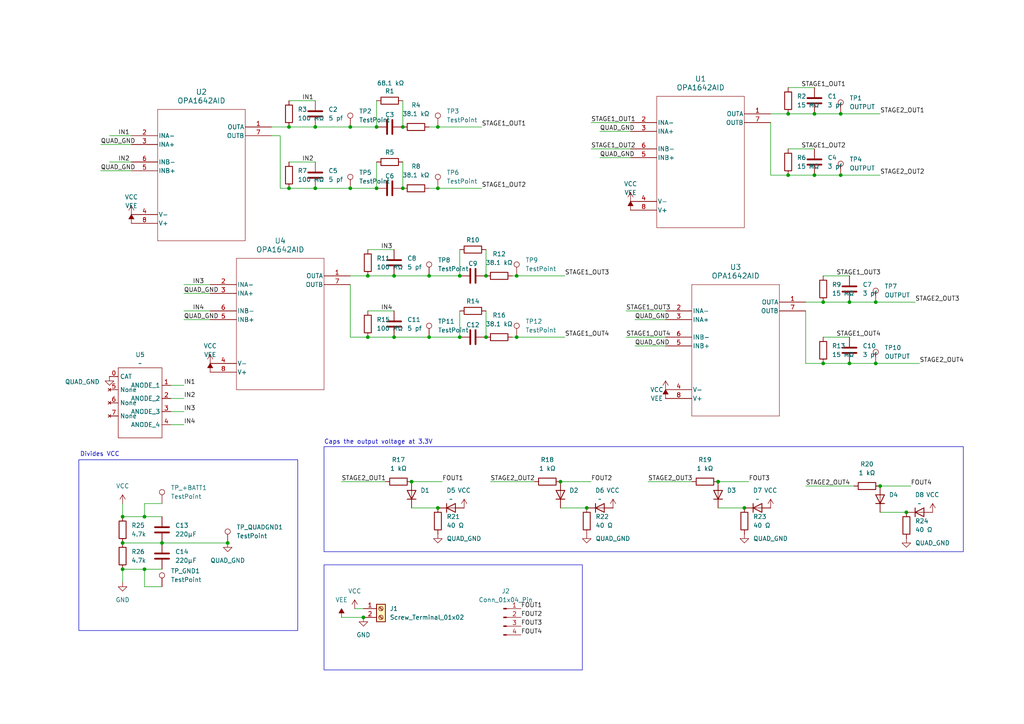
<source format=kicad_sch>
(kicad_sch
	(version 20231120)
	(generator "eeschema")
	(generator_version "8.0")
	(uuid "04f52b3a-5976-42a8-8396-a028f6071297")
	(paper "A4")
	(lib_symbols
		(symbol "Connector:Conn_01x04_Pin"
			(pin_names
				(offset 1.016) hide)
			(exclude_from_sim no)
			(in_bom yes)
			(on_board yes)
			(property "Reference" "J"
				(at 0 5.08 0)
				(effects
					(font
						(size 1.27 1.27)
					)
				)
			)
			(property "Value" "Conn_01x04_Pin"
				(at 0 -7.62 0)
				(effects
					(font
						(size 1.27 1.27)
					)
				)
			)
			(property "Footprint" ""
				(at 0 0 0)
				(effects
					(font
						(size 1.27 1.27)
					)
					(hide yes)
				)
			)
			(property "Datasheet" "~"
				(at 0 0 0)
				(effects
					(font
						(size 1.27 1.27)
					)
					(hide yes)
				)
			)
			(property "Description" "Generic connector, single row, 01x04, script generated"
				(at 0 0 0)
				(effects
					(font
						(size 1.27 1.27)
					)
					(hide yes)
				)
			)
			(property "ki_locked" ""
				(at 0 0 0)
				(effects
					(font
						(size 1.27 1.27)
					)
				)
			)
			(property "ki_keywords" "connector"
				(at 0 0 0)
				(effects
					(font
						(size 1.27 1.27)
					)
					(hide yes)
				)
			)
			(property "ki_fp_filters" "Connector*:*_1x??_*"
				(at 0 0 0)
				(effects
					(font
						(size 1.27 1.27)
					)
					(hide yes)
				)
			)
			(symbol "Conn_01x04_Pin_1_1"
				(polyline
					(pts
						(xy 1.27 -5.08) (xy 0.8636 -5.08)
					)
					(stroke
						(width 0.1524)
						(type default)
					)
					(fill
						(type none)
					)
				)
				(polyline
					(pts
						(xy 1.27 -2.54) (xy 0.8636 -2.54)
					)
					(stroke
						(width 0.1524)
						(type default)
					)
					(fill
						(type none)
					)
				)
				(polyline
					(pts
						(xy 1.27 0) (xy 0.8636 0)
					)
					(stroke
						(width 0.1524)
						(type default)
					)
					(fill
						(type none)
					)
				)
				(polyline
					(pts
						(xy 1.27 2.54) (xy 0.8636 2.54)
					)
					(stroke
						(width 0.1524)
						(type default)
					)
					(fill
						(type none)
					)
				)
				(rectangle
					(start 0.8636 -4.953)
					(end 0 -5.207)
					(stroke
						(width 0.1524)
						(type default)
					)
					(fill
						(type outline)
					)
				)
				(rectangle
					(start 0.8636 -2.413)
					(end 0 -2.667)
					(stroke
						(width 0.1524)
						(type default)
					)
					(fill
						(type outline)
					)
				)
				(rectangle
					(start 0.8636 0.127)
					(end 0 -0.127)
					(stroke
						(width 0.1524)
						(type default)
					)
					(fill
						(type outline)
					)
				)
				(rectangle
					(start 0.8636 2.667)
					(end 0 2.413)
					(stroke
						(width 0.1524)
						(type default)
					)
					(fill
						(type outline)
					)
				)
				(pin passive line
					(at 5.08 2.54 180)
					(length 3.81)
					(name "Pin_1"
						(effects
							(font
								(size 1.27 1.27)
							)
						)
					)
					(number "1"
						(effects
							(font
								(size 1.27 1.27)
							)
						)
					)
				)
				(pin passive line
					(at 5.08 0 180)
					(length 3.81)
					(name "Pin_2"
						(effects
							(font
								(size 1.27 1.27)
							)
						)
					)
					(number "2"
						(effects
							(font
								(size 1.27 1.27)
							)
						)
					)
				)
				(pin passive line
					(at 5.08 -2.54 180)
					(length 3.81)
					(name "Pin_3"
						(effects
							(font
								(size 1.27 1.27)
							)
						)
					)
					(number "3"
						(effects
							(font
								(size 1.27 1.27)
							)
						)
					)
				)
				(pin passive line
					(at 5.08 -5.08 180)
					(length 3.81)
					(name "Pin_4"
						(effects
							(font
								(size 1.27 1.27)
							)
						)
					)
					(number "4"
						(effects
							(font
								(size 1.27 1.27)
							)
						)
					)
				)
			)
		)
		(symbol "Connector:Screw_Terminal_01x02"
			(pin_names
				(offset 1.016) hide)
			(exclude_from_sim no)
			(in_bom yes)
			(on_board yes)
			(property "Reference" "J"
				(at 0 2.54 0)
				(effects
					(font
						(size 1.27 1.27)
					)
				)
			)
			(property "Value" "Screw_Terminal_01x02"
				(at 0 -5.08 0)
				(effects
					(font
						(size 1.27 1.27)
					)
				)
			)
			(property "Footprint" ""
				(at 0 0 0)
				(effects
					(font
						(size 1.27 1.27)
					)
					(hide yes)
				)
			)
			(property "Datasheet" "~"
				(at 0 0 0)
				(effects
					(font
						(size 1.27 1.27)
					)
					(hide yes)
				)
			)
			(property "Description" "Generic screw terminal, single row, 01x02, script generated (kicad-library-utils/schlib/autogen/connector/)"
				(at 0 0 0)
				(effects
					(font
						(size 1.27 1.27)
					)
					(hide yes)
				)
			)
			(property "ki_keywords" "screw terminal"
				(at 0 0 0)
				(effects
					(font
						(size 1.27 1.27)
					)
					(hide yes)
				)
			)
			(property "ki_fp_filters" "TerminalBlock*:*"
				(at 0 0 0)
				(effects
					(font
						(size 1.27 1.27)
					)
					(hide yes)
				)
			)
			(symbol "Screw_Terminal_01x02_1_1"
				(rectangle
					(start -1.27 1.27)
					(end 1.27 -3.81)
					(stroke
						(width 0.254)
						(type default)
					)
					(fill
						(type background)
					)
				)
				(circle
					(center 0 -2.54)
					(radius 0.635)
					(stroke
						(width 0.1524)
						(type default)
					)
					(fill
						(type none)
					)
				)
				(polyline
					(pts
						(xy -0.5334 -2.2098) (xy 0.3302 -3.048)
					)
					(stroke
						(width 0.1524)
						(type default)
					)
					(fill
						(type none)
					)
				)
				(polyline
					(pts
						(xy -0.5334 0.3302) (xy 0.3302 -0.508)
					)
					(stroke
						(width 0.1524)
						(type default)
					)
					(fill
						(type none)
					)
				)
				(polyline
					(pts
						(xy -0.3556 -2.032) (xy 0.508 -2.8702)
					)
					(stroke
						(width 0.1524)
						(type default)
					)
					(fill
						(type none)
					)
				)
				(polyline
					(pts
						(xy -0.3556 0.508) (xy 0.508 -0.3302)
					)
					(stroke
						(width 0.1524)
						(type default)
					)
					(fill
						(type none)
					)
				)
				(circle
					(center 0 0)
					(radius 0.635)
					(stroke
						(width 0.1524)
						(type default)
					)
					(fill
						(type none)
					)
				)
				(pin passive line
					(at -5.08 0 0)
					(length 3.81)
					(name "Pin_1"
						(effects
							(font
								(size 1.27 1.27)
							)
						)
					)
					(number "1"
						(effects
							(font
								(size 1.27 1.27)
							)
						)
					)
				)
				(pin passive line
					(at -5.08 -2.54 0)
					(length 3.81)
					(name "Pin_2"
						(effects
							(font
								(size 1.27 1.27)
							)
						)
					)
					(number "2"
						(effects
							(font
								(size 1.27 1.27)
							)
						)
					)
				)
			)
		)
		(symbol "Connector:TestPoint"
			(pin_numbers hide)
			(pin_names
				(offset 0.762) hide)
			(exclude_from_sim no)
			(in_bom yes)
			(on_board yes)
			(property "Reference" "TP"
				(at 0 6.858 0)
				(effects
					(font
						(size 1.27 1.27)
					)
				)
			)
			(property "Value" "TestPoint"
				(at 0 5.08 0)
				(effects
					(font
						(size 1.27 1.27)
					)
				)
			)
			(property "Footprint" ""
				(at 5.08 0 0)
				(effects
					(font
						(size 1.27 1.27)
					)
					(hide yes)
				)
			)
			(property "Datasheet" "~"
				(at 5.08 0 0)
				(effects
					(font
						(size 1.27 1.27)
					)
					(hide yes)
				)
			)
			(property "Description" "test point"
				(at 0 0 0)
				(effects
					(font
						(size 1.27 1.27)
					)
					(hide yes)
				)
			)
			(property "ki_keywords" "test point tp"
				(at 0 0 0)
				(effects
					(font
						(size 1.27 1.27)
					)
					(hide yes)
				)
			)
			(property "ki_fp_filters" "Pin* Test*"
				(at 0 0 0)
				(effects
					(font
						(size 1.27 1.27)
					)
					(hide yes)
				)
			)
			(symbol "TestPoint_0_1"
				(circle
					(center 0 3.302)
					(radius 0.762)
					(stroke
						(width 0)
						(type default)
					)
					(fill
						(type none)
					)
				)
			)
			(symbol "TestPoint_1_1"
				(pin passive line
					(at 0 0 90)
					(length 2.54)
					(name "1"
						(effects
							(font
								(size 1.27 1.27)
							)
						)
					)
					(number "1"
						(effects
							(font
								(size 1.27 1.27)
							)
						)
					)
				)
			)
		)
		(symbol "Device:C"
			(pin_numbers hide)
			(pin_names
				(offset 0.254)
			)
			(exclude_from_sim no)
			(in_bom yes)
			(on_board yes)
			(property "Reference" "C"
				(at 0.635 2.54 0)
				(effects
					(font
						(size 1.27 1.27)
					)
					(justify left)
				)
			)
			(property "Value" "C"
				(at 0.635 -2.54 0)
				(effects
					(font
						(size 1.27 1.27)
					)
					(justify left)
				)
			)
			(property "Footprint" ""
				(at 0.9652 -3.81 0)
				(effects
					(font
						(size 1.27 1.27)
					)
					(hide yes)
				)
			)
			(property "Datasheet" "~"
				(at 0 0 0)
				(effects
					(font
						(size 1.27 1.27)
					)
					(hide yes)
				)
			)
			(property "Description" "Unpolarized capacitor"
				(at 0 0 0)
				(effects
					(font
						(size 1.27 1.27)
					)
					(hide yes)
				)
			)
			(property "ki_keywords" "cap capacitor"
				(at 0 0 0)
				(effects
					(font
						(size 1.27 1.27)
					)
					(hide yes)
				)
			)
			(property "ki_fp_filters" "C_*"
				(at 0 0 0)
				(effects
					(font
						(size 1.27 1.27)
					)
					(hide yes)
				)
			)
			(symbol "C_0_1"
				(polyline
					(pts
						(xy -2.032 -0.762) (xy 2.032 -0.762)
					)
					(stroke
						(width 0.508)
						(type default)
					)
					(fill
						(type none)
					)
				)
				(polyline
					(pts
						(xy -2.032 0.762) (xy 2.032 0.762)
					)
					(stroke
						(width 0.508)
						(type default)
					)
					(fill
						(type none)
					)
				)
			)
			(symbol "C_1_1"
				(pin passive line
					(at 0 3.81 270)
					(length 2.794)
					(name "~"
						(effects
							(font
								(size 1.27 1.27)
							)
						)
					)
					(number "1"
						(effects
							(font
								(size 1.27 1.27)
							)
						)
					)
				)
				(pin passive line
					(at 0 -3.81 90)
					(length 2.794)
					(name "~"
						(effects
							(font
								(size 1.27 1.27)
							)
						)
					)
					(number "2"
						(effects
							(font
								(size 1.27 1.27)
							)
						)
					)
				)
			)
		)
		(symbol "Device:R"
			(pin_numbers hide)
			(pin_names
				(offset 0)
			)
			(exclude_from_sim no)
			(in_bom yes)
			(on_board yes)
			(property "Reference" "R"
				(at 2.032 0 90)
				(effects
					(font
						(size 1.27 1.27)
					)
				)
			)
			(property "Value" "R"
				(at 0 0 90)
				(effects
					(font
						(size 1.27 1.27)
					)
				)
			)
			(property "Footprint" ""
				(at -1.778 0 90)
				(effects
					(font
						(size 1.27 1.27)
					)
					(hide yes)
				)
			)
			(property "Datasheet" "~"
				(at 0 0 0)
				(effects
					(font
						(size 1.27 1.27)
					)
					(hide yes)
				)
			)
			(property "Description" "Resistor"
				(at 0 0 0)
				(effects
					(font
						(size 1.27 1.27)
					)
					(hide yes)
				)
			)
			(property "ki_keywords" "R res resistor"
				(at 0 0 0)
				(effects
					(font
						(size 1.27 1.27)
					)
					(hide yes)
				)
			)
			(property "ki_fp_filters" "R_*"
				(at 0 0 0)
				(effects
					(font
						(size 1.27 1.27)
					)
					(hide yes)
				)
			)
			(symbol "R_0_1"
				(rectangle
					(start -1.016 -2.54)
					(end 1.016 2.54)
					(stroke
						(width 0.254)
						(type default)
					)
					(fill
						(type none)
					)
				)
			)
			(symbol "R_1_1"
				(pin passive line
					(at 0 3.81 270)
					(length 1.27)
					(name "~"
						(effects
							(font
								(size 1.27 1.27)
							)
						)
					)
					(number "1"
						(effects
							(font
								(size 1.27 1.27)
							)
						)
					)
				)
				(pin passive line
					(at 0 -3.81 90)
					(length 1.27)
					(name "~"
						(effects
							(font
								(size 1.27 1.27)
							)
						)
					)
					(number "2"
						(effects
							(font
								(size 1.27 1.27)
							)
						)
					)
				)
			)
		)
		(symbol "Diode:1N4001"
			(pin_numbers hide)
			(pin_names hide)
			(exclude_from_sim no)
			(in_bom yes)
			(on_board yes)
			(property "Reference" "D"
				(at 0 2.54 0)
				(effects
					(font
						(size 1.27 1.27)
					)
				)
			)
			(property "Value" "1N4001"
				(at 0 -2.54 0)
				(effects
					(font
						(size 1.27 1.27)
					)
				)
			)
			(property "Footprint" "Diode_THT:D_DO-41_SOD81_P10.16mm_Horizontal"
				(at 0 0 0)
				(effects
					(font
						(size 1.27 1.27)
					)
					(hide yes)
				)
			)
			(property "Datasheet" "http://www.vishay.com/docs/88503/1n4001.pdf"
				(at 0 0 0)
				(effects
					(font
						(size 1.27 1.27)
					)
					(hide yes)
				)
			)
			(property "Description" "50V 1A General Purpose Rectifier Diode, DO-41"
				(at 0 0 0)
				(effects
					(font
						(size 1.27 1.27)
					)
					(hide yes)
				)
			)
			(property "Sim.Device" "D"
				(at 0 0 0)
				(effects
					(font
						(size 1.27 1.27)
					)
					(hide yes)
				)
			)
			(property "Sim.Pins" "1=K 2=A"
				(at 0 0 0)
				(effects
					(font
						(size 1.27 1.27)
					)
					(hide yes)
				)
			)
			(property "ki_keywords" "diode"
				(at 0 0 0)
				(effects
					(font
						(size 1.27 1.27)
					)
					(hide yes)
				)
			)
			(property "ki_fp_filters" "D*DO?41*"
				(at 0 0 0)
				(effects
					(font
						(size 1.27 1.27)
					)
					(hide yes)
				)
			)
			(symbol "1N4001_0_1"
				(polyline
					(pts
						(xy -1.27 1.27) (xy -1.27 -1.27)
					)
					(stroke
						(width 0.254)
						(type default)
					)
					(fill
						(type none)
					)
				)
				(polyline
					(pts
						(xy 1.27 0) (xy -1.27 0)
					)
					(stroke
						(width 0)
						(type default)
					)
					(fill
						(type none)
					)
				)
				(polyline
					(pts
						(xy 1.27 1.27) (xy 1.27 -1.27) (xy -1.27 0) (xy 1.27 1.27)
					)
					(stroke
						(width 0.254)
						(type default)
					)
					(fill
						(type none)
					)
				)
			)
			(symbol "1N4001_1_1"
				(pin passive line
					(at -3.81 0 0)
					(length 2.54)
					(name "K"
						(effects
							(font
								(size 1.27 1.27)
							)
						)
					)
					(number "1"
						(effects
							(font
								(size 1.27 1.27)
							)
						)
					)
				)
				(pin passive line
					(at 3.81 0 180)
					(length 2.54)
					(name "A"
						(effects
							(font
								(size 1.27 1.27)
							)
						)
					)
					(number "2"
						(effects
							(font
								(size 1.27 1.27)
							)
						)
					)
				)
			)
		)
		(symbol "OPA 1642:OPA1642AID"
			(pin_names
				(offset 0.254)
			)
			(exclude_from_sim no)
			(in_bom yes)
			(on_board yes)
			(property "Reference" "U"
				(at 20.32 12.7 0)
				(effects
					(font
						(size 1.524 1.524)
					)
				)
			)
			(property "Value" "OPA1642AID"
				(at 20.32 10.16 0)
				(effects
					(font
						(size 1.524 1.524)
					)
				)
			)
			(property "Footprint" "D8"
				(at 0 0 0)
				(effects
					(font
						(size 1.27 1.27)
						(italic yes)
					)
					(hide yes)
				)
			)
			(property "Datasheet" "OPA1642AID"
				(at 0 0 0)
				(effects
					(font
						(size 1.27 1.27)
						(italic yes)
					)
					(hide yes)
				)
			)
			(property "Description" ""
				(at 0 0 0)
				(effects
					(font
						(size 1.27 1.27)
					)
					(hide yes)
				)
			)
			(property "ki_locked" ""
				(at 0 0 0)
				(effects
					(font
						(size 1.27 1.27)
					)
				)
			)
			(property "ki_keywords" "OPA1642AID"
				(at 0 0 0)
				(effects
					(font
						(size 1.27 1.27)
					)
					(hide yes)
				)
			)
			(property "ki_fp_filters" "D8 D8-M D8-L"
				(at 0 0 0)
				(effects
					(font
						(size 1.27 1.27)
					)
					(hide yes)
				)
			)
			(symbol "OPA1642AID_0_1"
				(polyline
					(pts
						(xy 7.62 -30.48) (xy 33.02 -30.48)
					)
					(stroke
						(width 0.127)
						(type default)
					)
					(fill
						(type none)
					)
				)
				(polyline
					(pts
						(xy 7.62 7.62) (xy 7.62 -30.48)
					)
					(stroke
						(width 0.127)
						(type default)
					)
					(fill
						(type none)
					)
				)
				(polyline
					(pts
						(xy 33.02 -30.48) (xy 33.02 7.62)
					)
					(stroke
						(width 0.127)
						(type default)
					)
					(fill
						(type none)
					)
				)
				(polyline
					(pts
						(xy 33.02 7.62) (xy 7.62 7.62)
					)
					(stroke
						(width 0.127)
						(type default)
					)
					(fill
						(type none)
					)
				)
				(pin output line
					(at 40.64 2.54 180)
					(length 7.62)
					(name "OUTA"
						(effects
							(font
								(size 1.27 1.27)
							)
						)
					)
					(number "1"
						(effects
							(font
								(size 1.27 1.27)
							)
						)
					)
				)
				(pin input line
					(at 0 0 0)
					(length 7.62)
					(name "INA-"
						(effects
							(font
								(size 1.27 1.27)
							)
						)
					)
					(number "2"
						(effects
							(font
								(size 1.27 1.27)
							)
						)
					)
				)
				(pin input line
					(at 0 -2.54 0)
					(length 7.62)
					(name "INA+"
						(effects
							(font
								(size 1.27 1.27)
							)
						)
					)
					(number "3"
						(effects
							(font
								(size 1.27 1.27)
							)
						)
					)
				)
				(pin power_in line
					(at 0 -22.86 0)
					(length 7.62)
					(name "V-"
						(effects
							(font
								(size 1.27 1.27)
							)
						)
					)
					(number "4"
						(effects
							(font
								(size 1.27 1.27)
							)
						)
					)
				)
				(pin input line
					(at 0 -10.16 0)
					(length 7.62)
					(name "INB+"
						(effects
							(font
								(size 1.27 1.27)
							)
						)
					)
					(number "5"
						(effects
							(font
								(size 1.27 1.27)
							)
						)
					)
				)
				(pin input line
					(at 0 -7.62 0)
					(length 7.62)
					(name "INB-"
						(effects
							(font
								(size 1.27 1.27)
							)
						)
					)
					(number "6"
						(effects
							(font
								(size 1.27 1.27)
							)
						)
					)
				)
				(pin output line
					(at 40.64 0 180)
					(length 7.62)
					(name "OUTB"
						(effects
							(font
								(size 1.27 1.27)
							)
						)
					)
					(number "7"
						(effects
							(font
								(size 1.27 1.27)
							)
						)
					)
				)
				(pin power_in line
					(at 0 -25.4 0)
					(length 7.62)
					(name "V+"
						(effects
							(font
								(size 1.27 1.27)
							)
						)
					)
					(number "8"
						(effects
							(font
								(size 1.27 1.27)
							)
						)
					)
				)
			)
		)
		(symbol "OSI:InGaAS-Q1000"
			(exclude_from_sim no)
			(in_bom yes)
			(on_board yes)
			(property "Reference" "U"
				(at 0 -0.508 0)
				(effects
					(font
						(size 1.27 1.27)
					)
				)
			)
			(property "Value" ""
				(at 0 0 0)
				(effects
					(font
						(size 1.27 1.27)
					)
				)
			)
			(property "Footprint" ""
				(at 0 0 0)
				(effects
					(font
						(size 1.27 1.27)
					)
					(hide yes)
				)
			)
			(property "Datasheet" ""
				(at 0 0 0)
				(effects
					(font
						(size 1.27 1.27)
					)
					(hide yes)
				)
			)
			(property "Description" ""
				(at 0 0 0)
				(effects
					(font
						(size 1.27 1.27)
					)
					(hide yes)
				)
			)
			(symbol "InGaAS-Q1000_0_1"
				(rectangle
					(start -6.35 10.16)
					(end 6.35 -10.16)
					(stroke
						(width 0)
						(type default)
					)
					(fill
						(type none)
					)
				)
			)
			(symbol "InGaAS-Q1000_1_1"
				(pin passive line
					(at -8.89 7.62 0)
					(length 2.54)
					(name "CAT"
						(effects
							(font
								(size 1.27 1.27)
							)
						)
					)
					(number "0"
						(effects
							(font
								(size 1.27 1.27)
							)
						)
					)
				)
				(pin passive line
					(at 8.89 5.08 180)
					(length 2.54)
					(name "ANODE_1"
						(effects
							(font
								(size 1.27 1.27)
							)
						)
					)
					(number "1"
						(effects
							(font
								(size 1.27 1.27)
							)
						)
					)
				)
				(pin passive line
					(at 8.89 1.27 180)
					(length 2.54)
					(name "ANODE_2"
						(effects
							(font
								(size 1.27 1.27)
							)
						)
					)
					(number "2"
						(effects
							(font
								(size 1.27 1.27)
							)
						)
					)
				)
				(pin passive line
					(at 8.89 -2.54 180)
					(length 2.54)
					(name "ANODE_3"
						(effects
							(font
								(size 1.27 1.27)
							)
						)
					)
					(number "3"
						(effects
							(font
								(size 1.27 1.27)
							)
						)
					)
				)
				(pin passive line
					(at 8.89 -6.35 180)
					(length 2.54)
					(name "ANODE_4"
						(effects
							(font
								(size 1.27 1.27)
							)
						)
					)
					(number "4"
						(effects
							(font
								(size 1.27 1.27)
							)
						)
					)
				)
				(pin no_connect line
					(at -8.89 3.81 0)
					(length 2.54)
					(name "None"
						(effects
							(font
								(size 1.27 1.27)
							)
						)
					)
					(number "5"
						(effects
							(font
								(size 1.27 1.27)
							)
						)
					)
				)
				(pin no_connect line
					(at -8.89 0 0)
					(length 2.54)
					(name "None"
						(effects
							(font
								(size 1.27 1.27)
							)
						)
					)
					(number "6"
						(effects
							(font
								(size 1.27 1.27)
							)
						)
					)
				)
				(pin no_connect line
					(at -8.89 -3.81 0)
					(length 2.54)
					(name "None"
						(effects
							(font
								(size 1.27 1.27)
							)
						)
					)
					(number "7"
						(effects
							(font
								(size 1.27 1.27)
							)
						)
					)
				)
			)
		)
		(symbol "power:+5V"
			(power)
			(pin_numbers hide)
			(pin_names
				(offset 0) hide)
			(exclude_from_sim no)
			(in_bom yes)
			(on_board yes)
			(property "Reference" "#PWR"
				(at 0 -3.81 0)
				(effects
					(font
						(size 1.27 1.27)
					)
					(hide yes)
				)
			)
			(property "Value" "+5V"
				(at 0 3.556 0)
				(effects
					(font
						(size 1.27 1.27)
					)
				)
			)
			(property "Footprint" ""
				(at 0 0 0)
				(effects
					(font
						(size 1.27 1.27)
					)
					(hide yes)
				)
			)
			(property "Datasheet" ""
				(at 0 0 0)
				(effects
					(font
						(size 1.27 1.27)
					)
					(hide yes)
				)
			)
			(property "Description" "Power symbol creates a global label with name \"+5V\""
				(at 0 0 0)
				(effects
					(font
						(size 1.27 1.27)
					)
					(hide yes)
				)
			)
			(property "ki_keywords" "global power"
				(at 0 0 0)
				(effects
					(font
						(size 1.27 1.27)
					)
					(hide yes)
				)
			)
			(symbol "+5V_0_1"
				(polyline
					(pts
						(xy -0.762 1.27) (xy 0 2.54)
					)
					(stroke
						(width 0)
						(type default)
					)
					(fill
						(type none)
					)
				)
				(polyline
					(pts
						(xy 0 0) (xy 0 2.54)
					)
					(stroke
						(width 0)
						(type default)
					)
					(fill
						(type none)
					)
				)
				(polyline
					(pts
						(xy 0 2.54) (xy 0.762 1.27)
					)
					(stroke
						(width 0)
						(type default)
					)
					(fill
						(type none)
					)
				)
			)
			(symbol "+5V_1_1"
				(pin power_in line
					(at 0 0 90)
					(length 0)
					(name "~"
						(effects
							(font
								(size 1.27 1.27)
							)
						)
					)
					(number "1"
						(effects
							(font
								(size 1.27 1.27)
							)
						)
					)
				)
			)
		)
		(symbol "power:GND"
			(power)
			(pin_numbers hide)
			(pin_names
				(offset 0) hide)
			(exclude_from_sim no)
			(in_bom yes)
			(on_board yes)
			(property "Reference" "#PWR"
				(at 0 -6.35 0)
				(effects
					(font
						(size 1.27 1.27)
					)
					(hide yes)
				)
			)
			(property "Value" "GND"
				(at 0 -3.81 0)
				(effects
					(font
						(size 1.27 1.27)
					)
				)
			)
			(property "Footprint" ""
				(at 0 0 0)
				(effects
					(font
						(size 1.27 1.27)
					)
					(hide yes)
				)
			)
			(property "Datasheet" ""
				(at 0 0 0)
				(effects
					(font
						(size 1.27 1.27)
					)
					(hide yes)
				)
			)
			(property "Description" "Power symbol creates a global label with name \"GND\" , ground"
				(at 0 0 0)
				(effects
					(font
						(size 1.27 1.27)
					)
					(hide yes)
				)
			)
			(property "ki_keywords" "global power"
				(at 0 0 0)
				(effects
					(font
						(size 1.27 1.27)
					)
					(hide yes)
				)
			)
			(symbol "GND_0_1"
				(polyline
					(pts
						(xy 0 0) (xy 0 -1.27) (xy 1.27 -1.27) (xy 0 -2.54) (xy -1.27 -1.27) (xy 0 -1.27)
					)
					(stroke
						(width 0)
						(type default)
					)
					(fill
						(type none)
					)
				)
			)
			(symbol "GND_1_1"
				(pin power_in line
					(at 0 0 270)
					(length 0)
					(name "~"
						(effects
							(font
								(size 1.27 1.27)
							)
						)
					)
					(number "1"
						(effects
							(font
								(size 1.27 1.27)
							)
						)
					)
				)
			)
		)
		(symbol "power:VCC"
			(power)
			(pin_numbers hide)
			(pin_names
				(offset 0) hide)
			(exclude_from_sim no)
			(in_bom yes)
			(on_board yes)
			(property "Reference" "#PWR"
				(at 0 -3.81 0)
				(effects
					(font
						(size 1.27 1.27)
					)
					(hide yes)
				)
			)
			(property "Value" "VCC"
				(at 0 3.556 0)
				(effects
					(font
						(size 1.27 1.27)
					)
				)
			)
			(property "Footprint" ""
				(at 0 0 0)
				(effects
					(font
						(size 1.27 1.27)
					)
					(hide yes)
				)
			)
			(property "Datasheet" ""
				(at 0 0 0)
				(effects
					(font
						(size 1.27 1.27)
					)
					(hide yes)
				)
			)
			(property "Description" "Power symbol creates a global label with name \"VCC\""
				(at 0 0 0)
				(effects
					(font
						(size 1.27 1.27)
					)
					(hide yes)
				)
			)
			(property "ki_keywords" "global power"
				(at 0 0 0)
				(effects
					(font
						(size 1.27 1.27)
					)
					(hide yes)
				)
			)
			(symbol "VCC_0_1"
				(polyline
					(pts
						(xy -0.762 1.27) (xy 0 2.54)
					)
					(stroke
						(width 0)
						(type default)
					)
					(fill
						(type none)
					)
				)
				(polyline
					(pts
						(xy 0 0) (xy 0 2.54)
					)
					(stroke
						(width 0)
						(type default)
					)
					(fill
						(type none)
					)
				)
				(polyline
					(pts
						(xy 0 2.54) (xy 0.762 1.27)
					)
					(stroke
						(width 0)
						(type default)
					)
					(fill
						(type none)
					)
				)
			)
			(symbol "VCC_1_1"
				(pin power_in line
					(at 0 0 90)
					(length 0)
					(name "~"
						(effects
							(font
								(size 1.27 1.27)
							)
						)
					)
					(number "1"
						(effects
							(font
								(size 1.27 1.27)
							)
						)
					)
				)
			)
		)
		(symbol "power:VEE"
			(power)
			(pin_numbers hide)
			(pin_names
				(offset 0) hide)
			(exclude_from_sim no)
			(in_bom yes)
			(on_board yes)
			(property "Reference" "#PWR"
				(at 0 -3.81 0)
				(effects
					(font
						(size 1.27 1.27)
					)
					(hide yes)
				)
			)
			(property "Value" "VEE"
				(at 0 3.556 0)
				(effects
					(font
						(size 1.27 1.27)
					)
				)
			)
			(property "Footprint" ""
				(at 0 0 0)
				(effects
					(font
						(size 1.27 1.27)
					)
					(hide yes)
				)
			)
			(property "Datasheet" ""
				(at 0 0 0)
				(effects
					(font
						(size 1.27 1.27)
					)
					(hide yes)
				)
			)
			(property "Description" "Power symbol creates a global label with name \"VEE\""
				(at 0 0 0)
				(effects
					(font
						(size 1.27 1.27)
					)
					(hide yes)
				)
			)
			(property "ki_keywords" "global power"
				(at 0 0 0)
				(effects
					(font
						(size 1.27 1.27)
					)
					(hide yes)
				)
			)
			(symbol "VEE_0_1"
				(polyline
					(pts
						(xy 0 0) (xy 0 2.54)
					)
					(stroke
						(width 0)
						(type default)
					)
					(fill
						(type none)
					)
				)
				(polyline
					(pts
						(xy 0.762 1.27) (xy -0.762 1.27) (xy 0 2.54) (xy 0.762 1.27)
					)
					(stroke
						(width 0)
						(type default)
					)
					(fill
						(type outline)
					)
				)
			)
			(symbol "VEE_1_1"
				(pin power_in line
					(at 0 0 90)
					(length 0)
					(name "~"
						(effects
							(font
								(size 1.27 1.27)
							)
						)
					)
					(number "1"
						(effects
							(font
								(size 1.27 1.27)
							)
						)
					)
				)
			)
		)
	)
	(junction
		(at 41.91 165.1)
		(diameter 0)
		(color 0 0 0 0)
		(uuid "0018bde9-b249-45d4-b4f5-561a26a56625")
	)
	(junction
		(at 236.22 50.8)
		(diameter 0)
		(color 0 0 0 0)
		(uuid "07d2a999-30b5-451d-bd65-e02e4afa0e27")
	)
	(junction
		(at 170.18 147.32)
		(diameter 0)
		(color 0 0 0 0)
		(uuid "12c6395b-45e0-4082-ab7e-56a4426d2607")
	)
	(junction
		(at 114.3 80.01)
		(diameter 0)
		(color 0 0 0 0)
		(uuid "1bfa3bb0-7f39-4cf5-baf2-65c1affc5d9e")
	)
	(junction
		(at 41.91 149.86)
		(diameter 0)
		(color 0 0 0 0)
		(uuid "1dfea806-8419-45e1-a13e-ff8aa8e81ad0")
	)
	(junction
		(at 83.82 54.61)
		(diameter 0)
		(color 0 0 0 0)
		(uuid "2020d25b-2a02-4d69-89fa-8ec9643ecd0f")
	)
	(junction
		(at 124.46 80.01)
		(diameter 0)
		(color 0 0 0 0)
		(uuid "24332427-3f5b-4f02-a961-468a8abfcda5")
	)
	(junction
		(at 116.84 36.83)
		(diameter 0)
		(color 0 0 0 0)
		(uuid "24832f58-b2a0-4435-8d5f-0b71ad57eb03")
	)
	(junction
		(at 149.86 80.01)
		(diameter 0)
		(color 0 0 0 0)
		(uuid "2644ab76-2dd7-4baa-ae56-4fc2c1db0b4b")
	)
	(junction
		(at 66.04 157.48)
		(diameter 0)
		(color 0 0 0 0)
		(uuid "2dedf167-5c5b-4888-9058-2b8faa9f1823")
	)
	(junction
		(at 238.76 105.41)
		(diameter 0)
		(color 0 0 0 0)
		(uuid "313ddf87-2429-42f3-99ef-f64e949cf534")
	)
	(junction
		(at 106.68 80.01)
		(diameter 0)
		(color 0 0 0 0)
		(uuid "3259bcf4-194c-4327-b27d-b171714afd81")
	)
	(junction
		(at 46.99 157.48)
		(diameter 0)
		(color 0 0 0 0)
		(uuid "33c8549c-c9ac-456f-908b-68669587d1f1")
	)
	(junction
		(at 35.56 165.1)
		(diameter 0)
		(color 0 0 0 0)
		(uuid "33dbaad0-b592-48fa-8e23-613fe5091bee")
	)
	(junction
		(at 109.22 36.83)
		(diameter 0)
		(color 0 0 0 0)
		(uuid "35da3265-da0f-4faa-b9c4-029969258934")
	)
	(junction
		(at 208.28 139.7)
		(diameter 0)
		(color 0 0 0 0)
		(uuid "377e8ae9-af39-4974-ac80-59236ff98874")
	)
	(junction
		(at 243.84 50.8)
		(diameter 0)
		(color 0 0 0 0)
		(uuid "3938f598-3163-4954-9ebe-096f3ced9422")
	)
	(junction
		(at 35.56 149.86)
		(diameter 0)
		(color 0 0 0 0)
		(uuid "39d6701d-24e3-437a-8cfa-ae6e92760a1c")
	)
	(junction
		(at 105.41 179.07)
		(diameter 0)
		(color 0 0 0 0)
		(uuid "3db904f7-697d-4836-80c3-22e3cff1b3a8")
	)
	(junction
		(at 133.35 97.79)
		(diameter 0)
		(color 0 0 0 0)
		(uuid "4ca24284-fdd7-4c00-977f-ae6d269a6d27")
	)
	(junction
		(at 106.68 97.79)
		(diameter 0)
		(color 0 0 0 0)
		(uuid "4ccac3a1-21f4-4fe4-b3b7-2338eb71b831")
	)
	(junction
		(at 140.97 80.01)
		(diameter 0)
		(color 0 0 0 0)
		(uuid "503d109a-ea00-46f8-8457-f243be3d7886")
	)
	(junction
		(at 109.22 54.61)
		(diameter 0)
		(color 0 0 0 0)
		(uuid "5059139b-48c5-455f-b186-4d668389b1a8")
	)
	(junction
		(at 91.44 36.83)
		(diameter 0)
		(color 0 0 0 0)
		(uuid "5072b0f3-cf77-4890-9c94-b4d34790dae7")
	)
	(junction
		(at 140.97 97.79)
		(diameter 0)
		(color 0 0 0 0)
		(uuid "617f57ca-136e-4d9b-9f63-2c32589e171c")
	)
	(junction
		(at 254 87.63)
		(diameter 0)
		(color 0 0 0 0)
		(uuid "63bfceaf-97f9-4cc1-8ec0-258da8dd10f0")
	)
	(junction
		(at 149.86 97.79)
		(diameter 0)
		(color 0 0 0 0)
		(uuid "640b4a8a-341d-49a1-acf3-f21058a2989b")
	)
	(junction
		(at 228.6 50.8)
		(diameter 0)
		(color 0 0 0 0)
		(uuid "68575f9e-3780-4904-8228-d23abf40b5f0")
	)
	(junction
		(at 246.38 87.63)
		(diameter 0)
		(color 0 0 0 0)
		(uuid "6ed68f37-3958-4571-8d4d-cb2063183703")
	)
	(junction
		(at 243.84 33.02)
		(diameter 0)
		(color 0 0 0 0)
		(uuid "7810aa9b-e71b-4544-bbbf-fb1757b9ab49")
	)
	(junction
		(at 127 36.83)
		(diameter 0)
		(color 0 0 0 0)
		(uuid "786d8baa-2a05-408e-adf9-a828a6523e62")
	)
	(junction
		(at 254 105.41)
		(diameter 0)
		(color 0 0 0 0)
		(uuid "79d47309-66dc-4c30-9a88-aa9b8dc31ed4")
	)
	(junction
		(at 116.84 54.61)
		(diameter 0)
		(color 0 0 0 0)
		(uuid "7c2c7b6f-93ff-4a9e-ac61-1bd88901579a")
	)
	(junction
		(at 133.35 80.01)
		(diameter 0)
		(color 0 0 0 0)
		(uuid "7c35762c-fa85-450a-9b07-a4eb6ceaf950")
	)
	(junction
		(at 83.82 36.83)
		(diameter 0)
		(color 0 0 0 0)
		(uuid "83baaa7f-0b5a-4eb2-b748-82d7e1ce0378")
	)
	(junction
		(at 101.6 54.61)
		(diameter 0)
		(color 0 0 0 0)
		(uuid "8c1caa28-0d1d-49cc-95fe-a02a55b384cb")
	)
	(junction
		(at 35.56 157.48)
		(diameter 0)
		(color 0 0 0 0)
		(uuid "92e277e8-0d2f-45af-bae6-604da2a8f27e")
	)
	(junction
		(at 127 147.32)
		(diameter 0)
		(color 0 0 0 0)
		(uuid "93b22657-43e9-41d6-a258-08aa44d295e2")
	)
	(junction
		(at 228.6 33.02)
		(diameter 0)
		(color 0 0 0 0)
		(uuid "96f222dd-f9c7-4b3d-8964-5f4bd3cd484e")
	)
	(junction
		(at 255.27 140.97)
		(diameter 0)
		(color 0 0 0 0)
		(uuid "a5554612-3a3e-4203-aa93-8c8ec79eeef3")
	)
	(junction
		(at 127 54.61)
		(diameter 0)
		(color 0 0 0 0)
		(uuid "a7b01d6c-ac95-4e70-aa2c-23854a720564")
	)
	(junction
		(at 262.89 148.59)
		(diameter 0)
		(color 0 0 0 0)
		(uuid "b6082468-0fc7-470c-aca0-30f2d80a1c96")
	)
	(junction
		(at 119.38 139.7)
		(diameter 0)
		(color 0 0 0 0)
		(uuid "b7ba3eca-69b4-4d1d-9084-7339726e328b")
	)
	(junction
		(at 238.76 87.63)
		(diameter 0)
		(color 0 0 0 0)
		(uuid "c6c27136-bd77-40da-b95f-5c960dcbdee6")
	)
	(junction
		(at 101.6 36.83)
		(diameter 0)
		(color 0 0 0 0)
		(uuid "d0a813a4-3332-45eb-bfcb-e6cfbda8d519")
	)
	(junction
		(at 114.3 97.79)
		(diameter 0)
		(color 0 0 0 0)
		(uuid "d308f372-afdd-471f-8e38-67bafb0015fa")
	)
	(junction
		(at 215.9 147.32)
		(diameter 0)
		(color 0 0 0 0)
		(uuid "e693d7b7-3556-48e3-bfdb-6c3adfb02e11")
	)
	(junction
		(at 162.56 139.7)
		(diameter 0)
		(color 0 0 0 0)
		(uuid "e7ba1918-da72-475a-9667-36a1e4f4d7c0")
	)
	(junction
		(at 124.46 97.79)
		(diameter 0)
		(color 0 0 0 0)
		(uuid "ebf7c354-b676-491b-9b2f-b5c3fd139e28")
	)
	(junction
		(at 236.22 33.02)
		(diameter 0)
		(color 0 0 0 0)
		(uuid "ec9913f7-31f6-488d-9743-ce51a7ffae3f")
	)
	(junction
		(at 246.38 105.41)
		(diameter 0)
		(color 0 0 0 0)
		(uuid "f14e215a-ae12-4f71-9b68-0fff8e43b5b8")
	)
	(junction
		(at 91.44 54.61)
		(diameter 0)
		(color 0 0 0 0)
		(uuid "f6b6e8d3-a1ac-418b-9ff5-2c18df35f7e1")
	)
	(wire
		(pts
			(xy 228.6 50.8) (xy 236.22 50.8)
		)
		(stroke
			(width 0)
			(type default)
		)
		(uuid "024005e4-50e3-43e0-96d9-8f01c131fc5b")
	)
	(wire
		(pts
			(xy 114.3 80.01) (xy 124.46 80.01)
		)
		(stroke
			(width 0)
			(type default)
		)
		(uuid "03bf86af-0516-4752-b231-2fa5cfa408c0")
	)
	(wire
		(pts
			(xy 255.27 148.59) (xy 262.89 148.59)
		)
		(stroke
			(width 0)
			(type default)
		)
		(uuid "0414f968-b75f-4c56-88cd-79a867d955e3")
	)
	(wire
		(pts
			(xy 148.59 80.01) (xy 149.86 80.01)
		)
		(stroke
			(width 0)
			(type default)
		)
		(uuid "06eacbcd-8e3e-4aaf-b7b7-a7efc52b4e2e")
	)
	(wire
		(pts
			(xy 142.24 139.7) (xy 154.94 139.7)
		)
		(stroke
			(width 0)
			(type default)
		)
		(uuid "08206ece-38d5-469c-bb23-c7b02f3459e8")
	)
	(wire
		(pts
			(xy 81.28 39.37) (xy 78.74 39.37)
		)
		(stroke
			(width 0)
			(type default)
		)
		(uuid "08cadf60-4a98-426d-b21c-f54f6d3fa940")
	)
	(wire
		(pts
			(xy 184.15 92.71) (xy 193.04 92.71)
		)
		(stroke
			(width 0)
			(type default)
		)
		(uuid "09575998-fb4a-48d4-bb8b-dfd64eefa69c")
	)
	(wire
		(pts
			(xy 81.28 39.37) (xy 81.28 54.61)
		)
		(stroke
			(width 0)
			(type default)
		)
		(uuid "0d62f957-a5c8-4330-a907-1d5dc134358b")
	)
	(wire
		(pts
			(xy 233.68 140.97) (xy 247.65 140.97)
		)
		(stroke
			(width 0)
			(type default)
		)
		(uuid "0eb3b3c6-7e1e-4238-b6c2-f3ac652edfc7")
	)
	(wire
		(pts
			(xy 223.52 35.56) (xy 223.52 50.8)
		)
		(stroke
			(width 0)
			(type default)
		)
		(uuid "1234b0ab-1348-49db-b711-180e3f084c30")
	)
	(wire
		(pts
			(xy 124.46 97.79) (xy 133.35 97.79)
		)
		(stroke
			(width 0)
			(type default)
		)
		(uuid "12e49cd0-8a71-4350-95eb-7e2d3ecdf9cc")
	)
	(wire
		(pts
			(xy 41.91 170.18) (xy 41.91 165.1)
		)
		(stroke
			(width 0)
			(type default)
		)
		(uuid "14520b27-b3e6-47c8-b26b-2457ece2da86")
	)
	(wire
		(pts
			(xy 101.6 97.79) (xy 106.68 97.79)
		)
		(stroke
			(width 0)
			(type default)
		)
		(uuid "1c74cd8d-5091-40cd-8b65-0e88eb77bf75")
	)
	(wire
		(pts
			(xy 238.76 97.79) (xy 246.38 97.79)
		)
		(stroke
			(width 0)
			(type default)
		)
		(uuid "21995668-fc55-4e1f-81f9-d970154a0f0a")
	)
	(wire
		(pts
			(xy 114.3 97.79) (xy 124.46 97.79)
		)
		(stroke
			(width 0)
			(type default)
		)
		(uuid "22e39e64-8a09-4cfa-8079-d00600c5e962")
	)
	(wire
		(pts
			(xy 149.86 80.01) (xy 163.83 80.01)
		)
		(stroke
			(width 0)
			(type default)
		)
		(uuid "2d88f9ce-3a34-4396-b631-bea1064fcc5c")
	)
	(wire
		(pts
			(xy 99.06 139.7) (xy 111.76 139.7)
		)
		(stroke
			(width 0)
			(type default)
		)
		(uuid "2f9cf0c5-83b5-4b07-a992-0d23d1232473")
	)
	(wire
		(pts
			(xy 140.97 90.17) (xy 140.97 97.79)
		)
		(stroke
			(width 0)
			(type default)
		)
		(uuid "320a4c32-a78e-40fc-9bc4-5d2ea31a57c4")
	)
	(wire
		(pts
			(xy 124.46 36.83) (xy 127 36.83)
		)
		(stroke
			(width 0)
			(type default)
		)
		(uuid "36ec977a-d7fc-497c-a346-5b089b20eb34")
	)
	(wire
		(pts
			(xy 181.61 90.17) (xy 193.04 90.17)
		)
		(stroke
			(width 0)
			(type default)
		)
		(uuid "3b08d355-d758-4f71-9158-c1a3f3995abc")
	)
	(wire
		(pts
			(xy 102.87 176.53) (xy 105.41 176.53)
		)
		(stroke
			(width 0)
			(type default)
		)
		(uuid "4283331f-ce65-48da-a60a-827a00a72929")
	)
	(wire
		(pts
			(xy 106.68 72.39) (xy 114.3 72.39)
		)
		(stroke
			(width 0)
			(type default)
		)
		(uuid "4970eab9-6ecb-48ef-bcb9-b0f3179878bc")
	)
	(wire
		(pts
			(xy 106.68 97.79) (xy 114.3 97.79)
		)
		(stroke
			(width 0)
			(type default)
		)
		(uuid "4b9717c3-b082-4c3d-93e1-724b367c1d68")
	)
	(wire
		(pts
			(xy 233.68 90.17) (xy 233.68 105.41)
		)
		(stroke
			(width 0)
			(type default)
		)
		(uuid "4d3fc519-ec65-4a85-a954-2f372217b0bc")
	)
	(wire
		(pts
			(xy 187.96 139.7) (xy 200.66 139.7)
		)
		(stroke
			(width 0)
			(type default)
		)
		(uuid "4eb5c519-a6ee-4063-8bbb-6d97bac94a61")
	)
	(wire
		(pts
			(xy 243.84 33.02) (xy 255.27 33.02)
		)
		(stroke
			(width 0)
			(type default)
		)
		(uuid "4f3449db-085b-4078-93b3-9f49e24c776e")
	)
	(wire
		(pts
			(xy 124.46 80.01) (xy 133.35 80.01)
		)
		(stroke
			(width 0)
			(type default)
		)
		(uuid "5189d925-4ad1-4ca6-b718-583f1a52299b")
	)
	(wire
		(pts
			(xy 31.75 39.37) (xy 38.1 39.37)
		)
		(stroke
			(width 0)
			(type default)
		)
		(uuid "519008dd-c08c-4c36-9a6d-bb8752f72c6a")
	)
	(wire
		(pts
			(xy 81.28 54.61) (xy 83.82 54.61)
		)
		(stroke
			(width 0)
			(type default)
		)
		(uuid "51f15d63-3f06-4b54-9c14-0d9bc7e97c69")
	)
	(wire
		(pts
			(xy 254 105.41) (xy 266.7 105.41)
		)
		(stroke
			(width 0)
			(type default)
		)
		(uuid "5ccb2f70-b175-477a-8126-809fb8ef7d77")
	)
	(wire
		(pts
			(xy 238.76 80.01) (xy 246.38 80.01)
		)
		(stroke
			(width 0)
			(type default)
		)
		(uuid "603a6fc4-576f-4491-9981-b56dc709c5f2")
	)
	(wire
		(pts
			(xy 246.38 105.41) (xy 254 105.41)
		)
		(stroke
			(width 0)
			(type default)
		)
		(uuid "624d34e8-298a-4fd5-8ad1-0037497e714e")
	)
	(wire
		(pts
			(xy 254 87.63) (xy 265.43 87.63)
		)
		(stroke
			(width 0)
			(type default)
		)
		(uuid "63791e0e-a4a9-437d-b371-7dd89e8e32ee")
	)
	(wire
		(pts
			(xy 35.56 157.48) (xy 46.99 157.48)
		)
		(stroke
			(width 0)
			(type default)
		)
		(uuid "692a0a2b-1d9a-4aa5-a50e-80cf3fc3c831")
	)
	(wire
		(pts
			(xy 53.34 85.09) (xy 60.96 85.09)
		)
		(stroke
			(width 0)
			(type default)
		)
		(uuid "6a21c2b6-e6bf-4977-8be3-912dd87a3b05")
	)
	(wire
		(pts
			(xy 171.45 35.56) (xy 182.88 35.56)
		)
		(stroke
			(width 0)
			(type default)
		)
		(uuid "6f54159a-35d5-4b98-a97e-f522bbc1dd52")
	)
	(wire
		(pts
			(xy 184.15 100.33) (xy 193.04 100.33)
		)
		(stroke
			(width 0)
			(type default)
		)
		(uuid "701c847e-4516-4ddb-a312-9bd4354a4044")
	)
	(wire
		(pts
			(xy 116.84 29.21) (xy 116.84 36.83)
		)
		(stroke
			(width 0)
			(type default)
		)
		(uuid "73c8bb7e-e06e-4089-8f50-7b0b91464405")
	)
	(wire
		(pts
			(xy 83.82 54.61) (xy 91.44 54.61)
		)
		(stroke
			(width 0)
			(type default)
		)
		(uuid "73fc7ee7-ac98-4aae-9a89-48f8ca82246c")
	)
	(wire
		(pts
			(xy 124.46 54.61) (xy 127 54.61)
		)
		(stroke
			(width 0)
			(type default)
		)
		(uuid "776d7f66-5ca8-4bdd-bf2e-c3b3701e084c")
	)
	(wire
		(pts
			(xy 116.84 46.99) (xy 116.84 54.61)
		)
		(stroke
			(width 0)
			(type default)
		)
		(uuid "797a2fbb-7414-49d0-8f82-994bc36c7630")
	)
	(wire
		(pts
			(xy 35.56 149.86) (xy 41.91 149.86)
		)
		(stroke
			(width 0)
			(type default)
		)
		(uuid "7bee0c5c-03b1-408a-958e-1b66a5b4119d")
	)
	(wire
		(pts
			(xy 91.44 54.61) (xy 101.6 54.61)
		)
		(stroke
			(width 0)
			(type default)
		)
		(uuid "7e02888d-47ed-400d-822e-138c6b030496")
	)
	(wire
		(pts
			(xy 233.68 105.41) (xy 238.76 105.41)
		)
		(stroke
			(width 0)
			(type default)
		)
		(uuid "80963159-3fda-4aa2-988c-8dabb407dcba")
	)
	(wire
		(pts
			(xy 101.6 82.55) (xy 101.6 97.79)
		)
		(stroke
			(width 0)
			(type default)
		)
		(uuid "80fdf7b9-057a-4fea-a7ff-804bfc0b7a5d")
	)
	(wire
		(pts
			(xy 228.6 33.02) (xy 223.52 33.02)
		)
		(stroke
			(width 0)
			(type default)
		)
		(uuid "811e454b-4483-4cd3-abc1-5f3f4934a959")
	)
	(wire
		(pts
			(xy 83.82 29.21) (xy 91.44 29.21)
		)
		(stroke
			(width 0)
			(type default)
		)
		(uuid "8505eefd-e462-4201-babb-94a822d0e5f9")
	)
	(wire
		(pts
			(xy 83.82 36.83) (xy 78.74 36.83)
		)
		(stroke
			(width 0)
			(type default)
		)
		(uuid "86897c2b-1c5b-4d34-860d-80dc44d7f99c")
	)
	(wire
		(pts
			(xy 173.99 38.1) (xy 182.88 38.1)
		)
		(stroke
			(width 0)
			(type default)
		)
		(uuid "88f9acaf-1aab-4a31-9ed6-a1691b9803c0")
	)
	(wire
		(pts
			(xy 119.38 139.7) (xy 128.27 139.7)
		)
		(stroke
			(width 0)
			(type default)
		)
		(uuid "8ece22fc-8432-4c41-b19e-ee7ed2c9bad5")
	)
	(wire
		(pts
			(xy 53.34 90.17) (xy 60.96 90.17)
		)
		(stroke
			(width 0)
			(type default)
		)
		(uuid "8f7e8582-3a34-4dc8-b0b8-ede578f44cdf")
	)
	(wire
		(pts
			(xy 46.99 170.18) (xy 41.91 170.18)
		)
		(stroke
			(width 0)
			(type default)
		)
		(uuid "8fa9240d-1c73-4fb2-a6ce-bd458037ca63")
	)
	(wire
		(pts
			(xy 208.28 139.7) (xy 217.17 139.7)
		)
		(stroke
			(width 0)
			(type default)
		)
		(uuid "900818d3-5d1b-4d0f-a112-939403514370")
	)
	(wire
		(pts
			(xy 53.34 82.55) (xy 60.96 82.55)
		)
		(stroke
			(width 0)
			(type default)
		)
		(uuid "905a062f-d9fc-43b6-8ad5-87aa279dde67")
	)
	(wire
		(pts
			(xy 255.27 140.97) (xy 264.16 140.97)
		)
		(stroke
			(width 0)
			(type default)
		)
		(uuid "94685aa6-1ada-4afe-873e-ba49feb6fd39")
	)
	(wire
		(pts
			(xy 46.99 146.05) (xy 41.91 146.05)
		)
		(stroke
			(width 0)
			(type default)
		)
		(uuid "953575e7-9e65-48d7-bbe3-05cdd74b4d92")
	)
	(wire
		(pts
			(xy 162.56 139.7) (xy 171.45 139.7)
		)
		(stroke
			(width 0)
			(type default)
		)
		(uuid "9558b263-5773-4769-97c2-29ee677fa9c5")
	)
	(wire
		(pts
			(xy 208.28 147.32) (xy 215.9 147.32)
		)
		(stroke
			(width 0)
			(type default)
		)
		(uuid "9663d859-bb37-40a5-98d0-c255cecbd7df")
	)
	(wire
		(pts
			(xy 49.53 111.76) (xy 53.34 111.76)
		)
		(stroke
			(width 0)
			(type default)
		)
		(uuid "97aeb4a9-0a19-4db3-b00d-c622d3931b76")
	)
	(wire
		(pts
			(xy 31.75 46.99) (xy 38.1 46.99)
		)
		(stroke
			(width 0)
			(type default)
		)
		(uuid "981e62a6-61d4-40de-92e7-7e8b2fdfa474")
	)
	(wire
		(pts
			(xy 228.6 33.02) (xy 236.22 33.02)
		)
		(stroke
			(width 0)
			(type default)
		)
		(uuid "99b39478-a309-4ee1-8a98-6893769b8e98")
	)
	(wire
		(pts
			(xy 41.91 146.05) (xy 41.91 149.86)
		)
		(stroke
			(width 0)
			(type default)
		)
		(uuid "9a80bdb6-5ee6-4a50-a178-7d1755fab46c")
	)
	(wire
		(pts
			(xy 149.86 97.79) (xy 163.83 97.79)
		)
		(stroke
			(width 0)
			(type default)
		)
		(uuid "9b2df3f0-c0e7-45b9-a0ff-b8ccd2fecb63")
	)
	(wire
		(pts
			(xy 101.6 80.01) (xy 106.68 80.01)
		)
		(stroke
			(width 0)
			(type default)
		)
		(uuid "a52c78c1-4b1a-43fe-978f-d5d69fad6fe0")
	)
	(wire
		(pts
			(xy 236.22 50.8) (xy 243.84 50.8)
		)
		(stroke
			(width 0)
			(type default)
		)
		(uuid "a5b6b32b-1bb0-4a2a-b8d3-d184ccf3eae7")
	)
	(wire
		(pts
			(xy 127 54.61) (xy 139.7 54.61)
		)
		(stroke
			(width 0)
			(type default)
		)
		(uuid "b151a650-f796-400a-a058-d365f5d9475d")
	)
	(wire
		(pts
			(xy 99.06 179.07) (xy 105.41 179.07)
		)
		(stroke
			(width 0)
			(type default)
		)
		(uuid "b1e17c12-721c-4a40-bde1-cfe8be8443f7")
	)
	(wire
		(pts
			(xy 238.76 87.63) (xy 246.38 87.63)
		)
		(stroke
			(width 0)
			(type default)
		)
		(uuid "b4c13dc0-d0f9-4611-b4cc-3fd3c074ac2a")
	)
	(wire
		(pts
			(xy 91.44 36.83) (xy 101.6 36.83)
		)
		(stroke
			(width 0)
			(type default)
		)
		(uuid "b4e9140c-7519-4e9c-8462-b8ab8a559a7a")
	)
	(wire
		(pts
			(xy 106.68 90.17) (xy 114.3 90.17)
		)
		(stroke
			(width 0)
			(type default)
		)
		(uuid "b598555c-a274-4e36-a7c1-b564dc2916c2")
	)
	(wire
		(pts
			(xy 243.84 50.8) (xy 255.27 50.8)
		)
		(stroke
			(width 0)
			(type default)
		)
		(uuid "b6c093b9-ea0c-415e-92ae-f3e72449573d")
	)
	(wire
		(pts
			(xy 238.76 105.41) (xy 246.38 105.41)
		)
		(stroke
			(width 0)
			(type default)
		)
		(uuid "b7ef7f36-490e-4dfd-a2c4-d65c663c2d04")
	)
	(wire
		(pts
			(xy 228.6 25.4) (xy 236.22 25.4)
		)
		(stroke
			(width 0)
			(type default)
		)
		(uuid "b89979b4-f9f4-49d3-8e9b-3a954e8d1680")
	)
	(wire
		(pts
			(xy 223.52 50.8) (xy 228.6 50.8)
		)
		(stroke
			(width 0)
			(type default)
		)
		(uuid "bb8bdd0a-b606-4b0e-8dd7-ccbfa2aa8cfc")
	)
	(wire
		(pts
			(xy 119.38 147.32) (xy 127 147.32)
		)
		(stroke
			(width 0)
			(type default)
		)
		(uuid "bcc6009e-8edc-452f-9c0a-852bc941af5e")
	)
	(wire
		(pts
			(xy 101.6 54.61) (xy 109.22 54.61)
		)
		(stroke
			(width 0)
			(type default)
		)
		(uuid "bd2d481e-2808-4040-96e5-643d8ee72b0c")
	)
	(wire
		(pts
			(xy 109.22 46.99) (xy 109.22 54.61)
		)
		(stroke
			(width 0)
			(type default)
		)
		(uuid "bf43ba72-2a0c-4931-9845-b52ab8d497b7")
	)
	(wire
		(pts
			(xy 133.35 90.17) (xy 133.35 97.79)
		)
		(stroke
			(width 0)
			(type default)
		)
		(uuid "c0189a4a-8024-47ae-b631-d2e83341b297")
	)
	(wire
		(pts
			(xy 49.53 119.38) (xy 53.34 119.38)
		)
		(stroke
			(width 0)
			(type default)
		)
		(uuid "c4141ae7-8726-44c1-aea3-a5818e91c800")
	)
	(wire
		(pts
			(xy 29.21 41.91) (xy 38.1 41.91)
		)
		(stroke
			(width 0)
			(type default)
		)
		(uuid "c51851ea-e8fb-4d88-b042-505a0f81b635")
	)
	(wire
		(pts
			(xy 127 36.83) (xy 139.7 36.83)
		)
		(stroke
			(width 0)
			(type default)
		)
		(uuid "c5834a66-f560-41aa-b8f5-72704cd05dd4")
	)
	(wire
		(pts
			(xy 246.38 87.63) (xy 254 87.63)
		)
		(stroke
			(width 0)
			(type default)
		)
		(uuid "c6d06aad-e979-44d8-9467-6f553db4b18b")
	)
	(wire
		(pts
			(xy 53.34 92.71) (xy 60.96 92.71)
		)
		(stroke
			(width 0)
			(type default)
		)
		(uuid "c916fb0c-2d33-426b-b36c-5834488781af")
	)
	(wire
		(pts
			(xy 29.21 49.53) (xy 38.1 49.53)
		)
		(stroke
			(width 0)
			(type default)
		)
		(uuid "cb3b1230-185d-48d4-85bf-8b7478d8cf46")
	)
	(wire
		(pts
			(xy 35.56 146.05) (xy 35.56 149.86)
		)
		(stroke
			(width 0)
			(type default)
		)
		(uuid "d03dfd30-e379-4470-a329-f151b3fd54e4")
	)
	(wire
		(pts
			(xy 41.91 165.1) (xy 46.99 165.1)
		)
		(stroke
			(width 0)
			(type default)
		)
		(uuid "d3cbdacb-8915-45bf-9db4-dbf1009d6fed")
	)
	(wire
		(pts
			(xy 83.82 46.99) (xy 91.44 46.99)
		)
		(stroke
			(width 0)
			(type default)
		)
		(uuid "d42367a0-2fae-415e-8b21-415c40153b1c")
	)
	(wire
		(pts
			(xy 49.53 115.57) (xy 53.34 115.57)
		)
		(stroke
			(width 0)
			(type default)
		)
		(uuid "d62aa003-a7f1-4c54-8063-2267d829f0a2")
	)
	(wire
		(pts
			(xy 83.82 36.83) (xy 91.44 36.83)
		)
		(stroke
			(width 0)
			(type default)
		)
		(uuid "d7c4e8a0-1cac-4a9a-b5ce-19d8f01afc65")
	)
	(wire
		(pts
			(xy 35.56 165.1) (xy 41.91 165.1)
		)
		(stroke
			(width 0)
			(type default)
		)
		(uuid "dab94c34-3d52-46a9-8496-3b57ffc52f0e")
	)
	(wire
		(pts
			(xy 228.6 43.18) (xy 236.22 43.18)
		)
		(stroke
			(width 0)
			(type default)
		)
		(uuid "db91a5fa-d014-455e-86bd-8d1c8b0f7dac")
	)
	(wire
		(pts
			(xy 49.53 123.19) (xy 53.34 123.19)
		)
		(stroke
			(width 0)
			(type default)
		)
		(uuid "dca3526a-e60a-4368-8a89-9d7d88551e86")
	)
	(wire
		(pts
			(xy 171.45 43.18) (xy 182.88 43.18)
		)
		(stroke
			(width 0)
			(type default)
		)
		(uuid "e13ff9a6-0515-4579-809c-8db969893271")
	)
	(wire
		(pts
			(xy 133.35 72.39) (xy 133.35 80.01)
		)
		(stroke
			(width 0)
			(type default)
		)
		(uuid "e3ee2138-7359-4711-b07d-e9c64114a2ba")
	)
	(wire
		(pts
			(xy 35.56 165.1) (xy 35.56 168.91)
		)
		(stroke
			(width 0)
			(type default)
		)
		(uuid "e832c3a2-801a-48b8-9295-a792e41fa6bb")
	)
	(wire
		(pts
			(xy 46.99 157.48) (xy 66.04 157.48)
		)
		(stroke
			(width 0)
			(type default)
		)
		(uuid "e8518554-69e4-46ce-95b5-0e6a605dca6d")
	)
	(wire
		(pts
			(xy 140.97 72.39) (xy 140.97 80.01)
		)
		(stroke
			(width 0)
			(type default)
		)
		(uuid "e882448f-8416-4d83-8369-fedd63956155")
	)
	(wire
		(pts
			(xy 41.91 149.86) (xy 46.99 149.86)
		)
		(stroke
			(width 0)
			(type default)
		)
		(uuid "ed2be5dd-d9ab-464f-8cbf-a5423aaf3695")
	)
	(wire
		(pts
			(xy 173.99 45.72) (xy 182.88 45.72)
		)
		(stroke
			(width 0)
			(type default)
		)
		(uuid "eed7d5c9-e039-48d5-b1c1-885d6a29936f")
	)
	(wire
		(pts
			(xy 101.6 36.83) (xy 109.22 36.83)
		)
		(stroke
			(width 0)
			(type default)
		)
		(uuid "f287c959-6df6-4396-978c-55354a516c54")
	)
	(wire
		(pts
			(xy 233.68 87.63) (xy 238.76 87.63)
		)
		(stroke
			(width 0)
			(type default)
		)
		(uuid "f6dc9be2-62b4-44cd-b737-69fa72f7d491")
	)
	(wire
		(pts
			(xy 109.22 29.21) (xy 109.22 36.83)
		)
		(stroke
			(width 0)
			(type default)
		)
		(uuid "f8a72d62-376b-4bb8-a223-5129fe8126ee")
	)
	(wire
		(pts
			(xy 148.59 97.79) (xy 149.86 97.79)
		)
		(stroke
			(width 0)
			(type default)
		)
		(uuid "f8acfdd3-a77c-4a1a-854e-9476b03db8cd")
	)
	(wire
		(pts
			(xy 162.56 147.32) (xy 170.18 147.32)
		)
		(stroke
			(width 0)
			(type default)
		)
		(uuid "f9efd6fe-03db-4207-8d0f-ea91e4dbf48d")
	)
	(wire
		(pts
			(xy 181.61 97.79) (xy 193.04 97.79)
		)
		(stroke
			(width 0)
			(type default)
		)
		(uuid "fab6d0d5-243f-4ae1-9a25-66232a1af3d0")
	)
	(wire
		(pts
			(xy 236.22 33.02) (xy 243.84 33.02)
		)
		(stroke
			(width 0)
			(type default)
		)
		(uuid "fad2254c-24af-46b3-8864-cb370ab1bd4f")
	)
	(wire
		(pts
			(xy 106.68 80.01) (xy 114.3 80.01)
		)
		(stroke
			(width 0)
			(type default)
		)
		(uuid "fdc3b05c-e4a2-45cc-a9e7-bda46094b6b7")
	)
	(rectangle
		(start 93.98 129.54)
		(end 279.4 160.02)
		(stroke
			(width 0)
			(type default)
		)
		(fill
			(type none)
		)
		(uuid 1f75edef-98ef-4324-a271-f8a296a573c2)
	)
	(rectangle
		(start 22.86 133.35)
		(end 86.36 182.88)
		(stroke
			(width 0)
			(type default)
		)
		(fill
			(type none)
		)
		(uuid 304f4f0c-53df-4ad1-81f7-f2b0c476cf13)
	)
	(rectangle
		(start 93.98 163.83)
		(end 168.91 194.31)
		(stroke
			(width 0)
			(type default)
		)
		(fill
			(type none)
		)
		(uuid f9523556-5464-4ed2-8fe1-767241447dd1)
	)
	(text "Divides VCC"
		(exclude_from_sim no)
		(at 28.956 131.826 0)
		(effects
			(font
				(size 1.27 1.27)
			)
		)
		(uuid "7619d7d2-b597-42fc-8429-d6b83df09f7e")
	)
	(text "Caps the output voltage at 3.3V "
		(exclude_from_sim no)
		(at 110.236 128.27 0)
		(effects
			(font
				(size 1.27 1.27)
			)
		)
		(uuid "cadd24cf-193b-419f-8f7b-9d6e33f55d28")
	)
	(label "STAGE2_OUT1"
		(at 255.27 33.02 0)
		(fields_autoplaced yes)
		(effects
			(font
				(size 1.27 1.27)
			)
			(justify left bottom)
		)
		(uuid "01224436-0f1a-4f2c-b5d5-3d7e270504d4")
	)
	(label "QUAD_GND"
		(at 184.15 92.71 0)
		(fields_autoplaced yes)
		(effects
			(font
				(size 1.27 1.27)
			)
			(justify left bottom)
		)
		(uuid "050962ae-0b28-4437-8674-b41298873016")
	)
	(label "STAGE2_OUT4"
		(at 233.68 140.97 0)
		(fields_autoplaced yes)
		(effects
			(font
				(size 1.27 1.27)
			)
			(justify left bottom)
		)
		(uuid "0745bd32-4b3a-4024-b048-f959187a88b0")
	)
	(label "QUAD_GND"
		(at 53.34 92.71 0)
		(fields_autoplaced yes)
		(effects
			(font
				(size 1.27 1.27)
			)
			(justify left bottom)
		)
		(uuid "1363a6c7-d057-4345-9e8a-a17096405963")
	)
	(label "IN1"
		(at 53.34 111.76 0)
		(fields_autoplaced yes)
		(effects
			(font
				(size 1.27 1.27)
			)
			(justify left bottom)
		)
		(uuid "1aac7ca4-1060-472e-ab27-bafed0195406")
	)
	(label "FOUT4"
		(at 151.13 184.15 0)
		(fields_autoplaced yes)
		(effects
			(font
				(size 1.27 1.27)
			)
			(justify left bottom)
		)
		(uuid "1b0754e1-bdfb-4ce1-b69a-2949fb102cf2")
	)
	(label "STAGE1_OUT4"
		(at 181.61 97.79 0)
		(fields_autoplaced yes)
		(effects
			(font
				(size 1.27 1.27)
			)
			(justify left bottom)
		)
		(uuid "2669e665-c834-42f3-9b2e-e7f3d44a4c76")
	)
	(label "STAGE2_OUT2"
		(at 142.24 139.7 0)
		(fields_autoplaced yes)
		(effects
			(font
				(size 1.27 1.27)
			)
			(justify left bottom)
		)
		(uuid "26f1fdc8-193e-40c9-8dc3-c79afd31826b")
	)
	(label "IN2"
		(at 53.34 115.57 0)
		(fields_autoplaced yes)
		(effects
			(font
				(size 1.27 1.27)
			)
			(justify left bottom)
		)
		(uuid "366e1a6a-6fc5-48cd-87c5-72a7db97f96f")
	)
	(label "STAGE1_OUT4"
		(at 242.57 97.79 0)
		(fields_autoplaced yes)
		(effects
			(font
				(size 1.27 1.27)
			)
			(justify left bottom)
		)
		(uuid "440e2280-7895-4904-bd89-985e0ec355c0")
	)
	(label "IN2"
		(at 34.29 46.99 0)
		(fields_autoplaced yes)
		(effects
			(font
				(size 1.27 1.27)
			)
			(justify left bottom)
		)
		(uuid "4aa1fefc-0654-4ee0-849e-233f91d2571f")
	)
	(label "IN4"
		(at 55.88 90.17 0)
		(fields_autoplaced yes)
		(effects
			(font
				(size 1.27 1.27)
			)
			(justify left bottom)
		)
		(uuid "4ec84cc7-9466-4887-8c95-d091982b3455")
	)
	(label "STAGE1_OUT4"
		(at 163.83 97.79 0)
		(fields_autoplaced yes)
		(effects
			(font
				(size 1.27 1.27)
			)
			(justify left bottom)
		)
		(uuid "5609c88c-4f2c-472d-b4db-ccafbf4594a8")
	)
	(label "STAGE1_OUT3"
		(at 163.83 80.01 0)
		(fields_autoplaced yes)
		(effects
			(font
				(size 1.27 1.27)
			)
			(justify left bottom)
		)
		(uuid "561d1359-4b5c-473d-a3b2-c32e1e832da8")
	)
	(label "QUAD_GND"
		(at 173.99 38.1 0)
		(fields_autoplaced yes)
		(effects
			(font
				(size 1.27 1.27)
			)
			(justify left bottom)
		)
		(uuid "59de7c5c-9ecc-4d00-a765-4f23d7bf7fbc")
	)
	(label "FOUT1"
		(at 128.27 139.7 0)
		(fields_autoplaced yes)
		(effects
			(font
				(size 1.27 1.27)
			)
			(justify left bottom)
		)
		(uuid "5db0569d-f2c5-4125-9981-49103a8ba6c7")
	)
	(label "IN2"
		(at 87.63 46.99 0)
		(fields_autoplaced yes)
		(effects
			(font
				(size 1.27 1.27)
			)
			(justify left bottom)
		)
		(uuid "6230e778-c270-4eed-a009-0574e40f0e8f")
	)
	(label "FOUT4"
		(at 264.16 140.97 0)
		(fields_autoplaced yes)
		(effects
			(font
				(size 1.27 1.27)
			)
			(justify left bottom)
		)
		(uuid "672078ac-9b29-4664-bf24-591ed194bed3")
	)
	(label "STAGE2_OUT1"
		(at 99.06 139.7 0)
		(fields_autoplaced yes)
		(effects
			(font
				(size 1.27 1.27)
			)
			(justify left bottom)
		)
		(uuid "68b09702-01f2-440a-a1eb-7b793618216d")
	)
	(label "IN3"
		(at 55.88 82.55 0)
		(fields_autoplaced yes)
		(effects
			(font
				(size 1.27 1.27)
			)
			(justify left bottom)
		)
		(uuid "6a77ca42-d22c-4cc6-aa55-37eca1b88fff")
	)
	(label "STAGE2_OUT3"
		(at 187.96 139.7 0)
		(fields_autoplaced yes)
		(effects
			(font
				(size 1.27 1.27)
			)
			(justify left bottom)
		)
		(uuid "6c0c76d5-1610-48c9-b3aa-2e1f7464ac01")
	)
	(label "STAGE1_OUT1"
		(at 171.45 35.56 0)
		(fields_autoplaced yes)
		(effects
			(font
				(size 1.27 1.27)
			)
			(justify left bottom)
		)
		(uuid "71f388c4-35bc-4c92-951e-14bfe9e33751")
	)
	(label "STAGE1_OUT2"
		(at 139.7 54.61 0)
		(fields_autoplaced yes)
		(effects
			(font
				(size 1.27 1.27)
			)
			(justify left bottom)
		)
		(uuid "779ebe0f-a7d8-43a7-a4ba-aa5fa222881d")
	)
	(label "STAGE1_OUT2"
		(at 232.41 43.18 0)
		(fields_autoplaced yes)
		(effects
			(font
				(size 1.27 1.27)
			)
			(justify left bottom)
		)
		(uuid "78a694da-7427-434c-83dc-09d8e5ce67a1")
	)
	(label "STAGE1_OUT1"
		(at 232.41 25.4 0)
		(fields_autoplaced yes)
		(effects
			(font
				(size 1.27 1.27)
			)
			(justify left bottom)
		)
		(uuid "79558ee3-07bb-4d8a-80e6-46786e476155")
	)
	(label "IN4"
		(at 53.34 123.19 0)
		(fields_autoplaced yes)
		(effects
			(font
				(size 1.27 1.27)
			)
			(justify left bottom)
		)
		(uuid "7a160016-8e45-41ad-bdfb-ba2640771c72")
	)
	(label "QUAD_GND"
		(at 53.34 85.09 0)
		(fields_autoplaced yes)
		(effects
			(font
				(size 1.27 1.27)
			)
			(justify left bottom)
		)
		(uuid "809ca2f8-fe5f-4dee-9991-7db4862da765")
	)
	(label "QUAD_GND"
		(at 29.21 41.91 0)
		(fields_autoplaced yes)
		(effects
			(font
				(size 1.27 1.27)
			)
			(justify left bottom)
		)
		(uuid "8168345e-bcfd-44f9-a5da-004f65c19b0f")
	)
	(label "IN1"
		(at 87.63 29.21 0)
		(fields_autoplaced yes)
		(effects
			(font
				(size 1.27 1.27)
			)
			(justify left bottom)
		)
		(uuid "8225bda3-40c9-4c94-aa3a-9e8762ba69b1")
	)
	(label "QUAD_GND"
		(at 173.99 45.72 0)
		(fields_autoplaced yes)
		(effects
			(font
				(size 1.27 1.27)
			)
			(justify left bottom)
		)
		(uuid "84b2f0f6-8297-4ffe-be6d-aa7ba09790e6")
	)
	(label "QUAD_GND"
		(at 184.15 100.33 0)
		(fields_autoplaced yes)
		(effects
			(font
				(size 1.27 1.27)
			)
			(justify left bottom)
		)
		(uuid "8512605d-b4f6-4c4e-b35b-2eb7075a4cbb")
	)
	(label "STAGE1_OUT2"
		(at 171.45 43.18 0)
		(fields_autoplaced yes)
		(effects
			(font
				(size 1.27 1.27)
			)
			(justify left bottom)
		)
		(uuid "9494b85d-0167-4cef-8c1e-13f71417a4bc")
	)
	(label "STAGE2_OUT4"
		(at 266.7 105.41 0)
		(fields_autoplaced yes)
		(effects
			(font
				(size 1.27 1.27)
			)
			(justify left bottom)
		)
		(uuid "a2301fdd-4471-4368-9284-90441f4d859b")
	)
	(label "QUAD_GND"
		(at 29.21 49.53 0)
		(fields_autoplaced yes)
		(effects
			(font
				(size 1.27 1.27)
			)
			(justify left bottom)
		)
		(uuid "a2432497-f876-4a84-9c33-f11e35aa0bf8")
	)
	(label "STAGE2_OUT3"
		(at 265.43 87.63 0)
		(fields_autoplaced yes)
		(effects
			(font
				(size 1.27 1.27)
			)
			(justify left bottom)
		)
		(uuid "a4cfa165-98a4-4891-b5fe-4ac506196067")
	)
	(label "IN3"
		(at 53.34 119.38 0)
		(fields_autoplaced yes)
		(effects
			(font
				(size 1.27 1.27)
			)
			(justify left bottom)
		)
		(uuid "b00aadb7-61b1-4b07-aa3e-6910798f85b2")
	)
	(label "IN4"
		(at 110.49 90.17 0)
		(fields_autoplaced yes)
		(effects
			(font
				(size 1.27 1.27)
			)
			(justify left bottom)
		)
		(uuid "b64778ec-ea95-423f-aa62-1b787e94c9e5")
	)
	(label "FOUT2"
		(at 151.13 179.07 0)
		(fields_autoplaced yes)
		(effects
			(font
				(size 1.27 1.27)
			)
			(justify left bottom)
		)
		(uuid "b69ee030-9439-469b-be1f-1ada89bc4604")
	)
	(label "IN3"
		(at 110.49 72.39 0)
		(fields_autoplaced yes)
		(effects
			(font
				(size 1.27 1.27)
			)
			(justify left bottom)
		)
		(uuid "b983ea81-d66c-4ca9-82da-0f3d588fb4f3")
	)
	(label "IN1"
		(at 34.29 39.37 0)
		(fields_autoplaced yes)
		(effects
			(font
				(size 1.27 1.27)
			)
			(justify left bottom)
		)
		(uuid "bf297847-3110-431b-9c6a-bfae1d8d1884")
	)
	(label "FOUT3"
		(at 217.17 139.7 0)
		(fields_autoplaced yes)
		(effects
			(font
				(size 1.27 1.27)
			)
			(justify left bottom)
		)
		(uuid "c2f8625c-bc14-4f54-a456-af13eebe048d")
	)
	(label "FOUT2"
		(at 171.45 139.7 0)
		(fields_autoplaced yes)
		(effects
			(font
				(size 1.27 1.27)
			)
			(justify left bottom)
		)
		(uuid "c3b8155e-2366-4917-bc1f-8c3621a8920a")
	)
	(label "STAGE1_OUT3"
		(at 242.57 80.01 0)
		(fields_autoplaced yes)
		(effects
			(font
				(size 1.27 1.27)
			)
			(justify left bottom)
		)
		(uuid "cbf13214-3b26-4757-8462-a905f56de43f")
	)
	(label "STAGE1_OUT1"
		(at 139.7 36.83 0)
		(fields_autoplaced yes)
		(effects
			(font
				(size 1.27 1.27)
			)
			(justify left bottom)
		)
		(uuid "cf02908c-7ff3-4baa-bb23-d420ee78df6c")
	)
	(label "FOUT1"
		(at 151.13 176.53 0)
		(fields_autoplaced yes)
		(effects
			(font
				(size 1.27 1.27)
			)
			(justify left bottom)
		)
		(uuid "f78ee28f-afd1-4250-8bc0-e3391b4ea2ea")
	)
	(label "FOUT3"
		(at 151.13 181.61 0)
		(fields_autoplaced yes)
		(effects
			(font
				(size 1.27 1.27)
			)
			(justify left bottom)
		)
		(uuid "f7ca05a4-0b67-415a-9819-ec04e925e34c")
	)
	(label "STAGE1_OUT3"
		(at 181.61 90.17 0)
		(fields_autoplaced yes)
		(effects
			(font
				(size 1.27 1.27)
			)
			(justify left bottom)
		)
		(uuid "f7e7d873-5d73-41f4-b994-2c497c7cd8bf")
	)
	(label "STAGE2_OUT2"
		(at 255.27 50.8 0)
		(fields_autoplaced yes)
		(effects
			(font
				(size 1.27 1.27)
			)
			(justify left bottom)
		)
		(uuid "feb0bf1a-7be8-4e03-b2ce-a1b1c2244670")
	)
	(symbol
		(lib_id "Device:R")
		(at 115.57 139.7 90)
		(unit 1)
		(exclude_from_sim no)
		(in_bom yes)
		(on_board yes)
		(dnp no)
		(fields_autoplaced yes)
		(uuid "018788ce-81a8-4df3-805c-c6e856d5f984")
		(property "Reference" "R17"
			(at 115.57 133.35 90)
			(effects
				(font
					(size 1.27 1.27)
				)
			)
		)
		(property "Value" "1 kΩ"
			(at 115.57 135.89 90)
			(effects
				(font
					(size 1.27 1.27)
				)
			)
		)
		(property "Footprint" "Resistor_SMD:R_0805_2012Metric_Pad1.20x1.40mm_HandSolder"
			(at 115.57 141.478 90)
			(effects
				(font
					(size 1.27 1.27)
				)
				(hide yes)
			)
		)
		(property "Datasheet" "~"
			(at 115.57 139.7 0)
			(effects
				(font
					(size 1.27 1.27)
				)
				(hide yes)
			)
		)
		(property "Description" "Resistor"
			(at 115.57 139.7 0)
			(effects
				(font
					(size 1.27 1.27)
				)
				(hide yes)
			)
		)
		(pin "1"
			(uuid "526216ba-d63f-44c3-87e6-de85da792d9f")
		)
		(pin "2"
			(uuid "b0e1d0a9-e400-49e6-8e49-2f5bcf12375a")
		)
		(instances
			(project "RealQuadcellAmp"
				(path "/04f52b3a-5976-42a8-8396-a028f6071297"
					(reference "R17")
					(unit 1)
				)
			)
		)
	)
	(symbol
		(lib_id "Device:C")
		(at 46.99 153.67 0)
		(unit 1)
		(exclude_from_sim no)
		(in_bom yes)
		(on_board yes)
		(dnp no)
		(fields_autoplaced yes)
		(uuid "041c2c83-8c45-49e3-a844-0eb369f05359")
		(property "Reference" "C13"
			(at 50.8 152.3999 0)
			(effects
				(font
					(size 1.27 1.27)
				)
				(justify left)
			)
		)
		(property "Value" "220µF"
			(at 50.8 154.9399 0)
			(effects
				(font
					(size 1.27 1.27)
				)
				(justify left)
			)
		)
		(property "Footprint" "Capacitor_SMD:C_0805_2012Metric_Pad1.18x1.45mm_HandSolder"
			(at 47.9552 157.48 0)
			(effects
				(font
					(size 1.27 1.27)
				)
				(hide yes)
			)
		)
		(property "Datasheet" "~"
			(at 46.99 153.67 0)
			(effects
				(font
					(size 1.27 1.27)
				)
				(hide yes)
			)
		)
		(property "Description" "Unpolarized capacitor"
			(at 46.99 153.67 0)
			(effects
				(font
					(size 1.27 1.27)
				)
				(hide yes)
			)
		)
		(pin "2"
			(uuid "af59dd57-2e60-4c24-9361-77ef639ca7a9")
		)
		(pin "1"
			(uuid "f4b5e5d3-b894-419c-81c0-5391f162028a")
		)
		(instances
			(project "RealQuadcellAmp"
				(path "/04f52b3a-5976-42a8-8396-a028f6071297"
					(reference "C13")
					(unit 1)
				)
			)
		)
	)
	(symbol
		(lib_id "Connector:TestPoint")
		(at 101.6 54.61 0)
		(unit 1)
		(exclude_from_sim no)
		(in_bom yes)
		(on_board yes)
		(dnp no)
		(fields_autoplaced yes)
		(uuid "0a518e11-2524-4c85-9920-76b72dec68d6")
		(property "Reference" "TP5"
			(at 104.14 50.0379 0)
			(effects
				(font
					(size 1.27 1.27)
				)
				(justify left)
			)
		)
		(property "Value" "TestPoint"
			(at 104.14 52.5779 0)
			(effects
				(font
					(size 1.27 1.27)
				)
				(justify left)
			)
		)
		(property "Footprint" "TestPoint:TestPoint_Pad_2.0x2.0mm"
			(at 106.68 54.61 0)
			(effects
				(font
					(size 1.27 1.27)
				)
				(hide yes)
			)
		)
		(property "Datasheet" "~"
			(at 106.68 54.61 0)
			(effects
				(font
					(size 1.27 1.27)
				)
				(hide yes)
			)
		)
		(property "Description" "test point"
			(at 101.6 54.61 0)
			(effects
				(font
					(size 1.27 1.27)
				)
				(hide yes)
			)
		)
		(pin "1"
			(uuid "8eeaacdd-4964-4f07-a8c7-fbb05587c0c4")
		)
		(instances
			(project "RealQuadcellAmp"
				(path "/04f52b3a-5976-42a8-8396-a028f6071297"
					(reference "TP5")
					(unit 1)
				)
			)
		)
	)
	(symbol
		(lib_id "Device:R")
		(at 35.56 161.29 0)
		(unit 1)
		(exclude_from_sim no)
		(in_bom yes)
		(on_board yes)
		(dnp no)
		(uuid "0aeb10fc-160e-4b66-aafb-151677a06667")
		(property "Reference" "R26"
			(at 38.1 160.0199 0)
			(effects
				(font
					(size 1.27 1.27)
				)
				(justify left)
			)
		)
		(property "Value" "4.7k"
			(at 38.1 162.5599 0)
			(effects
				(font
					(size 1.27 1.27)
				)
				(justify left)
			)
		)
		(property "Footprint" "Resistor_SMD:R_0805_2012Metric_Pad1.20x1.40mm_HandSolder"
			(at 33.782 161.29 90)
			(effects
				(font
					(size 1.27 1.27)
				)
				(hide yes)
			)
		)
		(property "Datasheet" "~"
			(at 35.56 161.29 0)
			(effects
				(font
					(size 1.27 1.27)
				)
				(hide yes)
			)
		)
		(property "Description" "Resistor"
			(at 35.56 161.29 0)
			(effects
				(font
					(size 1.27 1.27)
				)
				(hide yes)
			)
		)
		(pin "1"
			(uuid "c200cae7-9158-4f8d-a39e-fab1e3d97ee7")
		)
		(pin "2"
			(uuid "95ecf1f3-24f3-47a7-b65b-2bf5fecd394a")
		)
		(instances
			(project "RealQuadcellAmp"
				(path "/04f52b3a-5976-42a8-8396-a028f6071297"
					(reference "R26")
					(unit 1)
				)
			)
		)
	)
	(symbol
		(lib_id "Device:C")
		(at 236.22 29.21 0)
		(unit 1)
		(exclude_from_sim no)
		(in_bom yes)
		(on_board yes)
		(dnp no)
		(fields_autoplaced yes)
		(uuid "0d7286e9-5e7a-499c-a37c-da666f90d481")
		(property "Reference" "C1"
			(at 240.03 27.9399 0)
			(effects
				(font
					(size 1.27 1.27)
				)
				(justify left)
			)
		)
		(property "Value" "3 pf"
			(at 240.03 30.4799 0)
			(effects
				(font
					(size 1.27 1.27)
				)
				(justify left)
			)
		)
		(property "Footprint" "Capacitor_SMD:C_0805_2012Metric_Pad1.18x1.45mm_HandSolder"
			(at 237.1852 33.02 0)
			(effects
				(font
					(size 1.27 1.27)
				)
				(hide yes)
			)
		)
		(property "Datasheet" "~"
			(at 236.22 29.21 0)
			(effects
				(font
					(size 1.27 1.27)
				)
				(hide yes)
			)
		)
		(property "Description" "Unpolarized capacitor"
			(at 236.22 29.21 0)
			(effects
				(font
					(size 1.27 1.27)
				)
				(hide yes)
			)
		)
		(pin "2"
			(uuid "32d505dc-0969-41e2-bfe7-94464bb031b3")
		)
		(pin "1"
			(uuid "fe5f37f5-1e35-4ccf-a72d-efbcf951cf05")
		)
		(instances
			(project "RealQuadcellAmp"
				(path "/04f52b3a-5976-42a8-8396-a028f6071297"
					(reference "C1")
					(unit 1)
				)
			)
		)
	)
	(symbol
		(lib_id "Device:R")
		(at 262.89 152.4 180)
		(unit 1)
		(exclude_from_sim no)
		(in_bom yes)
		(on_board yes)
		(dnp no)
		(fields_autoplaced yes)
		(uuid "0e6823e1-cf7d-4773-af4c-249eb8470b4a")
		(property "Reference" "R24"
			(at 265.43 151.1299 0)
			(effects
				(font
					(size 1.27 1.27)
				)
				(justify right)
			)
		)
		(property "Value" "40 Ω"
			(at 265.43 153.6699 0)
			(effects
				(font
					(size 1.27 1.27)
				)
				(justify right)
			)
		)
		(property "Footprint" "Resistor_SMD:R_0805_2012Metric_Pad1.20x1.40mm_HandSolder"
			(at 264.668 152.4 90)
			(effects
				(font
					(size 1.27 1.27)
				)
				(hide yes)
			)
		)
		(property "Datasheet" "~"
			(at 262.89 152.4 0)
			(effects
				(font
					(size 1.27 1.27)
				)
				(hide yes)
			)
		)
		(property "Description" "Resistor"
			(at 262.89 152.4 0)
			(effects
				(font
					(size 1.27 1.27)
				)
				(hide yes)
			)
		)
		(pin "1"
			(uuid "f7e818a4-0086-4de8-be9a-f35f6a8790b7")
		)
		(pin "2"
			(uuid "e754ea17-9de7-4932-ae17-8c46ed807c8b")
		)
		(instances
			(project "RealQuadcellAmp"
				(path "/04f52b3a-5976-42a8-8396-a028f6071297"
					(reference "R24")
					(unit 1)
				)
			)
		)
	)
	(symbol
		(lib_id "power:+5V")
		(at 134.62 147.32 0)
		(unit 1)
		(exclude_from_sim no)
		(in_bom yes)
		(on_board yes)
		(dnp no)
		(fields_autoplaced yes)
		(uuid "0f996b96-3149-473d-badb-9d32ce6813c3")
		(property "Reference" "#PWR011"
			(at 134.62 151.13 0)
			(effects
				(font
					(size 1.27 1.27)
				)
				(hide yes)
			)
		)
		(property "Value" "VCC"
			(at 134.62 142.24 0)
			(effects
				(font
					(size 1.27 1.27)
				)
			)
		)
		(property "Footprint" ""
			(at 134.62 147.32 0)
			(effects
				(font
					(size 1.27 1.27)
				)
				(hide yes)
			)
		)
		(property "Datasheet" ""
			(at 134.62 147.32 0)
			(effects
				(font
					(size 1.27 1.27)
				)
				(hide yes)
			)
		)
		(property "Description" "Power symbol creates a global label with name \"+5V\""
			(at 134.62 147.32 0)
			(effects
				(font
					(size 1.27 1.27)
				)
				(hide yes)
			)
		)
		(pin "1"
			(uuid "a4239088-bb0d-4c28-9ab6-60cb96d5fb0c")
		)
		(instances
			(project "RealQuadcellAmp"
				(path "/04f52b3a-5976-42a8-8396-a028f6071297"
					(reference "#PWR011")
					(unit 1)
				)
			)
		)
	)
	(symbol
		(lib_id "power:VCC")
		(at 60.96 105.41 0)
		(unit 1)
		(exclude_from_sim no)
		(in_bom yes)
		(on_board yes)
		(dnp no)
		(fields_autoplaced yes)
		(uuid "0fc5f76f-fe99-47b3-8647-e6fd785e6371")
		(property "Reference" "#PWR08"
			(at 60.96 109.22 0)
			(effects
				(font
					(size 1.27 1.27)
				)
				(hide yes)
			)
		)
		(property "Value" "VCC"
			(at 60.96 100.33 0)
			(effects
				(font
					(size 1.27 1.27)
				)
			)
		)
		(property "Footprint" ""
			(at 60.96 105.41 0)
			(effects
				(font
					(size 1.27 1.27)
				)
				(hide yes)
			)
		)
		(property "Datasheet" ""
			(at 60.96 105.41 0)
			(effects
				(font
					(size 1.27 1.27)
				)
				(hide yes)
			)
		)
		(property "Description" "Power symbol creates a global label with name \"VCC\""
			(at 60.96 105.41 0)
			(effects
				(font
					(size 1.27 1.27)
				)
				(hide yes)
			)
		)
		(pin "1"
			(uuid "67a36caf-1271-46fe-80ed-f9cad1312ef8")
		)
		(instances
			(project "RealQuadcellAmp"
				(path "/04f52b3a-5976-42a8-8396-a028f6071297"
					(reference "#PWR08")
					(unit 1)
				)
			)
		)
	)
	(symbol
		(lib_id "power:GND")
		(at 262.89 156.21 0)
		(unit 1)
		(exclude_from_sim no)
		(in_bom yes)
		(on_board yes)
		(dnp no)
		(fields_autoplaced yes)
		(uuid "1ccc3dd2-e274-4ff1-bfb5-d490a8c36475")
		(property "Reference" "#PWR018"
			(at 262.89 162.56 0)
			(effects
				(font
					(size 1.27 1.27)
				)
				(hide yes)
			)
		)
		(property "Value" "QUAD_GND"
			(at 265.43 157.4799 0)
			(effects
				(font
					(size 1.27 1.27)
				)
				(justify left)
			)
		)
		(property "Footprint" ""
			(at 262.89 156.21 0)
			(effects
				(font
					(size 1.27 1.27)
				)
				(hide yes)
			)
		)
		(property "Datasheet" ""
			(at 262.89 156.21 0)
			(effects
				(font
					(size 1.27 1.27)
				)
				(hide yes)
			)
		)
		(property "Description" "Power symbol creates a global label with name \"GND\" , ground"
			(at 262.89 156.21 0)
			(effects
				(font
					(size 1.27 1.27)
				)
				(hide yes)
			)
		)
		(pin "1"
			(uuid "c292240e-957e-4ea3-be22-738048176faf")
		)
		(instances
			(project "RealQuadcellAmp"
				(path "/04f52b3a-5976-42a8-8396-a028f6071297"
					(reference "#PWR018")
					(unit 1)
				)
			)
		)
	)
	(symbol
		(lib_id "power:VCC")
		(at 182.88 58.42 0)
		(unit 1)
		(exclude_from_sim no)
		(in_bom yes)
		(on_board yes)
		(dnp no)
		(fields_autoplaced yes)
		(uuid "200fb78c-8806-4c42-9a35-6f476283005f")
		(property "Reference" "#PWR01"
			(at 182.88 62.23 0)
			(effects
				(font
					(size 1.27 1.27)
				)
				(hide yes)
			)
		)
		(property "Value" "VCC"
			(at 182.88 53.34 0)
			(effects
				(font
					(size 1.27 1.27)
				)
			)
		)
		(property "Footprint" ""
			(at 182.88 58.42 0)
			(effects
				(font
					(size 1.27 1.27)
				)
				(hide yes)
			)
		)
		(property "Datasheet" ""
			(at 182.88 58.42 0)
			(effects
				(font
					(size 1.27 1.27)
				)
				(hide yes)
			)
		)
		(property "Description" "Power symbol creates a global label with name \"VCC\""
			(at 182.88 58.42 0)
			(effects
				(font
					(size 1.27 1.27)
				)
				(hide yes)
			)
		)
		(pin "1"
			(uuid "b025d85f-91a3-478e-b13a-b8e4cda6ccf0")
		)
		(instances
			(project "RealQuadcellAmp"
				(path "/04f52b3a-5976-42a8-8396-a028f6071297"
					(reference "#PWR01")
					(unit 1)
				)
			)
		)
	)
	(symbol
		(lib_id "Device:R")
		(at 144.78 97.79 90)
		(unit 1)
		(exclude_from_sim no)
		(in_bom yes)
		(on_board yes)
		(dnp no)
		(uuid "2112328b-efc5-4597-9a36-bd70fded1da7")
		(property "Reference" "R16"
			(at 144.78 91.44 90)
			(effects
				(font
					(size 1.27 1.27)
				)
			)
		)
		(property "Value" "38.1 kΩ"
			(at 144.78 93.98 90)
			(effects
				(font
					(size 1.27 1.27)
				)
			)
		)
		(property "Footprint" "Resistor_SMD:R_0805_2012Metric_Pad1.20x1.40mm_HandSolder"
			(at 144.78 99.568 90)
			(effects
				(font
					(size 1.27 1.27)
				)
				(hide yes)
			)
		)
		(property "Datasheet" "~"
			(at 144.78 97.79 0)
			(effects
				(font
					(size 1.27 1.27)
				)
				(hide yes)
			)
		)
		(property "Description" "Resistor"
			(at 144.78 97.79 0)
			(effects
				(font
					(size 1.27 1.27)
				)
				(hide yes)
			)
		)
		(pin "1"
			(uuid "dd5affee-68d4-460f-b4c7-38909ca78e63")
		)
		(pin "2"
			(uuid "1003dfde-8bfd-461c-8269-78e7026dde79")
		)
		(instances
			(project "RealQuadcellAmp"
				(path "/04f52b3a-5976-42a8-8396-a028f6071297"
					(reference "R16")
					(unit 1)
				)
			)
		)
	)
	(symbol
		(lib_id "Device:R")
		(at 158.75 139.7 90)
		(unit 1)
		(exclude_from_sim no)
		(in_bom yes)
		(on_board yes)
		(dnp no)
		(fields_autoplaced yes)
		(uuid "287e075d-f839-4eee-a726-030f706f9196")
		(property "Reference" "R18"
			(at 158.75 133.35 90)
			(effects
				(font
					(size 1.27 1.27)
				)
			)
		)
		(property "Value" "1 kΩ"
			(at 158.75 135.89 90)
			(effects
				(font
					(size 1.27 1.27)
				)
			)
		)
		(property "Footprint" "Resistor_SMD:R_0805_2012Metric_Pad1.20x1.40mm_HandSolder"
			(at 158.75 141.478 90)
			(effects
				(font
					(size 1.27 1.27)
				)
				(hide yes)
			)
		)
		(property "Datasheet" "~"
			(at 158.75 139.7 0)
			(effects
				(font
					(size 1.27 1.27)
				)
				(hide yes)
			)
		)
		(property "Description" "Resistor"
			(at 158.75 139.7 0)
			(effects
				(font
					(size 1.27 1.27)
				)
				(hide yes)
			)
		)
		(pin "1"
			(uuid "0294d998-3e23-4f07-b70c-7da6a2619a6b")
		)
		(pin "2"
			(uuid "ea66d71a-b8c2-4613-b56c-757018cd4237")
		)
		(instances
			(project "RealQuadcellAmp"
				(path "/04f52b3a-5976-42a8-8396-a028f6071297"
					(reference "R18")
					(unit 1)
				)
			)
		)
	)
	(symbol
		(lib_id "Diode:1N4001")
		(at 130.81 147.32 0)
		(unit 1)
		(exclude_from_sim no)
		(in_bom yes)
		(on_board yes)
		(dnp no)
		(fields_autoplaced yes)
		(uuid "2a1b3d1c-64a3-46bb-b796-be6e3ee34dc6")
		(property "Reference" "D5"
			(at 130.81 142.24 0)
			(effects
				(font
					(size 1.27 1.27)
				)
			)
		)
		(property "Value" "~"
			(at 130.81 144.78 0)
			(effects
				(font
					(size 1.27 1.27)
				)
			)
		)
		(property "Footprint" "Diode_SMD:D_0805_2012Metric_Pad1.15x1.40mm_HandSolder"
			(at 130.81 147.32 0)
			(effects
				(font
					(size 1.27 1.27)
				)
				(hide yes)
			)
		)
		(property "Datasheet" "http://www.vishay.com/docs/88503/1n4001.pdf"
			(at 130.81 147.32 0)
			(effects
				(font
					(size 1.27 1.27)
				)
				(hide yes)
			)
		)
		(property "Description" "50V 1A General Purpose Rectifier Diode, DO-41"
			(at 130.81 147.32 0)
			(effects
				(font
					(size 1.27 1.27)
				)
				(hide yes)
			)
		)
		(property "Sim.Device" "D"
			(at 130.81 147.32 0)
			(effects
				(font
					(size 1.27 1.27)
				)
				(hide yes)
			)
		)
		(property "Sim.Pins" "1=K 2=A"
			(at 130.81 147.32 0)
			(effects
				(font
					(size 1.27 1.27)
				)
				(hide yes)
			)
		)
		(pin "1"
			(uuid "3276c9ab-458b-4311-ac71-3dab93bc1e41")
		)
		(pin "2"
			(uuid "eee7b561-0ce5-4030-9a46-c75b210d12c0")
		)
		(instances
			(project "RealQuadcellAmp"
				(path "/04f52b3a-5976-42a8-8396-a028f6071297"
					(reference "D5")
					(unit 1)
				)
			)
		)
	)
	(symbol
		(lib_id "Device:C")
		(at 137.16 97.79 90)
		(unit 1)
		(exclude_from_sim no)
		(in_bom yes)
		(on_board yes)
		(dnp no)
		(uuid "2c691d51-bbaa-421c-9294-2a677a2b0920")
		(property "Reference" "C12"
			(at 137.16 94.234 90)
			(effects
				(font
					(size 1.27 1.27)
				)
			)
		)
		(property "Value" "330 pf"
			(at 137.16 92.71 90)
			(effects
				(font
					(size 1.27 1.27)
				)
				(hide yes)
			)
		)
		(property "Footprint" "Capacitor_SMD:C_0805_2012Metric_Pad1.18x1.45mm_HandSolder"
			(at 140.97 96.8248 0)
			(effects
				(font
					(size 1.27 1.27)
				)
				(hide yes)
			)
		)
		(property "Datasheet" "~"
			(at 137.16 97.79 0)
			(effects
				(font
					(size 1.27 1.27)
				)
				(hide yes)
			)
		)
		(property "Description" "Unpolarized capacitor"
			(at 137.16 97.79 0)
			(effects
				(font
					(size 1.27 1.27)
				)
				(hide yes)
			)
		)
		(pin "1"
			(uuid "02086bea-dc9a-4cfb-892e-18f8e3a01ba6")
		)
		(pin "2"
			(uuid "1c3b6941-979d-46e8-96db-345b392b532e")
		)
		(instances
			(project "RealQuadcellAmp"
				(path "/04f52b3a-5976-42a8-8396-a028f6071297"
					(reference "C12")
					(unit 1)
				)
			)
		)
	)
	(symbol
		(lib_id "Device:C")
		(at 246.38 83.82 0)
		(unit 1)
		(exclude_from_sim no)
		(in_bom yes)
		(on_board yes)
		(dnp no)
		(fields_autoplaced yes)
		(uuid "30e267bd-0ce1-4da8-9297-334f075f127f")
		(property "Reference" "C7"
			(at 250.19 82.5499 0)
			(effects
				(font
					(size 1.27 1.27)
				)
				(justify left)
			)
		)
		(property "Value" "3 pf"
			(at 250.19 85.0899 0)
			(effects
				(font
					(size 1.27 1.27)
				)
				(justify left)
			)
		)
		(property "Footprint" "Capacitor_SMD:C_0805_2012Metric_Pad1.18x1.45mm_HandSolder"
			(at 247.3452 87.63 0)
			(effects
				(font
					(size 1.27 1.27)
				)
				(hide yes)
			)
		)
		(property "Datasheet" "~"
			(at 246.38 83.82 0)
			(effects
				(font
					(size 1.27 1.27)
				)
				(hide yes)
			)
		)
		(property "Description" "Unpolarized capacitor"
			(at 246.38 83.82 0)
			(effects
				(font
					(size 1.27 1.27)
				)
				(hide yes)
			)
		)
		(pin "1"
			(uuid "45689658-cca4-4daf-86d3-5cf221ba029f")
		)
		(pin "2"
			(uuid "44307fdf-ac99-4f91-946d-650bc940621e")
		)
		(instances
			(project "RealQuadcellAmp"
				(path "/04f52b3a-5976-42a8-8396-a028f6071297"
					(reference "C7")
					(unit 1)
				)
			)
		)
	)
	(symbol
		(lib_id "Connector:TestPoint")
		(at 254 87.63 0)
		(unit 1)
		(exclude_from_sim no)
		(in_bom yes)
		(on_board yes)
		(dnp no)
		(fields_autoplaced yes)
		(uuid "31b10084-5e67-4c27-b87c-c3e584f18a5d")
		(property "Reference" "TP7"
			(at 256.54 83.0579 0)
			(effects
				(font
					(size 1.27 1.27)
				)
				(justify left)
			)
		)
		(property "Value" "OUTPUT"
			(at 256.54 85.5979 0)
			(effects
				(font
					(size 1.27 1.27)
				)
				(justify left)
			)
		)
		(property "Footprint" "TestPoint:TestPoint_Loop_D2.50mm_Drill1.0mm"
			(at 259.08 87.63 0)
			(effects
				(font
					(size 1.27 1.27)
				)
				(hide yes)
			)
		)
		(property "Datasheet" "~"
			(at 259.08 87.63 0)
			(effects
				(font
					(size 1.27 1.27)
				)
				(hide yes)
			)
		)
		(property "Description" "test point"
			(at 254 87.63 0)
			(effects
				(font
					(size 1.27 1.27)
				)
				(hide yes)
			)
		)
		(pin "1"
			(uuid "4c92f13c-53c5-4174-a3dc-6c140516d762")
		)
		(instances
			(project "RealQuadcellAmp"
				(path "/04f52b3a-5976-42a8-8396-a028f6071297"
					(reference "TP7")
					(unit 1)
				)
			)
		)
	)
	(symbol
		(lib_id "Device:R")
		(at 120.65 36.83 90)
		(unit 1)
		(exclude_from_sim no)
		(in_bom yes)
		(on_board yes)
		(dnp no)
		(fields_autoplaced yes)
		(uuid "31b6712f-4f23-47d1-9816-2cefae33ff79")
		(property "Reference" "R4"
			(at 120.65 30.48 90)
			(effects
				(font
					(size 1.27 1.27)
				)
			)
		)
		(property "Value" "38.1 kΩ"
			(at 120.65 33.02 90)
			(effects
				(font
					(size 1.27 1.27)
				)
			)
		)
		(property "Footprint" "Resistor_SMD:R_0805_2012Metric_Pad1.20x1.40mm_HandSolder"
			(at 120.65 38.608 90)
			(effects
				(font
					(size 1.27 1.27)
				)
				(hide yes)
			)
		)
		(property "Datasheet" "~"
			(at 120.65 36.83 0)
			(effects
				(font
					(size 1.27 1.27)
				)
				(hide yes)
			)
		)
		(property "Description" "Resistor"
			(at 120.65 36.83 0)
			(effects
				(font
					(size 1.27 1.27)
				)
				(hide yes)
			)
		)
		(pin "1"
			(uuid "2fc191f6-0e8f-4334-a521-95d2b54d5c2c")
		)
		(pin "2"
			(uuid "9790a131-d20b-4efa-a53f-6db1f0047575")
		)
		(instances
			(project "RealQuadcellAmp"
				(path "/04f52b3a-5976-42a8-8396-a028f6071297"
					(reference "R4")
					(unit 1)
				)
			)
		)
	)
	(symbol
		(lib_id "Diode:1N4001")
		(at 266.7 148.59 0)
		(unit 1)
		(exclude_from_sim no)
		(in_bom yes)
		(on_board yes)
		(dnp no)
		(fields_autoplaced yes)
		(uuid "328c9676-6524-4c26-8436-59a4eb06da84")
		(property "Reference" "D8"
			(at 266.7 143.51 0)
			(effects
				(font
					(size 1.27 1.27)
				)
			)
		)
		(property "Value" "~"
			(at 266.7 146.05 0)
			(effects
				(font
					(size 1.27 1.27)
				)
			)
		)
		(property "Footprint" "Diode_SMD:D_0805_2012Metric_Pad1.15x1.40mm_HandSolder"
			(at 266.7 148.59 0)
			(effects
				(font
					(size 1.27 1.27)
				)
				(hide yes)
			)
		)
		(property "Datasheet" "http://www.vishay.com/docs/88503/1n4001.pdf"
			(at 266.7 148.59 0)
			(effects
				(font
					(size 1.27 1.27)
				)
				(hide yes)
			)
		)
		(property "Description" "50V 1A General Purpose Rectifier Diode, DO-41"
			(at 266.7 148.59 0)
			(effects
				(font
					(size 1.27 1.27)
				)
				(hide yes)
			)
		)
		(property "Sim.Device" "D"
			(at 266.7 148.59 0)
			(effects
				(font
					(size 1.27 1.27)
				)
				(hide yes)
			)
		)
		(property "Sim.Pins" "1=K 2=A"
			(at 266.7 148.59 0)
			(effects
				(font
					(size 1.27 1.27)
				)
				(hide yes)
			)
		)
		(pin "1"
			(uuid "e404b8f6-b9f0-47ad-85ff-f5937d5d0bf7")
		)
		(pin "2"
			(uuid "79bf8c41-4573-4107-a145-a861d66a9582")
		)
		(instances
			(project "RealQuadcellAmp"
				(path "/04f52b3a-5976-42a8-8396-a028f6071297"
					(reference "D8")
					(unit 1)
				)
			)
		)
	)
	(symbol
		(lib_id "power:VCC")
		(at 193.04 113.03 0)
		(unit 1)
		(exclude_from_sim no)
		(in_bom yes)
		(on_board yes)
		(dnp no)
		(uuid "331c8863-bbac-45fe-ad57-f6670989bbbe")
		(property "Reference" "#PWR06"
			(at 193.04 116.84 0)
			(effects
				(font
					(size 1.27 1.27)
				)
				(hide yes)
			)
		)
		(property "Value" "VCC"
			(at 190.5 113.03 0)
			(effects
				(font
					(size 1.27 1.27)
				)
			)
		)
		(property "Footprint" ""
			(at 193.04 113.03 0)
			(effects
				(font
					(size 1.27 1.27)
				)
				(hide yes)
			)
		)
		(property "Datasheet" ""
			(at 193.04 113.03 0)
			(effects
				(font
					(size 1.27 1.27)
				)
				(hide yes)
			)
		)
		(property "Description" "Power symbol creates a global label with name \"VCC\""
			(at 193.04 113.03 0)
			(effects
				(font
					(size 1.27 1.27)
				)
				(hide yes)
			)
		)
		(pin "1"
			(uuid "6ab203c7-0a88-479f-8005-8de48706226f")
		)
		(instances
			(project "RealQuadcellAmp"
				(path "/04f52b3a-5976-42a8-8396-a028f6071297"
					(reference "#PWR06")
					(unit 1)
				)
			)
		)
	)
	(symbol
		(lib_id "Device:R")
		(at 106.68 76.2 180)
		(unit 1)
		(exclude_from_sim no)
		(in_bom yes)
		(on_board yes)
		(dnp no)
		(fields_autoplaced yes)
		(uuid "346dfc3c-5b7e-4342-9712-3565b1409930")
		(property "Reference" "R11"
			(at 109.22 74.9299 0)
			(effects
				(font
					(size 1.27 1.27)
				)
				(justify right)
			)
		)
		(property "Value" "100 MΩ"
			(at 109.22 77.4699 0)
			(effects
				(font
					(size 1.27 1.27)
				)
				(justify right)
			)
		)
		(property "Footprint" "Resistor_SMD:R_0805_2012Metric_Pad1.20x1.40mm_HandSolder"
			(at 108.458 76.2 90)
			(effects
				(font
					(size 1.27 1.27)
				)
				(hide yes)
			)
		)
		(property "Datasheet" "~"
			(at 106.68 76.2 0)
			(effects
				(font
					(size 1.27 1.27)
				)
				(hide yes)
			)
		)
		(property "Description" "Resistor"
			(at 106.68 76.2 0)
			(effects
				(font
					(size 1.27 1.27)
				)
				(hide yes)
			)
		)
		(pin "1"
			(uuid "0986cc85-3767-4405-9cda-6abb52040d3f")
		)
		(pin "2"
			(uuid "e3a22d27-a9ca-4f5d-81b8-690a4ec0847c")
		)
		(instances
			(project "RealQuadcellAmp"
				(path "/04f52b3a-5976-42a8-8396-a028f6071297"
					(reference "R11")
					(unit 1)
				)
			)
		)
	)
	(symbol
		(lib_id "Connector:TestPoint")
		(at 243.84 33.02 0)
		(unit 1)
		(exclude_from_sim no)
		(in_bom yes)
		(on_board yes)
		(dnp no)
		(fields_autoplaced yes)
		(uuid "35ccd4fb-14a8-494b-93d6-e7cf2c044571")
		(property "Reference" "TP1"
			(at 246.38 28.4479 0)
			(effects
				(font
					(size 1.27 1.27)
				)
				(justify left)
			)
		)
		(property "Value" "OUTPUT"
			(at 246.38 30.9879 0)
			(effects
				(font
					(size 1.27 1.27)
				)
				(justify left)
			)
		)
		(property "Footprint" "TestPoint:TestPoint_Loop_D2.50mm_Drill1.0mm"
			(at 248.92 33.02 0)
			(effects
				(font
					(size 1.27 1.27)
				)
				(hide yes)
			)
		)
		(property "Datasheet" "~"
			(at 248.92 33.02 0)
			(effects
				(font
					(size 1.27 1.27)
				)
				(hide yes)
			)
		)
		(property "Description" "test point"
			(at 243.84 33.02 0)
			(effects
				(font
					(size 1.27 1.27)
				)
				(hide yes)
			)
		)
		(pin "1"
			(uuid "07c0c7d4-357c-4a46-9192-d7a02d002729")
		)
		(instances
			(project "RealQuadcellAmp"
				(path "/04f52b3a-5976-42a8-8396-a028f6071297"
					(reference "TP1")
					(unit 1)
				)
			)
		)
	)
	(symbol
		(lib_id "Diode:1N4001")
		(at 208.28 143.51 90)
		(unit 1)
		(exclude_from_sim no)
		(in_bom yes)
		(on_board yes)
		(dnp no)
		(fields_autoplaced yes)
		(uuid "3aafb00c-d198-4218-96fb-eae251cf580c")
		(property "Reference" "D3"
			(at 210.82 142.2399 90)
			(effects
				(font
					(size 1.27 1.27)
				)
				(justify right)
			)
		)
		(property "Value" "~"
			(at 210.82 144.7799 90)
			(effects
				(font
					(size 1.27 1.27)
				)
				(justify right)
				(hide yes)
			)
		)
		(property "Footprint" "Diode_SMD:D_0805_2012Metric_Pad1.15x1.40mm_HandSolder"
			(at 208.28 143.51 0)
			(effects
				(font
					(size 1.27 1.27)
				)
				(hide yes)
			)
		)
		(property "Datasheet" "http://www.vishay.com/docs/88503/1n4001.pdf"
			(at 208.28 143.51 0)
			(effects
				(font
					(size 1.27 1.27)
				)
				(hide yes)
			)
		)
		(property "Description" "50V 1A General Purpose Rectifier Diode, DO-41"
			(at 208.28 143.51 0)
			(effects
				(font
					(size 1.27 1.27)
				)
				(hide yes)
			)
		)
		(property "Sim.Device" "D"
			(at 208.28 143.51 0)
			(effects
				(font
					(size 1.27 1.27)
				)
				(hide yes)
			)
		)
		(property "Sim.Pins" "1=K 2=A"
			(at 208.28 143.51 0)
			(effects
				(font
					(size 1.27 1.27)
				)
				(hide yes)
			)
		)
		(pin "1"
			(uuid "56cf839b-4ecb-4789-a546-ed4fb54f7cfa")
		)
		(pin "2"
			(uuid "6cad84ed-ebed-42cf-bb41-58acab7cab05")
		)
		(instances
			(project "RealQuadcellAmp"
				(path "/04f52b3a-5976-42a8-8396-a028f6071297"
					(reference "D3")
					(unit 1)
				)
			)
		)
	)
	(symbol
		(lib_id "Device:R")
		(at 228.6 29.21 0)
		(unit 1)
		(exclude_from_sim no)
		(in_bom yes)
		(on_board yes)
		(dnp no)
		(uuid "3bebbab0-82dc-4a3a-9d08-53d8460a37df")
		(property "Reference" "R2"
			(at 231.14 27.9399 0)
			(effects
				(font
					(size 1.27 1.27)
				)
				(justify left)
			)
		)
		(property "Value" "15 MΩ"
			(at 231.14 30.4799 0)
			(effects
				(font
					(size 1.27 1.27)
				)
				(justify left)
			)
		)
		(property "Footprint" "Resistor_SMD:R_0805_2012Metric_Pad1.20x1.40mm_HandSolder"
			(at 226.822 29.21 90)
			(effects
				(font
					(size 1.27 1.27)
				)
				(hide yes)
			)
		)
		(property "Datasheet" "~"
			(at 228.6 29.21 0)
			(effects
				(font
					(size 1.27 1.27)
				)
				(hide yes)
			)
		)
		(property "Description" "Resistor"
			(at 228.6 29.21 0)
			(effects
				(font
					(size 1.27 1.27)
				)
				(hide yes)
			)
		)
		(pin "2"
			(uuid "6fb74696-714e-4907-9ac0-6394c0887075")
		)
		(pin "1"
			(uuid "9dedc99c-44fe-4548-8ba3-1746c1afc127")
		)
		(instances
			(project "RealQuadcellAmp"
				(path "/04f52b3a-5976-42a8-8396-a028f6071297"
					(reference "R2")
					(unit 1)
				)
			)
		)
	)
	(symbol
		(lib_id "Connector:TestPoint")
		(at 46.99 170.18 0)
		(unit 1)
		(exclude_from_sim no)
		(in_bom yes)
		(on_board yes)
		(dnp no)
		(fields_autoplaced yes)
		(uuid "3fea3dee-64fe-48de-b733-e2b19e487a6d")
		(property "Reference" "TP_GND1"
			(at 49.53 165.6079 0)
			(effects
				(font
					(size 1.27 1.27)
				)
				(justify left)
			)
		)
		(property "Value" "TestPoint"
			(at 49.53 168.1479 0)
			(effects
				(font
					(size 1.27 1.27)
				)
				(justify left)
			)
		)
		(property "Footprint" "TestPoint:TestPoint_THTPad_1.0x1.0mm_Drill0.5mm"
			(at 52.07 170.18 0)
			(effects
				(font
					(size 1.27 1.27)
				)
				(hide yes)
			)
		)
		(property "Datasheet" "~"
			(at 52.07 170.18 0)
			(effects
				(font
					(size 1.27 1.27)
				)
				(hide yes)
			)
		)
		(property "Description" "test point"
			(at 46.99 170.18 0)
			(effects
				(font
					(size 1.27 1.27)
				)
				(hide yes)
			)
		)
		(pin "1"
			(uuid "ced5202c-a48b-4b0c-a4ee-5433e44b55a2")
		)
		(instances
			(project "RealQuadcellAmp"
				(path "/04f52b3a-5976-42a8-8396-a028f6071297"
					(reference "TP_GND1")
					(unit 1)
				)
			)
		)
	)
	(symbol
		(lib_id "OPA 1642:OPA1642AID")
		(at 182.88 35.56 0)
		(unit 1)
		(exclude_from_sim no)
		(in_bom yes)
		(on_board yes)
		(dnp no)
		(fields_autoplaced yes)
		(uuid "444e293c-8b64-474d-8e24-62a311e3ccbf")
		(property "Reference" "U1"
			(at 203.2 22.86 0)
			(effects
				(font
					(size 1.524 1.524)
				)
			)
		)
		(property "Value" "OPA1642AID"
			(at 203.2 25.4 0)
			(effects
				(font
					(size 1.524 1.524)
				)
			)
		)
		(property "Footprint" "OPA1642:D8"
			(at 182.88 35.56 0)
			(effects
				(font
					(size 1.27 1.27)
					(italic yes)
				)
				(hide yes)
			)
		)
		(property "Datasheet" "OPA1642AID"
			(at 182.88 35.56 0)
			(effects
				(font
					(size 1.27 1.27)
					(italic yes)
				)
				(hide yes)
			)
		)
		(property "Description" ""
			(at 182.88 35.56 0)
			(effects
				(font
					(size 1.27 1.27)
				)
				(hide yes)
			)
		)
		(pin "1"
			(uuid "fe4a94b1-1f6a-4385-b1ce-f8bbeaad3b05")
		)
		(pin "2"
			(uuid "74185cc9-5ef2-45ab-a4f0-64ae965177c3")
		)
		(pin "3"
			(uuid "f10aefbb-f9ad-49ca-a7e1-771f7c73e2dd")
		)
		(pin "4"
			(uuid "7532c774-8bbd-4ebe-a551-30d34b00fa73")
		)
		(pin "5"
			(uuid "460ea51a-2818-4e7c-be3e-cc812c949df2")
		)
		(pin "6"
			(uuid "2045171f-ef20-4ddd-83cb-48e4c34926de")
		)
		(pin "7"
			(uuid "135c34ec-2bf3-43b3-959c-b5abdcb07e38")
		)
		(pin "8"
			(uuid "05008298-652e-4fea-ba34-31615f04aa29")
		)
		(instances
			(project "RealQuadcellAmp"
				(path "/04f52b3a-5976-42a8-8396-a028f6071297"
					(reference "U1")
					(unit 1)
				)
			)
		)
	)
	(symbol
		(lib_id "Connector:TestPoint")
		(at 149.86 97.79 0)
		(unit 1)
		(exclude_from_sim no)
		(in_bom yes)
		(on_board yes)
		(dnp no)
		(fields_autoplaced yes)
		(uuid "45dd732b-f2ec-4407-aa00-44024e7d2e58")
		(property "Reference" "TP12"
			(at 152.4 93.2179 0)
			(effects
				(font
					(size 1.27 1.27)
				)
				(justify left)
			)
		)
		(property "Value" "TestPoint"
			(at 152.4 95.7579 0)
			(effects
				(font
					(size 1.27 1.27)
				)
				(justify left)
			)
		)
		(property "Footprint" "TestPoint:TestPoint_Pad_2.0x2.0mm"
			(at 154.94 97.79 0)
			(effects
				(font
					(size 1.27 1.27)
				)
				(hide yes)
			)
		)
		(property "Datasheet" "~"
			(at 154.94 97.79 0)
			(effects
				(font
					(size 1.27 1.27)
				)
				(hide yes)
			)
		)
		(property "Description" "test point"
			(at 149.86 97.79 0)
			(effects
				(font
					(size 1.27 1.27)
				)
				(hide yes)
			)
		)
		(pin "1"
			(uuid "8938d3fd-8b15-459b-a0a6-e2dfa450c732")
		)
		(instances
			(project "RealQuadcellAmp"
				(path "/04f52b3a-5976-42a8-8396-a028f6071297"
					(reference "TP12")
					(unit 1)
				)
			)
		)
	)
	(symbol
		(lib_id "Device:C")
		(at 137.16 80.01 90)
		(unit 1)
		(exclude_from_sim no)
		(in_bom yes)
		(on_board yes)
		(dnp no)
		(uuid "4612066b-ed76-43bb-924f-ab635156f750")
		(property "Reference" "C9"
			(at 137.16 76.454 90)
			(effects
				(font
					(size 1.27 1.27)
				)
			)
		)
		(property "Value" "330 pf"
			(at 137.16 74.93 90)
			(effects
				(font
					(size 1.27 1.27)
				)
				(hide yes)
			)
		)
		(property "Footprint" "Capacitor_SMD:C_0805_2012Metric_Pad1.18x1.45mm_HandSolder"
			(at 140.97 79.0448 0)
			(effects
				(font
					(size 1.27 1.27)
				)
				(hide yes)
			)
		)
		(property "Datasheet" "~"
			(at 137.16 80.01 0)
			(effects
				(font
					(size 1.27 1.27)
				)
				(hide yes)
			)
		)
		(property "Description" "Unpolarized capacitor"
			(at 137.16 80.01 0)
			(effects
				(font
					(size 1.27 1.27)
				)
				(hide yes)
			)
		)
		(pin "1"
			(uuid "15157bde-9d09-4bae-9e78-fe1f6d2c7eda")
		)
		(pin "2"
			(uuid "a41deb28-a0d0-47b5-8817-c5ba01369710")
		)
		(instances
			(project "RealQuadcellAmp"
				(path "/04f52b3a-5976-42a8-8396-a028f6071297"
					(reference "C9")
					(unit 1)
				)
			)
		)
	)
	(symbol
		(lib_id "OPA 1642:OPA1642AID")
		(at 38.1 39.37 0)
		(unit 1)
		(exclude_from_sim no)
		(in_bom yes)
		(on_board yes)
		(dnp no)
		(fields_autoplaced yes)
		(uuid "4a5fd2a5-72a7-448f-bea5-a8f5a7e402ca")
		(property "Reference" "U2"
			(at 58.42 26.67 0)
			(effects
				(font
					(size 1.524 1.524)
				)
			)
		)
		(property "Value" "OPA1642AID"
			(at 58.42 29.21 0)
			(effects
				(font
					(size 1.524 1.524)
				)
			)
		)
		(property "Footprint" "OPA1642:D8"
			(at 38.1 39.37 0)
			(effects
				(font
					(size 1.27 1.27)
					(italic yes)
				)
				(hide yes)
			)
		)
		(property "Datasheet" "OPA1642AID"
			(at 38.1 39.37 0)
			(effects
				(font
					(size 1.27 1.27)
					(italic yes)
				)
				(hide yes)
			)
		)
		(property "Description" ""
			(at 38.1 39.37 0)
			(effects
				(font
					(size 1.27 1.27)
				)
				(hide yes)
			)
		)
		(pin "1"
			(uuid "5f2a0e68-9cbe-44d2-abdd-9912a70f0935")
		)
		(pin "2"
			(uuid "7f842dc0-d492-41ce-977d-a90d0fcccbf2")
		)
		(pin "3"
			(uuid "49c3dafe-6071-4820-bca1-75dfa74093ed")
		)
		(pin "4"
			(uuid "9edd6a0e-fafb-4be2-9a4a-5eb04f2001e8")
		)
		(pin "5"
			(uuid "358607a8-7a3e-4e8c-b61e-caf224224071")
		)
		(pin "6"
			(uuid "9c75b776-a756-455c-8fa4-a11ffe4c599a")
		)
		(pin "7"
			(uuid "815857bd-d726-4118-b919-65e713f44f5f")
		)
		(pin "8"
			(uuid "f59c853a-85b5-446a-b213-9f49ff2efeb6")
		)
		(instances
			(project "RealQuadcellAmp"
				(path "/04f52b3a-5976-42a8-8396-a028f6071297"
					(reference "U2")
					(unit 1)
				)
			)
		)
	)
	(symbol
		(lib_id "Device:C")
		(at 236.22 46.99 0)
		(unit 1)
		(exclude_from_sim no)
		(in_bom yes)
		(on_board yes)
		(dnp no)
		(fields_autoplaced yes)
		(uuid "514d69e2-12a5-4984-8cf3-307da3eb1060")
		(property "Reference" "C4"
			(at 240.03 45.7199 0)
			(effects
				(font
					(size 1.27 1.27)
				)
				(justify left)
			)
		)
		(property "Value" "3 pf"
			(at 240.03 48.2599 0)
			(effects
				(font
					(size 1.27 1.27)
				)
				(justify left)
			)
		)
		(property "Footprint" "Capacitor_SMD:C_0805_2012Metric_Pad1.18x1.45mm_HandSolder"
			(at 237.1852 50.8 0)
			(effects
				(font
					(size 1.27 1.27)
				)
				(hide yes)
			)
		)
		(property "Datasheet" "~"
			(at 236.22 46.99 0)
			(effects
				(font
					(size 1.27 1.27)
				)
				(hide yes)
			)
		)
		(property "Description" "Unpolarized capacitor"
			(at 236.22 46.99 0)
			(effects
				(font
					(size 1.27 1.27)
				)
				(hide yes)
			)
		)
		(pin "1"
			(uuid "bc4ccdb0-c48c-4e0e-b28f-53d7e0675a73")
		)
		(pin "2"
			(uuid "6e54c3b7-bf1c-4d01-81fe-870ce1cb2f93")
		)
		(instances
			(project "RealQuadcellAmp"
				(path "/04f52b3a-5976-42a8-8396-a028f6071297"
					(reference "C4")
					(unit 1)
				)
			)
		)
	)
	(symbol
		(lib_id "power:GND")
		(at 170.18 154.94 0)
		(unit 1)
		(exclude_from_sim no)
		(in_bom yes)
		(on_board yes)
		(dnp no)
		(fields_autoplaced yes)
		(uuid "53e9ce0d-8edf-432d-be31-ae2701619967")
		(property "Reference" "#PWR016"
			(at 170.18 161.29 0)
			(effects
				(font
					(size 1.27 1.27)
				)
				(hide yes)
			)
		)
		(property "Value" "QUAD_GND"
			(at 172.72 156.2099 0)
			(effects
				(font
					(size 1.27 1.27)
				)
				(justify left)
			)
		)
		(property "Footprint" ""
			(at 170.18 154.94 0)
			(effects
				(font
					(size 1.27 1.27)
				)
				(hide yes)
			)
		)
		(property "Datasheet" ""
			(at 170.18 154.94 0)
			(effects
				(font
					(size 1.27 1.27)
				)
				(hide yes)
			)
		)
		(property "Description" "Power symbol creates a global label with name \"GND\" , ground"
			(at 170.18 154.94 0)
			(effects
				(font
					(size 1.27 1.27)
				)
				(hide yes)
			)
		)
		(pin "1"
			(uuid "09ea0237-59f9-4f46-ac19-940386ceeb6e")
		)
		(instances
			(project "RealQuadcellAmp"
				(path "/04f52b3a-5976-42a8-8396-a028f6071297"
					(reference "#PWR016")
					(unit 1)
				)
			)
		)
	)
	(symbol
		(lib_id "Diode:1N4001")
		(at 219.71 147.32 0)
		(unit 1)
		(exclude_from_sim no)
		(in_bom yes)
		(on_board yes)
		(dnp no)
		(fields_autoplaced yes)
		(uuid "5d7fc264-18f8-4895-ba06-843017dcb39a")
		(property "Reference" "D7"
			(at 219.71 142.24 0)
			(effects
				(font
					(size 1.27 1.27)
				)
			)
		)
		(property "Value" "~"
			(at 219.71 144.78 0)
			(effects
				(font
					(size 1.27 1.27)
				)
			)
		)
		(property "Footprint" "Diode_SMD:D_0805_2012Metric_Pad1.15x1.40mm_HandSolder"
			(at 219.71 147.32 0)
			(effects
				(font
					(size 1.27 1.27)
				)
				(hide yes)
			)
		)
		(property "Datasheet" "http://www.vishay.com/docs/88503/1n4001.pdf"
			(at 219.71 147.32 0)
			(effects
				(font
					(size 1.27 1.27)
				)
				(hide yes)
			)
		)
		(property "Description" "50V 1A General Purpose Rectifier Diode, DO-41"
			(at 219.71 147.32 0)
			(effects
				(font
					(size 1.27 1.27)
				)
				(hide yes)
			)
		)
		(property "Sim.Device" "D"
			(at 219.71 147.32 0)
			(effects
				(font
					(size 1.27 1.27)
				)
				(hide yes)
			)
		)
		(property "Sim.Pins" "1=K 2=A"
			(at 219.71 147.32 0)
			(effects
				(font
					(size 1.27 1.27)
				)
				(hide yes)
			)
		)
		(pin "1"
			(uuid "f22a7e9c-cd48-49e3-bc5d-ef8b1c78ce8f")
		)
		(pin "2"
			(uuid "7d504d46-66e2-4021-9e9b-91f859e9ccfc")
		)
		(instances
			(project "RealQuadcellAmp"
				(path "/04f52b3a-5976-42a8-8396-a028f6071297"
					(reference "D7")
					(unit 1)
				)
			)
		)
	)
	(symbol
		(lib_id "Device:C")
		(at 113.03 36.83 90)
		(unit 1)
		(exclude_from_sim no)
		(in_bom yes)
		(on_board yes)
		(dnp no)
		(uuid "606d28cb-a5d4-462f-a1fb-8696029899f1")
		(property "Reference" "C3"
			(at 113.03 33.274 90)
			(effects
				(font
					(size 1.27 1.27)
				)
			)
		)
		(property "Value" "330 pf"
			(at 113.03 31.75 90)
			(effects
				(font
					(size 1.27 1.27)
				)
				(hide yes)
			)
		)
		(property "Footprint" "Capacitor_SMD:C_0805_2012Metric_Pad1.18x1.45mm_HandSolder"
			(at 116.84 35.8648 0)
			(effects
				(font
					(size 1.27 1.27)
				)
				(hide yes)
			)
		)
		(property "Datasheet" "~"
			(at 113.03 36.83 0)
			(effects
				(font
					(size 1.27 1.27)
				)
				(hide yes)
			)
		)
		(property "Description" "Unpolarized capacitor"
			(at 113.03 36.83 0)
			(effects
				(font
					(size 1.27 1.27)
				)
				(hide yes)
			)
		)
		(pin "1"
			(uuid "9d7e43b0-4eef-4f59-99ff-a1bb228d21b1")
		)
		(pin "2"
			(uuid "b8727d7c-6d94-4a92-bfcc-d0e63b113c46")
		)
		(instances
			(project "RealQuadcellAmp"
				(path "/04f52b3a-5976-42a8-8396-a028f6071297"
					(reference "C3")
					(unit 1)
				)
			)
		)
	)
	(symbol
		(lib_id "Connector:TestPoint")
		(at 124.46 97.79 0)
		(unit 1)
		(exclude_from_sim no)
		(in_bom yes)
		(on_board yes)
		(dnp no)
		(fields_autoplaced yes)
		(uuid "60d0c6ed-77f1-4c67-80a2-f7cb6ce5fd8b")
		(property "Reference" "TP11"
			(at 127 93.2179 0)
			(effects
				(font
					(size 1.27 1.27)
				)
				(justify left)
			)
		)
		(property "Value" "TestPoint"
			(at 127 95.7579 0)
			(effects
				(font
					(size 1.27 1.27)
				)
				(justify left)
			)
		)
		(property "Footprint" "TestPoint:TestPoint_Pad_2.0x2.0mm"
			(at 129.54 97.79 0)
			(effects
				(font
					(size 1.27 1.27)
				)
				(hide yes)
			)
		)
		(property "Datasheet" "~"
			(at 129.54 97.79 0)
			(effects
				(font
					(size 1.27 1.27)
				)
				(hide yes)
			)
		)
		(property "Description" "test point"
			(at 124.46 97.79 0)
			(effects
				(font
					(size 1.27 1.27)
				)
				(hide yes)
			)
		)
		(pin "1"
			(uuid "a251b0f4-1323-41d3-b77a-f60adffbcee4")
		)
		(instances
			(project "RealQuadcellAmp"
				(path "/04f52b3a-5976-42a8-8396-a028f6071297"
					(reference "TP11")
					(unit 1)
				)
			)
		)
	)
	(symbol
		(lib_id "Connector:TestPoint")
		(at 254 105.41 0)
		(unit 1)
		(exclude_from_sim no)
		(in_bom yes)
		(on_board yes)
		(dnp no)
		(fields_autoplaced yes)
		(uuid "66b79f73-8baf-4132-b0b2-5b0677e30a9a")
		(property "Reference" "TP10"
			(at 256.54 100.8379 0)
			(effects
				(font
					(size 1.27 1.27)
				)
				(justify left)
			)
		)
		(property "Value" "OUTPUT"
			(at 256.54 103.3779 0)
			(effects
				(font
					(size 1.27 1.27)
				)
				(justify left)
			)
		)
		(property "Footprint" "TestPoint:TestPoint_Loop_D2.50mm_Drill1.0mm"
			(at 259.08 105.41 0)
			(effects
				(font
					(size 1.27 1.27)
				)
				(hide yes)
			)
		)
		(property "Datasheet" "~"
			(at 259.08 105.41 0)
			(effects
				(font
					(size 1.27 1.27)
				)
				(hide yes)
			)
		)
		(property "Description" "test point"
			(at 254 105.41 0)
			(effects
				(font
					(size 1.27 1.27)
				)
				(hide yes)
			)
		)
		(pin "1"
			(uuid "d4c9ae31-5107-4580-94e5-b39fbc7fb1b7")
		)
		(instances
			(project "RealQuadcellAmp"
				(path "/04f52b3a-5976-42a8-8396-a028f6071297"
					(reference "TP10")
					(unit 1)
				)
			)
		)
	)
	(symbol
		(lib_id "Diode:1N4001")
		(at 255.27 144.78 90)
		(unit 1)
		(exclude_from_sim no)
		(in_bom yes)
		(on_board yes)
		(dnp no)
		(fields_autoplaced yes)
		(uuid "67037b32-c92f-4b55-a9e9-8a8a008a5b3c")
		(property "Reference" "D4"
			(at 257.81 143.5099 90)
			(effects
				(font
					(size 1.27 1.27)
				)
				(justify right)
			)
		)
		(property "Value" "~"
			(at 257.81 146.0499 90)
			(effects
				(font
					(size 1.27 1.27)
				)
				(justify right)
				(hide yes)
			)
		)
		(property "Footprint" "Diode_SMD:D_0805_2012Metric_Pad1.15x1.40mm_HandSolder"
			(at 255.27 144.78 0)
			(effects
				(font
					(size 1.27 1.27)
				)
				(hide yes)
			)
		)
		(property "Datasheet" "http://www.vishay.com/docs/88503/1n4001.pdf"
			(at 255.27 144.78 0)
			(effects
				(font
					(size 1.27 1.27)
				)
				(hide yes)
			)
		)
		(property "Description" "50V 1A General Purpose Rectifier Diode, DO-41"
			(at 255.27 144.78 0)
			(effects
				(font
					(size 1.27 1.27)
				)
				(hide yes)
			)
		)
		(property "Sim.Device" "D"
			(at 255.27 144.78 0)
			(effects
				(font
					(size 1.27 1.27)
				)
				(hide yes)
			)
		)
		(property "Sim.Pins" "1=K 2=A"
			(at 255.27 144.78 0)
			(effects
				(font
					(size 1.27 1.27)
				)
				(hide yes)
			)
		)
		(pin "1"
			(uuid "a0ab366e-3ef9-4db8-8b04-722757ed2324")
		)
		(pin "2"
			(uuid "e6616ea2-34d8-4576-b3a2-6d5f570ba886")
		)
		(instances
			(project "RealQuadcellAmp"
				(path "/04f52b3a-5976-42a8-8396-a028f6071297"
					(reference "D4")
					(unit 1)
				)
			)
		)
	)
	(symbol
		(lib_id "Device:R")
		(at 113.03 29.21 90)
		(unit 1)
		(exclude_from_sim no)
		(in_bom yes)
		(on_board yes)
		(dnp no)
		(uuid "6785a233-634f-4650-b0c6-12928f3141e3")
		(property "Reference" "R1"
			(at 113.03 26.416 90)
			(effects
				(font
					(size 1.27 1.27)
				)
			)
		)
		(property "Value" "68.1 kΩ"
			(at 113.284 24.13 90)
			(effects
				(font
					(size 1.27 1.27)
				)
			)
		)
		(property "Footprint" "Resistor_SMD:R_0805_2012Metric_Pad1.20x1.40mm_HandSolder"
			(at 113.03 30.988 90)
			(effects
				(font
					(size 1.27 1.27)
				)
				(hide yes)
			)
		)
		(property "Datasheet" "~"
			(at 113.03 29.21 0)
			(effects
				(font
					(size 1.27 1.27)
				)
				(hide yes)
			)
		)
		(property "Description" "Resistor"
			(at 113.03 29.21 0)
			(effects
				(font
					(size 1.27 1.27)
				)
				(hide yes)
			)
		)
		(pin "1"
			(uuid "a202acf5-b92d-4cba-ab0a-2957e0d18ffa")
		)
		(pin "2"
			(uuid "4503b2e1-b780-4eac-935e-f61bcdd1eee4")
		)
		(instances
			(project "RealQuadcellAmp"
				(path "/04f52b3a-5976-42a8-8396-a028f6071297"
					(reference "R1")
					(unit 1)
				)
			)
		)
	)
	(symbol
		(lib_id "Device:R")
		(at 83.82 50.8 180)
		(unit 1)
		(exclude_from_sim no)
		(in_bom yes)
		(on_board yes)
		(dnp no)
		(uuid "6c3fbee0-e3f1-47d1-b126-7cf4fbc57b2f")
		(property "Reference" "R7"
			(at 86.36 49.5299 0)
			(effects
				(font
					(size 1.27 1.27)
				)
				(justify right)
			)
		)
		(property "Value" "100 MΩ"
			(at 86.36 52.0699 0)
			(effects
				(font
					(size 1.27 1.27)
				)
				(justify right)
			)
		)
		(property "Footprint" "Resistor_SMD:R_0805_2012Metric_Pad1.20x1.40mm_HandSolder"
			(at 85.598 50.8 90)
			(effects
				(font
					(size 1.27 1.27)
				)
				(hide yes)
			)
		)
		(property "Datasheet" "~"
			(at 83.82 50.8 0)
			(effects
				(font
					(size 1.27 1.27)
				)
				(hide yes)
			)
		)
		(property "Description" "Resistor"
			(at 83.82 50.8 0)
			(effects
				(font
					(size 1.27 1.27)
				)
				(hide yes)
			)
		)
		(pin "1"
			(uuid "8b5ffa36-4580-49ec-88e4-fbac73203d14")
		)
		(pin "2"
			(uuid "56e182cc-57bd-4780-aa0a-59ff88370cde")
		)
		(instances
			(project "RealQuadcellAmp"
				(path "/04f52b3a-5976-42a8-8396-a028f6071297"
					(reference "R7")
					(unit 1)
				)
			)
		)
	)
	(symbol
		(lib_id "power:GND")
		(at 105.41 179.07 0)
		(unit 1)
		(exclude_from_sim no)
		(in_bom yes)
		(on_board yes)
		(dnp no)
		(fields_autoplaced yes)
		(uuid "6e376918-fc37-4e43-9326-1e75a74122f9")
		(property "Reference" "#PWR023"
			(at 105.41 185.42 0)
			(effects
				(font
					(size 1.27 1.27)
				)
				(hide yes)
			)
		)
		(property "Value" "GND"
			(at 105.41 184.15 0)
			(effects
				(font
					(size 1.27 1.27)
				)
			)
		)
		(property "Footprint" ""
			(at 105.41 179.07 0)
			(effects
				(font
					(size 1.27 1.27)
				)
				(hide yes)
			)
		)
		(property "Datasheet" ""
			(at 105.41 179.07 0)
			(effects
				(font
					(size 1.27 1.27)
				)
				(hide yes)
			)
		)
		(property "Description" "Power symbol creates a global label with name \"GND\" , ground"
			(at 105.41 179.07 0)
			(effects
				(font
					(size 1.27 1.27)
				)
				(hide yes)
			)
		)
		(pin "1"
			(uuid "3eec8768-e945-42c1-a296-1f31a816b0ac")
		)
		(instances
			(project ""
				(path "/04f52b3a-5976-42a8-8396-a028f6071297"
					(reference "#PWR023")
					(unit 1)
				)
			)
		)
	)
	(symbol
		(lib_id "Device:C")
		(at 91.44 50.8 0)
		(unit 1)
		(exclude_from_sim no)
		(in_bom yes)
		(on_board yes)
		(dnp no)
		(fields_autoplaced yes)
		(uuid "6f93d413-34ae-4fbf-83b3-878be4ae3b30")
		(property "Reference" "C5"
			(at 95.25 49.5299 0)
			(effects
				(font
					(size 1.27 1.27)
				)
				(justify left)
			)
		)
		(property "Value" "5 pf"
			(at 95.25 52.0699 0)
			(effects
				(font
					(size 1.27 1.27)
				)
				(justify left)
			)
		)
		(property "Footprint" "Capacitor_SMD:C_0805_2012Metric_Pad1.18x1.45mm_HandSolder"
			(at 92.4052 54.61 0)
			(effects
				(font
					(size 1.27 1.27)
				)
				(hide yes)
			)
		)
		(property "Datasheet" "~"
			(at 91.44 50.8 0)
			(effects
				(font
					(size 1.27 1.27)
				)
				(hide yes)
			)
		)
		(property "Description" "Unpolarized capacitor"
			(at 91.44 50.8 0)
			(effects
				(font
					(size 1.27 1.27)
				)
				(hide yes)
			)
		)
		(pin "1"
			(uuid "e7926408-6583-49d4-95d8-28bcca768905")
		)
		(pin "2"
			(uuid "7b24de97-5872-4ffb-861e-d3187fd4920f")
		)
		(instances
			(project "RealQuadcellAmp"
				(path "/04f52b3a-5976-42a8-8396-a028f6071297"
					(reference "C5")
					(unit 1)
				)
			)
		)
	)
	(symbol
		(lib_id "Diode:1N4001")
		(at 162.56 143.51 90)
		(unit 1)
		(exclude_from_sim no)
		(in_bom yes)
		(on_board yes)
		(dnp no)
		(fields_autoplaced yes)
		(uuid "717434be-0782-4124-a168-fab04cb27b73")
		(property "Reference" "D2"
			(at 165.1 142.2399 90)
			(effects
				(font
					(size 1.27 1.27)
				)
				(justify right)
			)
		)
		(property "Value" "~"
			(at 165.1 144.7799 90)
			(effects
				(font
					(size 1.27 1.27)
				)
				(justify right)
				(hide yes)
			)
		)
		(property "Footprint" "Diode_SMD:D_0805_2012Metric_Pad1.15x1.40mm_HandSolder"
			(at 162.56 143.51 0)
			(effects
				(font
					(size 1.27 1.27)
				)
				(hide yes)
			)
		)
		(property "Datasheet" "http://www.vishay.com/docs/88503/1n4001.pdf"
			(at 162.56 143.51 0)
			(effects
				(font
					(size 1.27 1.27)
				)
				(hide yes)
			)
		)
		(property "Description" "50V 1A General Purpose Rectifier Diode, DO-41"
			(at 162.56 143.51 0)
			(effects
				(font
					(size 1.27 1.27)
				)
				(hide yes)
			)
		)
		(property "Sim.Device" "D"
			(at 162.56 143.51 0)
			(effects
				(font
					(size 1.27 1.27)
				)
				(hide yes)
			)
		)
		(property "Sim.Pins" "1=K 2=A"
			(at 162.56 143.51 0)
			(effects
				(font
					(size 1.27 1.27)
				)
				(hide yes)
			)
		)
		(pin "1"
			(uuid "6495d334-0d73-405e-b691-3956e2905969")
		)
		(pin "2"
			(uuid "19ec57c5-55ba-4329-978b-d938b993b1a8")
		)
		(instances
			(project "RealQuadcellAmp"
				(path "/04f52b3a-5976-42a8-8396-a028f6071297"
					(reference "D2")
					(unit 1)
				)
			)
		)
	)
	(symbol
		(lib_id "Connector:TestPoint")
		(at 127 54.61 0)
		(unit 1)
		(exclude_from_sim no)
		(in_bom yes)
		(on_board yes)
		(dnp no)
		(fields_autoplaced yes)
		(uuid "7394b8cf-9578-41a2-9bb2-6424f1cb8e3b")
		(property "Reference" "TP6"
			(at 129.54 50.0379 0)
			(effects
				(font
					(size 1.27 1.27)
				)
				(justify left)
			)
		)
		(property "Value" "TestPoint"
			(at 129.54 52.5779 0)
			(effects
				(font
					(size 1.27 1.27)
				)
				(justify left)
			)
		)
		(property "Footprint" "TestPoint:TestPoint_Pad_2.0x2.0mm"
			(at 132.08 54.61 0)
			(effects
				(font
					(size 1.27 1.27)
				)
				(hide yes)
			)
		)
		(property "Datasheet" "~"
			(at 132.08 54.61 0)
			(effects
				(font
					(size 1.27 1.27)
				)
				(hide yes)
			)
		)
		(property "Description" "test point"
			(at 127 54.61 0)
			(effects
				(font
					(size 1.27 1.27)
				)
				(hide yes)
			)
		)
		(pin "1"
			(uuid "42302a5c-11a3-4e81-8a47-d76ca2d37cf4")
		)
		(instances
			(project "RealQuadcellAmp"
				(path "/04f52b3a-5976-42a8-8396-a028f6071297"
					(reference "TP6")
					(unit 1)
				)
			)
		)
	)
	(symbol
		(lib_id "Device:R")
		(at 238.76 101.6 0)
		(unit 1)
		(exclude_from_sim no)
		(in_bom yes)
		(on_board yes)
		(dnp no)
		(uuid "73ea0fb8-7016-4243-89aa-5ae645dd1071")
		(property "Reference" "R13"
			(at 241.3 100.3299 0)
			(effects
				(font
					(size 1.27 1.27)
				)
				(justify left)
			)
		)
		(property "Value" "15 MΩ"
			(at 241.3 102.8699 0)
			(effects
				(font
					(size 1.27 1.27)
				)
				(justify left)
			)
		)
		(property "Footprint" "Resistor_SMD:R_0805_2012Metric_Pad1.20x1.40mm_HandSolder"
			(at 236.982 101.6 90)
			(effects
				(font
					(size 1.27 1.27)
				)
				(hide yes)
			)
		)
		(property "Datasheet" "~"
			(at 238.76 101.6 0)
			(effects
				(font
					(size 1.27 1.27)
				)
				(hide yes)
			)
		)
		(property "Description" "Resistor"
			(at 238.76 101.6 0)
			(effects
				(font
					(size 1.27 1.27)
				)
				(hide yes)
			)
		)
		(pin "1"
			(uuid "4273d4a1-eeec-4b9d-ab3f-0314e982b040")
		)
		(pin "2"
			(uuid "a36a41e5-6674-477c-b664-fc2ca4a0ce6b")
		)
		(instances
			(project "RealQuadcellAmp"
				(path "/04f52b3a-5976-42a8-8396-a028f6071297"
					(reference "R13")
					(unit 1)
				)
			)
		)
	)
	(symbol
		(lib_id "power:VCC")
		(at 35.56 146.05 0)
		(unit 1)
		(exclude_from_sim no)
		(in_bom yes)
		(on_board yes)
		(dnp no)
		(fields_autoplaced yes)
		(uuid "770fc0a8-cf8b-4525-a67f-7e2fee739732")
		(property "Reference" "#PWR010"
			(at 35.56 149.86 0)
			(effects
				(font
					(size 1.27 1.27)
				)
				(hide yes)
			)
		)
		(property "Value" "VCC"
			(at 35.56 140.97 0)
			(effects
				(font
					(size 1.27 1.27)
				)
			)
		)
		(property "Footprint" ""
			(at 35.56 146.05 0)
			(effects
				(font
					(size 1.27 1.27)
				)
				(hide yes)
			)
		)
		(property "Datasheet" ""
			(at 35.56 146.05 0)
			(effects
				(font
					(size 1.27 1.27)
				)
				(hide yes)
			)
		)
		(property "Description" "Power symbol creates a global label with name \"VCC\""
			(at 35.56 146.05 0)
			(effects
				(font
					(size 1.27 1.27)
				)
				(hide yes)
			)
		)
		(pin "1"
			(uuid "8d1cdded-059c-446a-a38c-4ba90a7cb91f")
		)
		(instances
			(project ""
				(path "/04f52b3a-5976-42a8-8396-a028f6071297"
					(reference "#PWR010")
					(unit 1)
				)
			)
		)
	)
	(symbol
		(lib_id "Device:R")
		(at 215.9 151.13 180)
		(unit 1)
		(exclude_from_sim no)
		(in_bom yes)
		(on_board yes)
		(dnp no)
		(fields_autoplaced yes)
		(uuid "77c2ab79-4407-44da-bbf0-725dabe749ff")
		(property "Reference" "R23"
			(at 218.44 149.8599 0)
			(effects
				(font
					(size 1.27 1.27)
				)
				(justify right)
			)
		)
		(property "Value" "40 Ω"
			(at 218.44 152.3999 0)
			(effects
				(font
					(size 1.27 1.27)
				)
				(justify right)
			)
		)
		(property "Footprint" "Resistor_SMD:R_0805_2012Metric_Pad1.20x1.40mm_HandSolder"
			(at 217.678 151.13 90)
			(effects
				(font
					(size 1.27 1.27)
				)
				(hide yes)
			)
		)
		(property "Datasheet" "~"
			(at 215.9 151.13 0)
			(effects
				(font
					(size 1.27 1.27)
				)
				(hide yes)
			)
		)
		(property "Description" "Resistor"
			(at 215.9 151.13 0)
			(effects
				(font
					(size 1.27 1.27)
				)
				(hide yes)
			)
		)
		(pin "1"
			(uuid "ff2ded64-ee3b-481f-9647-431c95d2f46c")
		)
		(pin "2"
			(uuid "617c669b-a3e8-4000-a49b-f465408082fa")
		)
		(instances
			(project "RealQuadcellAmp"
				(path "/04f52b3a-5976-42a8-8396-a028f6071297"
					(reference "R23")
					(unit 1)
				)
			)
		)
	)
	(symbol
		(lib_id "Device:C")
		(at 46.99 161.29 0)
		(unit 1)
		(exclude_from_sim no)
		(in_bom yes)
		(on_board yes)
		(dnp no)
		(fields_autoplaced yes)
		(uuid "7a0d82f9-c374-444a-b827-dd2f09ea40eb")
		(property "Reference" "C14"
			(at 50.8 160.0199 0)
			(effects
				(font
					(size 1.27 1.27)
				)
				(justify left)
			)
		)
		(property "Value" "220µF"
			(at 50.8 162.5599 0)
			(effects
				(font
					(size 1.27 1.27)
				)
				(justify left)
			)
		)
		(property "Footprint" "Capacitor_SMD:C_0805_2012Metric_Pad1.18x1.45mm_HandSolder"
			(at 47.9552 165.1 0)
			(effects
				(font
					(size 1.27 1.27)
				)
				(hide yes)
			)
		)
		(property "Datasheet" "~"
			(at 46.99 161.29 0)
			(effects
				(font
					(size 1.27 1.27)
				)
				(hide yes)
			)
		)
		(property "Description" "Unpolarized capacitor"
			(at 46.99 161.29 0)
			(effects
				(font
					(size 1.27 1.27)
				)
				(hide yes)
			)
		)
		(pin "2"
			(uuid "cd261b3b-2bf0-4255-a43b-daa51f1899de")
		)
		(pin "1"
			(uuid "bac44a97-7b1c-46cd-a51b-9c425fd22e57")
		)
		(instances
			(project "RealQuadcellAmp"
				(path "/04f52b3a-5976-42a8-8396-a028f6071297"
					(reference "C14")
					(unit 1)
				)
			)
		)
	)
	(symbol
		(lib_id "Device:R")
		(at 204.47 139.7 90)
		(unit 1)
		(exclude_from_sim no)
		(in_bom yes)
		(on_board yes)
		(dnp no)
		(fields_autoplaced yes)
		(uuid "7d9f6f8e-9caa-415c-aa25-0b1e5f5f4abf")
		(property "Reference" "R19"
			(at 204.47 133.35 90)
			(effects
				(font
					(size 1.27 1.27)
				)
			)
		)
		(property "Value" "1 kΩ"
			(at 204.47 135.89 90)
			(effects
				(font
					(size 1.27 1.27)
				)
			)
		)
		(property "Footprint" "Resistor_SMD:R_0805_2012Metric_Pad1.20x1.40mm_HandSolder"
			(at 204.47 141.478 90)
			(effects
				(font
					(size 1.27 1.27)
				)
				(hide yes)
			)
		)
		(property "Datasheet" "~"
			(at 204.47 139.7 0)
			(effects
				(font
					(size 1.27 1.27)
				)
				(hide yes)
			)
		)
		(property "Description" "Resistor"
			(at 204.47 139.7 0)
			(effects
				(font
					(size 1.27 1.27)
				)
				(hide yes)
			)
		)
		(pin "1"
			(uuid "c3bc24fa-81be-423d-953f-14b425d11ab3")
		)
		(pin "2"
			(uuid "ef6dce45-67c3-4678-9376-3465e95aaad0")
		)
		(instances
			(project "RealQuadcellAmp"
				(path "/04f52b3a-5976-42a8-8396-a028f6071297"
					(reference "R19")
					(unit 1)
				)
			)
		)
	)
	(symbol
		(lib_id "Device:R")
		(at 251.46 140.97 90)
		(unit 1)
		(exclude_from_sim no)
		(in_bom yes)
		(on_board yes)
		(dnp no)
		(fields_autoplaced yes)
		(uuid "7f3e4149-8571-46a7-8186-2183b4ce85a6")
		(property "Reference" "R20"
			(at 251.46 134.62 90)
			(effects
				(font
					(size 1.27 1.27)
				)
			)
		)
		(property "Value" "1 kΩ"
			(at 251.46 137.16 90)
			(effects
				(font
					(size 1.27 1.27)
				)
			)
		)
		(property "Footprint" "Resistor_SMD:R_0805_2012Metric_Pad1.20x1.40mm_HandSolder"
			(at 251.46 142.748 90)
			(effects
				(font
					(size 1.27 1.27)
				)
				(hide yes)
			)
		)
		(property "Datasheet" "~"
			(at 251.46 140.97 0)
			(effects
				(font
					(size 1.27 1.27)
				)
				(hide yes)
			)
		)
		(property "Description" "Resistor"
			(at 251.46 140.97 0)
			(effects
				(font
					(size 1.27 1.27)
				)
				(hide yes)
			)
		)
		(pin "1"
			(uuid "a5fc6138-a612-45ab-a69a-d991071d903c")
		)
		(pin "2"
			(uuid "137fddc7-18c1-46af-9aaa-1a8a03c49c27")
		)
		(instances
			(project "RealQuadcellAmp"
				(path "/04f52b3a-5976-42a8-8396-a028f6071297"
					(reference "R20")
					(unit 1)
				)
			)
		)
	)
	(symbol
		(lib_id "power:GND")
		(at 215.9 154.94 0)
		(unit 1)
		(exclude_from_sim no)
		(in_bom yes)
		(on_board yes)
		(dnp no)
		(fields_autoplaced yes)
		(uuid "81473e4f-0cc4-44cf-a030-c31c78584041")
		(property "Reference" "#PWR017"
			(at 215.9 161.29 0)
			(effects
				(font
					(size 1.27 1.27)
				)
				(hide yes)
			)
		)
		(property "Value" "QUAD_GND"
			(at 218.44 156.2099 0)
			(effects
				(font
					(size 1.27 1.27)
				)
				(justify left)
			)
		)
		(property "Footprint" ""
			(at 215.9 154.94 0)
			(effects
				(font
					(size 1.27 1.27)
				)
				(hide yes)
			)
		)
		(property "Datasheet" ""
			(at 215.9 154.94 0)
			(effects
				(font
					(size 1.27 1.27)
				)
				(hide yes)
			)
		)
		(property "Description" "Power symbol creates a global label with name \"GND\" , ground"
			(at 215.9 154.94 0)
			(effects
				(font
					(size 1.27 1.27)
				)
				(hide yes)
			)
		)
		(pin "1"
			(uuid "33b00817-d55f-475c-904d-f50f36bc0fad")
		)
		(instances
			(project "RealQuadcellAmp"
				(path "/04f52b3a-5976-42a8-8396-a028f6071297"
					(reference "#PWR017")
					(unit 1)
				)
			)
		)
	)
	(symbol
		(lib_id "Device:R")
		(at 144.78 80.01 90)
		(unit 1)
		(exclude_from_sim no)
		(in_bom yes)
		(on_board yes)
		(dnp no)
		(fields_autoplaced yes)
		(uuid "86ed67b3-ce43-40b0-8f44-a7b050354916")
		(property "Reference" "R12"
			(at 144.78 73.66 90)
			(effects
				(font
					(size 1.27 1.27)
				)
			)
		)
		(property "Value" "38.1 kΩ"
			(at 144.78 76.2 90)
			(effects
				(font
					(size 1.27 1.27)
				)
			)
		)
		(property "Footprint" "Resistor_SMD:R_0805_2012Metric_Pad1.20x1.40mm_HandSolder"
			(at 144.78 81.788 90)
			(effects
				(font
					(size 1.27 1.27)
				)
				(hide yes)
			)
		)
		(property "Datasheet" "~"
			(at 144.78 80.01 0)
			(effects
				(font
					(size 1.27 1.27)
				)
				(hide yes)
			)
		)
		(property "Description" "Resistor"
			(at 144.78 80.01 0)
			(effects
				(font
					(size 1.27 1.27)
				)
				(hide yes)
			)
		)
		(pin "1"
			(uuid "8c3c8081-a837-4bfc-bb86-5474a7a9c295")
		)
		(pin "2"
			(uuid "26a13edf-a6de-49b1-8105-0a64e54e20c6")
		)
		(instances
			(project "RealQuadcellAmp"
				(path "/04f52b3a-5976-42a8-8396-a028f6071297"
					(reference "R12")
					(unit 1)
				)
			)
		)
	)
	(symbol
		(lib_id "power:+5V")
		(at 223.52 147.32 0)
		(unit 1)
		(exclude_from_sim no)
		(in_bom yes)
		(on_board yes)
		(dnp no)
		(fields_autoplaced yes)
		(uuid "89e2560b-3bed-4b19-8ed8-6ca6d5ca9984")
		(property "Reference" "#PWR013"
			(at 223.52 151.13 0)
			(effects
				(font
					(size 1.27 1.27)
				)
				(hide yes)
			)
		)
		(property "Value" "VCC"
			(at 223.52 142.24 0)
			(effects
				(font
					(size 1.27 1.27)
				)
			)
		)
		(property "Footprint" ""
			(at 223.52 147.32 0)
			(effects
				(font
					(size 1.27 1.27)
				)
				(hide yes)
			)
		)
		(property "Datasheet" ""
			(at 223.52 147.32 0)
			(effects
				(font
					(size 1.27 1.27)
				)
				(hide yes)
			)
		)
		(property "Description" "Power symbol creates a global label with name \"+5V\""
			(at 223.52 147.32 0)
			(effects
				(font
					(size 1.27 1.27)
				)
				(hide yes)
			)
		)
		(pin "1"
			(uuid "be77fd7a-e39d-490c-81fd-1df26598e6f1")
		)
		(instances
			(project "RealQuadcellAmp"
				(path "/04f52b3a-5976-42a8-8396-a028f6071297"
					(reference "#PWR013")
					(unit 1)
				)
			)
		)
	)
	(symbol
		(lib_id "Device:C")
		(at 113.03 54.61 90)
		(unit 1)
		(exclude_from_sim no)
		(in_bom yes)
		(on_board yes)
		(dnp no)
		(uuid "8beb2036-ab52-49c4-8533-2aa473077e78")
		(property "Reference" "C6"
			(at 113.03 51.054 90)
			(effects
				(font
					(size 1.27 1.27)
				)
			)
		)
		(property "Value" "330 pf"
			(at 113.03 49.53 90)
			(effects
				(font
					(size 1.27 1.27)
				)
				(hide yes)
			)
		)
		(property "Footprint" "Capacitor_SMD:C_0805_2012Metric_Pad1.18x1.45mm_HandSolder"
			(at 116.84 53.6448 0)
			(effects
				(font
					(size 1.27 1.27)
				)
				(hide yes)
			)
		)
		(property "Datasheet" "~"
			(at 113.03 54.61 0)
			(effects
				(font
					(size 1.27 1.27)
				)
				(hide yes)
			)
		)
		(property "Description" "Unpolarized capacitor"
			(at 113.03 54.61 0)
			(effects
				(font
					(size 1.27 1.27)
				)
				(hide yes)
			)
		)
		(pin "1"
			(uuid "288eb617-c5b6-4a61-a4f6-dd9be0887d50")
		)
		(pin "2"
			(uuid "02f5a7e0-9814-4828-8fc5-2c9944ac5082")
		)
		(instances
			(project "RealQuadcellAmp"
				(path "/04f52b3a-5976-42a8-8396-a028f6071297"
					(reference "C6")
					(unit 1)
				)
			)
		)
	)
	(symbol
		(lib_id "Device:C")
		(at 246.38 101.6 0)
		(unit 1)
		(exclude_from_sim no)
		(in_bom yes)
		(on_board yes)
		(dnp no)
		(fields_autoplaced yes)
		(uuid "9145c9a1-e91e-43e7-894e-7c9067c3e64f")
		(property "Reference" "C10"
			(at 250.19 100.3299 0)
			(effects
				(font
					(size 1.27 1.27)
				)
				(justify left)
			)
		)
		(property "Value" "3 pf"
			(at 250.19 102.8699 0)
			(effects
				(font
					(size 1.27 1.27)
				)
				(justify left)
			)
		)
		(property "Footprint" "Capacitor_SMD:C_0805_2012Metric_Pad1.18x1.45mm_HandSolder"
			(at 247.3452 105.41 0)
			(effects
				(font
					(size 1.27 1.27)
				)
				(hide yes)
			)
		)
		(property "Datasheet" "~"
			(at 246.38 101.6 0)
			(effects
				(font
					(size 1.27 1.27)
				)
				(hide yes)
			)
		)
		(property "Description" "Unpolarized capacitor"
			(at 246.38 101.6 0)
			(effects
				(font
					(size 1.27 1.27)
				)
				(hide yes)
			)
		)
		(pin "2"
			(uuid "fd17f766-a4c6-4c76-9dd7-1afadc97921c")
		)
		(pin "1"
			(uuid "88dcf12d-e6c4-4461-912a-8dc8aa3c054f")
		)
		(instances
			(project "RealQuadcellAmp"
				(path "/04f52b3a-5976-42a8-8396-a028f6071297"
					(reference "C10")
					(unit 1)
				)
			)
		)
	)
	(symbol
		(lib_id "Device:R")
		(at 137.16 90.17 90)
		(unit 1)
		(exclude_from_sim no)
		(in_bom yes)
		(on_board yes)
		(dnp no)
		(uuid "927b1e01-a0fc-42e7-9b3a-5a3fb56fe8f7")
		(property "Reference" "R14"
			(at 137.16 87.376 90)
			(effects
				(font
					(size 1.27 1.27)
				)
			)
		)
		(property "Value" "68.1 kΩ"
			(at 137.16 86.36 90)
			(effects
				(font
					(size 1.27 1.27)
				)
				(hide yes)
			)
		)
		(property "Footprint" "Resistor_SMD:R_0805_2012Metric_Pad1.20x1.40mm_HandSolder"
			(at 137.16 91.948 90)
			(effects
				(font
					(size 1.27 1.27)
				)
				(hide yes)
			)
		)
		(property "Datasheet" "~"
			(at 137.16 90.17 0)
			(effects
				(font
					(size 1.27 1.27)
				)
				(hide yes)
			)
		)
		(property "Description" "Resistor"
			(at 137.16 90.17 0)
			(effects
				(font
					(size 1.27 1.27)
				)
				(hide yes)
			)
		)
		(pin "1"
			(uuid "b8579e69-8a48-473b-bed2-c2984c4e09fe")
		)
		(pin "2"
			(uuid "e2e91ecd-99f2-4f82-ae30-c032a4835107")
		)
		(instances
			(project "RealQuadcellAmp"
				(path "/04f52b3a-5976-42a8-8396-a028f6071297"
					(reference "R14")
					(unit 1)
				)
			)
		)
	)
	(symbol
		(lib_id "power:VEE")
		(at 99.06 179.07 0)
		(unit 1)
		(exclude_from_sim no)
		(in_bom yes)
		(on_board yes)
		(dnp no)
		(fields_autoplaced yes)
		(uuid "9749409e-3852-423c-8bb5-7b40145789f1")
		(property "Reference" "#PWR022"
			(at 99.06 182.88 0)
			(effects
				(font
					(size 1.27 1.27)
				)
				(hide yes)
			)
		)
		(property "Value" "VEE"
			(at 99.06 173.99 0)
			(effects
				(font
					(size 1.27 1.27)
				)
			)
		)
		(property "Footprint" ""
			(at 99.06 179.07 0)
			(effects
				(font
					(size 1.27 1.27)
				)
				(hide yes)
			)
		)
		(property "Datasheet" ""
			(at 99.06 179.07 0)
			(effects
				(font
					(size 1.27 1.27)
				)
				(hide yes)
			)
		)
		(property "Description" "Power symbol creates a global label with name \"VEE\""
			(at 99.06 179.07 0)
			(effects
				(font
					(size 1.27 1.27)
				)
				(hide yes)
			)
		)
		(pin "1"
			(uuid "e8090055-d173-438c-816f-a6f1bc6e6f6c")
		)
		(instances
			(project ""
				(path "/04f52b3a-5976-42a8-8396-a028f6071297"
					(reference "#PWR022")
					(unit 1)
				)
			)
		)
	)
	(symbol
		(lib_id "Device:C")
		(at 114.3 76.2 0)
		(unit 1)
		(exclude_from_sim no)
		(in_bom yes)
		(on_board yes)
		(dnp no)
		(fields_autoplaced yes)
		(uuid "98ff239b-bc07-4dbb-9a93-3d2011e2e6a3")
		(property "Reference" "C8"
			(at 118.11 74.9299 0)
			(effects
				(font
					(size 1.27 1.27)
				)
				(justify left)
			)
		)
		(property "Value" "5 pf"
			(at 118.11 77.4699 0)
			(effects
				(font
					(size 1.27 1.27)
				)
				(justify left)
			)
		)
		(property "Footprint" "Capacitor_SMD:C_0805_2012Metric_Pad1.18x1.45mm_HandSolder"
			(at 115.2652 80.01 0)
			(effects
				(font
					(size 1.27 1.27)
				)
				(hide yes)
			)
		)
		(property "Datasheet" "~"
			(at 114.3 76.2 0)
			(effects
				(font
					(size 1.27 1.27)
				)
				(hide yes)
			)
		)
		(property "Description" "Unpolarized capacitor"
			(at 114.3 76.2 0)
			(effects
				(font
					(size 1.27 1.27)
				)
				(hide yes)
			)
		)
		(pin "1"
			(uuid "ba62848e-840f-4e21-aef5-fbb167eb8d73")
		)
		(pin "2"
			(uuid "20b954bf-b93b-4c61-a418-d306cfe3077e")
		)
		(instances
			(project "RealQuadcellAmp"
				(path "/04f52b3a-5976-42a8-8396-a028f6071297"
					(reference "C8")
					(unit 1)
				)
			)
		)
	)
	(symbol
		(lib_id "Device:R")
		(at 35.56 153.67 0)
		(unit 1)
		(exclude_from_sim no)
		(in_bom yes)
		(on_board yes)
		(dnp no)
		(fields_autoplaced yes)
		(uuid "99eb865d-62d7-4f3a-a01a-106e11548f40")
		(property "Reference" "R25"
			(at 38.1 152.3999 0)
			(effects
				(font
					(size 1.27 1.27)
				)
				(justify left)
			)
		)
		(property "Value" "4.7k"
			(at 38.1 154.9399 0)
			(effects
				(font
					(size 1.27 1.27)
				)
				(justify left)
			)
		)
		(property "Footprint" "Resistor_SMD:R_0805_2012Metric_Pad1.20x1.40mm_HandSolder"
			(at 33.782 153.67 90)
			(effects
				(font
					(size 1.27 1.27)
				)
				(hide yes)
			)
		)
		(property "Datasheet" "~"
			(at 35.56 153.67 0)
			(effects
				(font
					(size 1.27 1.27)
				)
				(hide yes)
			)
		)
		(property "Description" "Resistor"
			(at 35.56 153.67 0)
			(effects
				(font
					(size 1.27 1.27)
				)
				(hide yes)
			)
		)
		(pin "1"
			(uuid "8b52af42-31f5-4ec3-9850-a9bed684b696")
		)
		(pin "2"
			(uuid "e67214f4-484e-4114-b359-a6de7b132f5f")
		)
		(instances
			(project "RealQuadcellAmp"
				(path "/04f52b3a-5976-42a8-8396-a028f6071297"
					(reference "R25")
					(unit 1)
				)
			)
		)
	)
	(symbol
		(lib_id "power:VEE")
		(at 38.1 64.77 0)
		(unit 1)
		(exclude_from_sim no)
		(in_bom yes)
		(on_board yes)
		(dnp no)
		(fields_autoplaced yes)
		(uuid "9a18f4f5-2a79-426d-8e91-77a8e59cde99")
		(property "Reference" "#PWR04"
			(at 38.1 68.58 0)
			(effects
				(font
					(size 1.27 1.27)
				)
				(hide yes)
			)
		)
		(property "Value" "VEE"
			(at 38.1 59.69 0)
			(effects
				(font
					(size 1.27 1.27)
				)
			)
		)
		(property "Footprint" ""
			(at 38.1 64.77 0)
			(effects
				(font
					(size 1.27 1.27)
				)
				(hide yes)
			)
		)
		(property "Datasheet" ""
			(at 38.1 64.77 0)
			(effects
				(font
					(size 1.27 1.27)
				)
				(hide yes)
			)
		)
		(property "Description" "Power symbol creates a global label with name \"VEE\""
			(at 38.1 64.77 0)
			(effects
				(font
					(size 1.27 1.27)
				)
				(hide yes)
			)
		)
		(pin "1"
			(uuid "cb2c7e52-01f3-44ac-813b-b3b6589b7e92")
		)
		(instances
			(project "RealQuadcellAmp"
				(path "/04f52b3a-5976-42a8-8396-a028f6071297"
					(reference "#PWR04")
					(unit 1)
				)
			)
		)
	)
	(symbol
		(lib_id "OPA 1642:OPA1642AID")
		(at 60.96 82.55 0)
		(unit 1)
		(exclude_from_sim no)
		(in_bom yes)
		(on_board yes)
		(dnp no)
		(fields_autoplaced yes)
		(uuid "a987aef2-b6ce-48c1-97e5-3188816358ac")
		(property "Reference" "U4"
			(at 81.28 69.85 0)
			(effects
				(font
					(size 1.524 1.524)
				)
			)
		)
		(property "Value" "OPA1642AID"
			(at 81.28 72.39 0)
			(effects
				(font
					(size 1.524 1.524)
				)
			)
		)
		(property "Footprint" "OPA1642:D8"
			(at 60.96 82.55 0)
			(effects
				(font
					(size 1.27 1.27)
					(italic yes)
				)
				(hide yes)
			)
		)
		(property "Datasheet" "OPA1642AID"
			(at 60.96 82.55 0)
			(effects
				(font
					(size 1.27 1.27)
					(italic yes)
				)
				(hide yes)
			)
		)
		(property "Description" ""
			(at 60.96 82.55 0)
			(effects
				(font
					(size 1.27 1.27)
				)
				(hide yes)
			)
		)
		(pin "4"
			(uuid "ce6d8815-0518-4b52-bf66-51f22d6a3179")
		)
		(pin "1"
			(uuid "0d79e8df-ebad-4d42-b655-687152321bfb")
		)
		(pin "3"
			(uuid "04768119-faeb-471b-ab19-30f5eeee038d")
		)
		(pin "6"
			(uuid "ba6045ee-7c67-4f63-b7e9-71b5fcefc99a")
		)
		(pin "7"
			(uuid "dda5c5ff-e6c9-4bce-a62d-fdb532017cea")
		)
		(pin "8"
			(uuid "e03e72b2-dbda-4d3f-be2c-317f15852d90")
		)
		(pin "2"
			(uuid "0c0c044c-0177-4b1f-b172-eae6495fd1a1")
		)
		(pin "5"
			(uuid "ab9316d6-6dc3-45f1-8757-7219a023d4f6")
		)
		(instances
			(project "RealQuadcellAmp"
				(path "/04f52b3a-5976-42a8-8396-a028f6071297"
					(reference "U4")
					(unit 1)
				)
			)
		)
	)
	(symbol
		(lib_id "Device:R")
		(at 106.68 93.98 0)
		(unit 1)
		(exclude_from_sim no)
		(in_bom yes)
		(on_board yes)
		(dnp no)
		(fields_autoplaced yes)
		(uuid "aa2b64d6-c49c-45c9-9bfa-1cc944eef93a")
		(property "Reference" "R15"
			(at 109.22 92.7099 0)
			(effects
				(font
					(size 1.27 1.27)
				)
				(justify left)
			)
		)
		(property "Value" "100 MΩ"
			(at 109.22 95.2499 0)
			(effects
				(font
					(size 1.27 1.27)
				)
				(justify left)
			)
		)
		(property "Footprint" "Resistor_SMD:R_0805_2012Metric_Pad1.20x1.40mm_HandSolder"
			(at 104.902 93.98 90)
			(effects
				(font
					(size 1.27 1.27)
				)
				(hide yes)
			)
		)
		(property "Datasheet" "~"
			(at 106.68 93.98 0)
			(effects
				(font
					(size 1.27 1.27)
				)
				(hide yes)
			)
		)
		(property "Description" "Resistor"
			(at 106.68 93.98 0)
			(effects
				(font
					(size 1.27 1.27)
				)
				(hide yes)
			)
		)
		(pin "1"
			(uuid "baf9b4fa-6f09-4033-8081-9842083c18ee")
		)
		(pin "2"
			(uuid "8482b673-7c2a-4398-9d66-601797361469")
		)
		(instances
			(project "RealQuadcellAmp"
				(path "/04f52b3a-5976-42a8-8396-a028f6071297"
					(reference "R15")
					(unit 1)
				)
			)
		)
	)
	(symbol
		(lib_id "Device:R")
		(at 238.76 83.82 180)
		(unit 1)
		(exclude_from_sim no)
		(in_bom yes)
		(on_board yes)
		(dnp no)
		(fields_autoplaced yes)
		(uuid "ab3c43b7-9548-4860-b8b4-cab36aeb5e4c")
		(property "Reference" "R9"
			(at 241.3 82.5499 0)
			(effects
				(font
					(size 1.27 1.27)
				)
				(justify right)
			)
		)
		(property "Value" "15 MΩ"
			(at 241.3 85.0899 0)
			(effects
				(font
					(size 1.27 1.27)
				)
				(justify right)
			)
		)
		(property "Footprint" "Resistor_SMD:R_0805_2012Metric_Pad1.20x1.40mm_HandSolder"
			(at 240.538 83.82 90)
			(effects
				(font
					(size 1.27 1.27)
				)
				(hide yes)
			)
		)
		(property "Datasheet" "~"
			(at 238.76 83.82 0)
			(effects
				(font
					(size 1.27 1.27)
				)
				(hide yes)
			)
		)
		(property "Description" "Resistor"
			(at 238.76 83.82 0)
			(effects
				(font
					(size 1.27 1.27)
				)
				(hide yes)
			)
		)
		(pin "1"
			(uuid "3a069272-482b-4248-9f14-25239cea232e")
		)
		(pin "2"
			(uuid "6081ffec-98ff-4f51-927e-1e0c31d73edf")
		)
		(instances
			(project "RealQuadcellAmp"
				(path "/04f52b3a-5976-42a8-8396-a028f6071297"
					(reference "R9")
					(unit 1)
				)
			)
		)
	)
	(symbol
		(lib_id "power:GND")
		(at 35.56 168.91 0)
		(unit 1)
		(exclude_from_sim no)
		(in_bom yes)
		(on_board yes)
		(dnp no)
		(fields_autoplaced yes)
		(uuid "aeaf0f47-ad9c-4446-85e3-03980e0e1f11")
		(property "Reference" "#PWR020"
			(at 35.56 175.26 0)
			(effects
				(font
					(size 1.27 1.27)
				)
				(hide yes)
			)
		)
		(property "Value" "GND"
			(at 35.56 173.99 0)
			(effects
				(font
					(size 1.27 1.27)
				)
			)
		)
		(property "Footprint" ""
			(at 35.56 168.91 0)
			(effects
				(font
					(size 1.27 1.27)
				)
				(hide yes)
			)
		)
		(property "Datasheet" ""
			(at 35.56 168.91 0)
			(effects
				(font
					(size 1.27 1.27)
				)
				(hide yes)
			)
		)
		(property "Description" "Power symbol creates a global label with name \"GND\" , ground"
			(at 35.56 168.91 0)
			(effects
				(font
					(size 1.27 1.27)
				)
				(hide yes)
			)
		)
		(pin "1"
			(uuid "2f6c0503-40e6-42a3-bac8-2f96b80df2d4")
		)
		(instances
			(project "RealQuadcellAmp"
				(path "/04f52b3a-5976-42a8-8396-a028f6071297"
					(reference "#PWR020")
					(unit 1)
				)
			)
		)
	)
	(symbol
		(lib_id "power:VEE")
		(at 60.96 107.95 0)
		(unit 1)
		(exclude_from_sim no)
		(in_bom yes)
		(on_board yes)
		(dnp no)
		(fields_autoplaced yes)
		(uuid "b0194378-7b10-4797-a14e-c5966e783da9")
		(property "Reference" "#PWR09"
			(at 60.96 111.76 0)
			(effects
				(font
					(size 1.27 1.27)
				)
				(hide yes)
			)
		)
		(property "Value" "VEE"
			(at 60.96 102.87 0)
			(effects
				(font
					(size 1.27 1.27)
				)
			)
		)
		(property "Footprint" ""
			(at 60.96 107.95 0)
			(effects
				(font
					(size 1.27 1.27)
				)
				(hide yes)
			)
		)
		(property "Datasheet" ""
			(at 60.96 107.95 0)
			(effects
				(font
					(size 1.27 1.27)
				)
				(hide yes)
			)
		)
		(property "Description" "Power symbol creates a global label with name \"VEE\""
			(at 60.96 107.95 0)
			(effects
				(font
					(size 1.27 1.27)
				)
				(hide yes)
			)
		)
		(pin "1"
			(uuid "ee73603a-22d3-4963-aa30-a617d622d722")
		)
		(instances
			(project "RealQuadcellAmp"
				(path "/04f52b3a-5976-42a8-8396-a028f6071297"
					(reference "#PWR09")
					(unit 1)
				)
			)
		)
	)
	(symbol
		(lib_id "power:VCC")
		(at 38.1 62.23 0)
		(unit 1)
		(exclude_from_sim no)
		(in_bom yes)
		(on_board yes)
		(dnp no)
		(fields_autoplaced yes)
		(uuid "b55d2081-a072-4926-ad08-630cb134d9f0")
		(property "Reference" "#PWR03"
			(at 38.1 66.04 0)
			(effects
				(font
					(size 1.27 1.27)
				)
				(hide yes)
			)
		)
		(property "Value" "VCC"
			(at 38.1 57.15 0)
			(effects
				(font
					(size 1.27 1.27)
				)
			)
		)
		(property "Footprint" ""
			(at 38.1 62.23 0)
			(effects
				(font
					(size 1.27 1.27)
				)
				(hide yes)
			)
		)
		(property "Datasheet" ""
			(at 38.1 62.23 0)
			(effects
				(font
					(size 1.27 1.27)
				)
				(hide yes)
			)
		)
		(property "Description" "Power symbol creates a global label with name \"VCC\""
			(at 38.1 62.23 0)
			(effects
				(font
					(size 1.27 1.27)
				)
				(hide yes)
			)
		)
		(pin "1"
			(uuid "53b5f394-f24d-4eb9-b2c7-74fec7e4797c")
		)
		(instances
			(project "RealQuadcellAmp"
				(path "/04f52b3a-5976-42a8-8396-a028f6071297"
					(reference "#PWR03")
					(unit 1)
				)
			)
		)
	)
	(symbol
		(lib_id "OPA 1642:OPA1642AID")
		(at 193.04 90.17 0)
		(unit 1)
		(exclude_from_sim no)
		(in_bom yes)
		(on_board yes)
		(dnp no)
		(fields_autoplaced yes)
		(uuid "b61b9eda-d43f-4816-8fe3-f4d0ff682228")
		(property "Reference" "U3"
			(at 213.36 77.47 0)
			(effects
				(font
					(size 1.524 1.524)
				)
			)
		)
		(property "Value" "OPA1642AID"
			(at 213.36 80.01 0)
			(effects
				(font
					(size 1.524 1.524)
				)
			)
		)
		(property "Footprint" "OPA1642:D8"
			(at 193.04 90.17 0)
			(effects
				(font
					(size 1.27 1.27)
					(italic yes)
				)
				(hide yes)
			)
		)
		(property "Datasheet" "OPA1642AID"
			(at 193.04 90.17 0)
			(effects
				(font
					(size 1.27 1.27)
					(italic yes)
				)
				(hide yes)
			)
		)
		(property "Description" ""
			(at 193.04 90.17 0)
			(effects
				(font
					(size 1.27 1.27)
				)
				(hide yes)
			)
		)
		(pin "4"
			(uuid "37961e5b-045b-4721-bc95-51dd199fce59")
		)
		(pin "1"
			(uuid "f79e3e7d-67ea-4a9a-a26f-641ff49d1678")
		)
		(pin "3"
			(uuid "82645a23-4c94-4f1b-9a91-9c68548b0da2")
		)
		(pin "6"
			(uuid "9f19aacd-568b-40d9-9b71-0d10307a7b8f")
		)
		(pin "7"
			(uuid "e77a297c-53ef-4b1d-a2ad-5303c1924f34")
		)
		(pin "8"
			(uuid "acf0c044-9a0c-4992-8b6d-91357d7369ae")
		)
		(pin "2"
			(uuid "306fe2c5-1350-450e-b27c-b15dc613daad")
		)
		(pin "5"
			(uuid "0e158f1d-d6f1-412e-b92c-79c526c08126")
		)
		(instances
			(project "RealQuadcellAmp"
				(path "/04f52b3a-5976-42a8-8396-a028f6071297"
					(reference "U3")
					(unit 1)
				)
			)
		)
	)
	(symbol
		(lib_id "power:GND")
		(at 66.04 157.48 0)
		(unit 1)
		(exclude_from_sim no)
		(in_bom yes)
		(on_board yes)
		(dnp no)
		(fields_autoplaced yes)
		(uuid "b6d2f0c9-f90e-4080-9932-9f4618a60e4f")
		(property "Reference" "#PWR019"
			(at 66.04 163.83 0)
			(effects
				(font
					(size 1.27 1.27)
				)
				(hide yes)
			)
		)
		(property "Value" "QUAD_GND"
			(at 66.04 162.56 0)
			(effects
				(font
					(size 1.27 1.27)
				)
			)
		)
		(property "Footprint" ""
			(at 66.04 157.48 0)
			(effects
				(font
					(size 1.27 1.27)
				)
				(hide yes)
			)
		)
		(property "Datasheet" ""
			(at 66.04 157.48 0)
			(effects
				(font
					(size 1.27 1.27)
				)
				(hide yes)
			)
		)
		(property "Description" "Power symbol creates a global label with name \"GND\" , ground"
			(at 66.04 157.48 0)
			(effects
				(font
					(size 1.27 1.27)
				)
				(hide yes)
			)
		)
		(pin "1"
			(uuid "efdf4b01-46b5-4b18-b8e5-3ceb43fd15c0")
		)
		(instances
			(project "RealQuadcellAmp"
				(path "/04f52b3a-5976-42a8-8396-a028f6071297"
					(reference "#PWR019")
					(unit 1)
				)
			)
		)
	)
	(symbol
		(lib_id "Connector:Screw_Terminal_01x02")
		(at 110.49 176.53 0)
		(unit 1)
		(exclude_from_sim no)
		(in_bom yes)
		(on_board yes)
		(dnp no)
		(fields_autoplaced yes)
		(uuid "b7c77817-0e1f-4121-a7a6-fd00c05b4153")
		(property "Reference" "J1"
			(at 113.03 176.5299 0)
			(effects
				(font
					(size 1.27 1.27)
				)
				(justify left)
			)
		)
		(property "Value" "Screw_Terminal_01x02"
			(at 113.03 179.0699 0)
			(effects
				(font
					(size 1.27 1.27)
				)
				(justify left)
			)
		)
		(property "Footprint" "TerminalBlock:TerminalBlock_bornier-2_P5.08mm"
			(at 110.49 176.53 0)
			(effects
				(font
					(size 1.27 1.27)
				)
				(hide yes)
			)
		)
		(property "Datasheet" "~"
			(at 110.49 176.53 0)
			(effects
				(font
					(size 1.27 1.27)
				)
				(hide yes)
			)
		)
		(property "Description" "Generic screw terminal, single row, 01x02, script generated (kicad-library-utils/schlib/autogen/connector/)"
			(at 110.49 176.53 0)
			(effects
				(font
					(size 1.27 1.27)
				)
				(hide yes)
			)
		)
		(pin "2"
			(uuid "90edfbae-4377-40b1-ba29-3247df6a4f1b")
		)
		(pin "1"
			(uuid "667cbaa0-884a-49c0-9657-b9f6bde32a8f")
		)
		(instances
			(project "RealQuadcellAmp"
				(path "/04f52b3a-5976-42a8-8396-a028f6071297"
					(reference "J1")
					(unit 1)
				)
			)
		)
	)
	(symbol
		(lib_id "Device:R")
		(at 120.65 54.61 90)
		(unit 1)
		(exclude_from_sim no)
		(in_bom yes)
		(on_board yes)
		(dnp no)
		(fields_autoplaced yes)
		(uuid "b8183b0e-9cc4-46e3-a295-2ec838e1b254")
		(property "Reference" "R8"
			(at 120.65 48.26 90)
			(effects
				(font
					(size 1.27 1.27)
				)
			)
		)
		(property "Value" "38.1 kΩ"
			(at 120.65 50.8 90)
			(effects
				(font
					(size 1.27 1.27)
				)
			)
		)
		(property "Footprint" "Resistor_SMD:R_0805_2012Metric_Pad1.20x1.40mm_HandSolder"
			(at 120.65 56.388 90)
			(effects
				(font
					(size 1.27 1.27)
				)
				(hide yes)
			)
		)
		(property "Datasheet" "~"
			(at 120.65 54.61 0)
			(effects
				(font
					(size 1.27 1.27)
				)
				(hide yes)
			)
		)
		(property "Description" "Resistor"
			(at 120.65 54.61 0)
			(effects
				(font
					(size 1.27 1.27)
				)
				(hide yes)
			)
		)
		(pin "1"
			(uuid "27d3b501-7520-45b7-b2e9-8f97030e50ed")
		)
		(pin "2"
			(uuid "33c55e6a-6d2a-4783-a4ed-042cb4412e6b")
		)
		(instances
			(project "RealQuadcellAmp"
				(path "/04f52b3a-5976-42a8-8396-a028f6071297"
					(reference "R8")
					(unit 1)
				)
			)
		)
	)
	(symbol
		(lib_id "Device:C")
		(at 114.3 93.98 0)
		(unit 1)
		(exclude_from_sim no)
		(in_bom yes)
		(on_board yes)
		(dnp no)
		(fields_autoplaced yes)
		(uuid "b94ae227-6f1b-437e-98ef-748c22e2730a")
		(property "Reference" "C11"
			(at 118.11 92.7099 0)
			(effects
				(font
					(size 1.27 1.27)
				)
				(justify left)
			)
		)
		(property "Value" "5 pf"
			(at 118.11 95.2499 0)
			(effects
				(font
					(size 1.27 1.27)
				)
				(justify left)
			)
		)
		(property "Footprint" "Capacitor_SMD:C_0805_2012Metric_Pad1.18x1.45mm_HandSolder"
			(at 115.2652 97.79 0)
			(effects
				(font
					(size 1.27 1.27)
				)
				(hide yes)
			)
		)
		(property "Datasheet" "~"
			(at 114.3 93.98 0)
			(effects
				(font
					(size 1.27 1.27)
				)
				(hide yes)
			)
		)
		(property "Description" "Unpolarized capacitor"
			(at 114.3 93.98 0)
			(effects
				(font
					(size 1.27 1.27)
				)
				(hide yes)
			)
		)
		(pin "2"
			(uuid "af47a431-463e-49a3-b807-38fb6a4921b7")
		)
		(pin "1"
			(uuid "cf4e1916-93cd-4a44-8e31-381c73588329")
		)
		(instances
			(project "RealQuadcellAmp"
				(path "/04f52b3a-5976-42a8-8396-a028f6071297"
					(reference "C11")
					(unit 1)
				)
			)
		)
	)
	(symbol
		(lib_id "Connector:TestPoint")
		(at 149.86 80.01 0)
		(unit 1)
		(exclude_from_sim no)
		(in_bom yes)
		(on_board yes)
		(dnp no)
		(fields_autoplaced yes)
		(uuid "ba891f55-91b1-407d-8c4f-3b1a7e3f27d8")
		(property "Reference" "TP9"
			(at 152.4 75.4379 0)
			(effects
				(font
					(size 1.27 1.27)
				)
				(justify left)
			)
		)
		(property "Value" "TestPoint"
			(at 152.4 77.9779 0)
			(effects
				(font
					(size 1.27 1.27)
				)
				(justify left)
			)
		)
		(property "Footprint" "TestPoint:TestPoint_Pad_2.0x2.0mm"
			(at 154.94 80.01 0)
			(effects
				(font
					(size 1.27 1.27)
				)
				(hide yes)
			)
		)
		(property "Datasheet" "~"
			(at 154.94 80.01 0)
			(effects
				(font
					(size 1.27 1.27)
				)
				(hide yes)
			)
		)
		(property "Description" "test point"
			(at 149.86 80.01 0)
			(effects
				(font
					(size 1.27 1.27)
				)
				(hide yes)
			)
		)
		(pin "1"
			(uuid "1c359890-e73b-4d85-9246-83231cf4819a")
		)
		(instances
			(project "RealQuadcellAmp"
				(path "/04f52b3a-5976-42a8-8396-a028f6071297"
					(reference "TP9")
					(unit 1)
				)
			)
		)
	)
	(symbol
		(lib_id "power:VCC")
		(at 102.87 176.53 0)
		(unit 1)
		(exclude_from_sim no)
		(in_bom yes)
		(on_board yes)
		(dnp no)
		(fields_autoplaced yes)
		(uuid "bcf45f80-a835-454c-be42-021276878fea")
		(property "Reference" "#PWR021"
			(at 102.87 180.34 0)
			(effects
				(font
					(size 1.27 1.27)
				)
				(hide yes)
			)
		)
		(property "Value" "VCC"
			(at 102.87 171.45 0)
			(effects
				(font
					(size 1.27 1.27)
				)
			)
		)
		(property "Footprint" ""
			(at 102.87 176.53 0)
			(effects
				(font
					(size 1.27 1.27)
				)
				(hide yes)
			)
		)
		(property "Datasheet" ""
			(at 102.87 176.53 0)
			(effects
				(font
					(size 1.27 1.27)
				)
				(hide yes)
			)
		)
		(property "Description" "Power symbol creates a global label with name \"VCC\""
			(at 102.87 176.53 0)
			(effects
				(font
					(size 1.27 1.27)
				)
				(hide yes)
			)
		)
		(pin "1"
			(uuid "42e0d3c6-0180-49fb-8dcc-d0d0f944afdd")
		)
		(instances
			(project ""
				(path "/04f52b3a-5976-42a8-8396-a028f6071297"
					(reference "#PWR021")
					(unit 1)
				)
			)
		)
	)
	(symbol
		(lib_id "power:VEE")
		(at 193.04 115.57 0)
		(unit 1)
		(exclude_from_sim no)
		(in_bom yes)
		(on_board yes)
		(dnp no)
		(uuid "bebad33d-0ead-4519-9d45-513818ffcf10")
		(property "Reference" "#PWR07"
			(at 193.04 119.38 0)
			(effects
				(font
					(size 1.27 1.27)
				)
				(hide yes)
			)
		)
		(property "Value" "VEE"
			(at 190.5 115.57 0)
			(effects
				(font
					(size 1.27 1.27)
				)
			)
		)
		(property "Footprint" ""
			(at 193.04 115.57 0)
			(effects
				(font
					(size 1.27 1.27)
				)
				(hide yes)
			)
		)
		(property "Datasheet" ""
			(at 193.04 115.57 0)
			(effects
				(font
					(size 1.27 1.27)
				)
				(hide yes)
			)
		)
		(property "Description" "Power symbol creates a global label with name \"VEE\""
			(at 193.04 115.57 0)
			(effects
				(font
					(size 1.27 1.27)
				)
				(hide yes)
			)
		)
		(pin "1"
			(uuid "5ac7a35f-42df-4034-bb13-1ffe5a0dce75")
		)
		(instances
			(project "RealQuadcellAmp"
				(path "/04f52b3a-5976-42a8-8396-a028f6071297"
					(reference "#PWR07")
					(unit 1)
				)
			)
		)
	)
	(symbol
		(lib_id "power:+5V")
		(at 177.8 147.32 0)
		(unit 1)
		(exclude_from_sim no)
		(in_bom yes)
		(on_board yes)
		(dnp no)
		(fields_autoplaced yes)
		(uuid "bed09365-e392-4ebe-9e86-77e349c5f85a")
		(property "Reference" "#PWR012"
			(at 177.8 151.13 0)
			(effects
				(font
					(size 1.27 1.27)
				)
				(hide yes)
			)
		)
		(property "Value" "VCC"
			(at 177.8 142.24 0)
			(effects
				(font
					(size 1.27 1.27)
				)
			)
		)
		(property "Footprint" ""
			(at 177.8 147.32 0)
			(effects
				(font
					(size 1.27 1.27)
				)
				(hide yes)
			)
		)
		(property "Datasheet" ""
			(at 177.8 147.32 0)
			(effects
				(font
					(size 1.27 1.27)
				)
				(hide yes)
			)
		)
		(property "Description" "Power symbol creates a global label with name \"+5V\""
			(at 177.8 147.32 0)
			(effects
				(font
					(size 1.27 1.27)
				)
				(hide yes)
			)
		)
		(pin "1"
			(uuid "574c9e13-bc00-4c7e-87a3-56f3d8a8a2f0")
		)
		(instances
			(project "RealQuadcellAmp"
				(path "/04f52b3a-5976-42a8-8396-a028f6071297"
					(reference "#PWR012")
					(unit 1)
				)
			)
		)
	)
	(symbol
		(lib_id "Connector:TestPoint")
		(at 243.84 50.8 0)
		(unit 1)
		(exclude_from_sim no)
		(in_bom yes)
		(on_board yes)
		(dnp no)
		(fields_autoplaced yes)
		(uuid "c7fa5ee3-01ad-4de3-94c2-7cae1905b565")
		(property "Reference" "TP4"
			(at 246.38 46.2279 0)
			(effects
				(font
					(size 1.27 1.27)
				)
				(justify left)
			)
		)
		(property "Value" "OUTPUT"
			(at 246.38 48.7679 0)
			(effects
				(font
					(size 1.27 1.27)
				)
				(justify left)
			)
		)
		(property "Footprint" "TestPoint:TestPoint_Loop_D2.50mm_Drill1.0mm"
			(at 248.92 50.8 0)
			(effects
				(font
					(size 1.27 1.27)
				)
				(hide yes)
			)
		)
		(property "Datasheet" "~"
			(at 248.92 50.8 0)
			(effects
				(font
					(size 1.27 1.27)
				)
				(hide yes)
			)
		)
		(property "Description" "test point"
			(at 243.84 50.8 0)
			(effects
				(font
					(size 1.27 1.27)
				)
				(hide yes)
			)
		)
		(pin "1"
			(uuid "26eb2ee7-3ffd-48e1-be7f-9bf483f3fc42")
		)
		(instances
			(project "RealQuadcellAmp"
				(path "/04f52b3a-5976-42a8-8396-a028f6071297"
					(reference "TP4")
					(unit 1)
				)
			)
		)
	)
	(symbol
		(lib_id "OSI:InGaAS-Q1000")
		(at 40.64 116.84 0)
		(unit 1)
		(exclude_from_sim no)
		(in_bom yes)
		(on_board yes)
		(dnp no)
		(fields_autoplaced yes)
		(uuid "cb9d8f45-57f0-4406-954d-34c06c35ff89")
		(property "Reference" "U5"
			(at 40.64 102.87 0)
			(effects
				(font
					(size 1.27 1.27)
				)
			)
		)
		(property "Value" "~"
			(at 40.64 105.41 0)
			(effects
				(font
					(size 1.27 1.27)
				)
			)
		)
		(property "Footprint" "OSI:InGaAS-Q1000"
			(at 40.64 116.84 0)
			(effects
				(font
					(size 1.27 1.27)
				)
				(hide yes)
			)
		)
		(property "Datasheet" ""
			(at 40.64 116.84 0)
			(effects
				(font
					(size 1.27 1.27)
				)
				(hide yes)
			)
		)
		(property "Description" ""
			(at 40.64 116.84 0)
			(effects
				(font
					(size 1.27 1.27)
				)
				(hide yes)
			)
		)
		(pin "7"
			(uuid "b7905b7f-27f3-41ea-9027-9f7e6398dcbe")
		)
		(pin "3"
			(uuid "6c9a7937-e786-4113-aa6a-1de07ffc3ea9")
		)
		(pin "4"
			(uuid "4443969b-8cdc-477b-8f5b-7fc947d2161a")
		)
		(pin "1"
			(uuid "06082c28-5ea5-4a19-b93d-4054d43eb7e6")
		)
		(pin "2"
			(uuid "8bb60c50-7f02-436f-9356-fc9213481704")
		)
		(pin "5"
			(uuid "fa0649a1-9df5-4896-bca0-85b0052db130")
		)
		(pin "6"
			(uuid "a6f5046f-10ba-418e-a56e-4b51d41e0f4a")
		)
		(pin "0"
			(uuid "8fcea230-f193-4df7-9e24-6dcc384d2841")
		)
		(instances
			(project "RealQuadcellAmp"
				(path "/04f52b3a-5976-42a8-8396-a028f6071297"
					(reference "U5")
					(unit 1)
				)
			)
		)
	)
	(symbol
		(lib_id "Device:R")
		(at 228.6 46.99 180)
		(unit 1)
		(exclude_from_sim no)
		(in_bom yes)
		(on_board yes)
		(dnp no)
		(uuid "d15fdf22-5788-4045-be6f-e383f6ae8952")
		(property "Reference" "R6"
			(at 231.14 45.7199 0)
			(effects
				(font
					(size 1.27 1.27)
				)
				(justify right)
			)
		)
		(property "Value" "15 MΩ"
			(at 231.14 48.2599 0)
			(effects
				(font
					(size 1.27 1.27)
				)
				(justify right)
			)
		)
		(property "Footprint" "Resistor_SMD:R_0805_2012Metric_Pad1.20x1.40mm_HandSolder"
			(at 230.378 46.99 90)
			(effects
				(font
					(size 1.27 1.27)
				)
				(hide yes)
			)
		)
		(property "Datasheet" "~"
			(at 228.6 46.99 0)
			(effects
				(font
					(size 1.27 1.27)
				)
				(hide yes)
			)
		)
		(property "Description" "Resistor"
			(at 228.6 46.99 0)
			(effects
				(font
					(size 1.27 1.27)
				)
				(hide yes)
			)
		)
		(pin "1"
			(uuid "a108c67b-319c-4f5d-a4dd-c4c703fe07ce")
		)
		(pin "2"
			(uuid "233ad884-be2e-4dbb-bf75-dd56ad9fe7a6")
		)
		(instances
			(project "RealQuadcellAmp"
				(path "/04f52b3a-5976-42a8-8396-a028f6071297"
					(reference "R6")
					(unit 1)
				)
			)
		)
	)
	(symbol
		(lib_id "Device:R")
		(at 127 151.13 180)
		(unit 1)
		(exclude_from_sim no)
		(in_bom yes)
		(on_board yes)
		(dnp no)
		(fields_autoplaced yes)
		(uuid "d4944428-256b-4674-8e1b-d06ab6767fe2")
		(property "Reference" "R21"
			(at 129.54 149.8599 0)
			(effects
				(font
					(size 1.27 1.27)
				)
				(justify right)
			)
		)
		(property "Value" "40 Ω"
			(at 129.54 152.3999 0)
			(effects
				(font
					(size 1.27 1.27)
				)
				(justify right)
			)
		)
		(property "Footprint" "Resistor_SMD:R_0805_2012Metric_Pad1.20x1.40mm_HandSolder"
			(at 128.778 151.13 90)
			(effects
				(font
					(size 1.27 1.27)
				)
				(hide yes)
			)
		)
		(property "Datasheet" "~"
			(at 127 151.13 0)
			(effects
				(font
					(size 1.27 1.27)
				)
				(hide yes)
			)
		)
		(property "Description" "Resistor"
			(at 127 151.13 0)
			(effects
				(font
					(size 1.27 1.27)
				)
				(hide yes)
			)
		)
		(pin "1"
			(uuid "151fac4b-fc71-40d5-91c3-0eefc6dd7082")
		)
		(pin "2"
			(uuid "05943691-21c0-4603-a9db-a5c55f4d2e60")
		)
		(instances
			(project "RealQuadcellAmp"
				(path "/04f52b3a-5976-42a8-8396-a028f6071297"
					(reference "R21")
					(unit 1)
				)
			)
		)
	)
	(symbol
		(lib_id "Device:R")
		(at 170.18 151.13 180)
		(unit 1)
		(exclude_from_sim no)
		(in_bom yes)
		(on_board yes)
		(dnp no)
		(fields_autoplaced yes)
		(uuid "d5acaac3-893a-4bed-b0dd-e0de4fc4928d")
		(property "Reference" "R22"
			(at 172.72 149.8599 0)
			(effects
				(font
					(size 1.27 1.27)
				)
				(justify right)
			)
		)
		(property "Value" "40 Ω"
			(at 172.72 152.3999 0)
			(effects
				(font
					(size 1.27 1.27)
				)
				(justify right)
			)
		)
		(property "Footprint" "Resistor_SMD:R_0805_2012Metric_Pad1.20x1.40mm_HandSolder"
			(at 171.958 151.13 90)
			(effects
				(font
					(size 1.27 1.27)
				)
				(hide yes)
			)
		)
		(property "Datasheet" "~"
			(at 170.18 151.13 0)
			(effects
				(font
					(size 1.27 1.27)
				)
				(hide yes)
			)
		)
		(property "Description" "Resistor"
			(at 170.18 151.13 0)
			(effects
				(font
					(size 1.27 1.27)
				)
				(hide yes)
			)
		)
		(pin "1"
			(uuid "1432060f-a0f1-410a-97ee-be9058f7197b")
		)
		(pin "2"
			(uuid "cdef0d7d-91a4-48fc-86ba-725c2dc059ed")
		)
		(instances
			(project "RealQuadcellAmp"
				(path "/04f52b3a-5976-42a8-8396-a028f6071297"
					(reference "R22")
					(unit 1)
				)
			)
		)
	)
	(symbol
		(lib_id "Connector:TestPoint")
		(at 46.99 146.05 0)
		(unit 1)
		(exclude_from_sim no)
		(in_bom yes)
		(on_board yes)
		(dnp no)
		(fields_autoplaced yes)
		(uuid "d84345b4-269d-4059-baf5-189b94c27dac")
		(property "Reference" "TP_+BATT1"
			(at 49.53 141.4779 0)
			(effects
				(font
					(size 1.27 1.27)
				)
				(justify left)
			)
		)
		(property "Value" "TestPoint"
			(at 49.53 144.0179 0)
			(effects
				(font
					(size 1.27 1.27)
				)
				(justify left)
			)
		)
		(property "Footprint" "TestPoint:TestPoint_THTPad_1.0x1.0mm_Drill0.5mm"
			(at 52.07 146.05 0)
			(effects
				(font
					(size 1.27 1.27)
				)
				(hide yes)
			)
		)
		(property "Datasheet" "~"
			(at 52.07 146.05 0)
			(effects
				(font
					(size 1.27 1.27)
				)
				(hide yes)
			)
		)
		(property "Description" "test point"
			(at 46.99 146.05 0)
			(effects
				(font
					(size 1.27 1.27)
				)
				(hide yes)
			)
		)
		(pin "1"
			(uuid "9f1c139a-1fef-419e-a5e5-3062cc555dbf")
		)
		(instances
			(project "RealQuadcellAmp"
				(path "/04f52b3a-5976-42a8-8396-a028f6071297"
					(reference "TP_+BATT1")
					(unit 1)
				)
			)
		)
	)
	(symbol
		(lib_id "Connector:TestPoint")
		(at 124.46 80.01 0)
		(unit 1)
		(exclude_from_sim no)
		(in_bom yes)
		(on_board yes)
		(dnp no)
		(fields_autoplaced yes)
		(uuid "da3d8f64-512e-4d27-b661-f133e216e68c")
		(property "Reference" "TP8"
			(at 127 75.4379 0)
			(effects
				(font
					(size 1.27 1.27)
				)
				(justify left)
			)
		)
		(property "Value" "TestPoint"
			(at 127 77.9779 0)
			(effects
				(font
					(size 1.27 1.27)
				)
				(justify left)
			)
		)
		(property "Footprint" "TestPoint:TestPoint_Pad_2.0x2.0mm"
			(at 129.54 80.01 0)
			(effects
				(font
					(size 1.27 1.27)
				)
				(hide yes)
			)
		)
		(property "Datasheet" "~"
			(at 129.54 80.01 0)
			(effects
				(font
					(size 1.27 1.27)
				)
				(hide yes)
			)
		)
		(property "Description" "test point"
			(at 124.46 80.01 0)
			(effects
				(font
					(size 1.27 1.27)
				)
				(hide yes)
			)
		)
		(pin "1"
			(uuid "74f1d635-f17e-40fd-a66a-fe2fc000d417")
		)
		(instances
			(project "RealQuadcellAmp"
				(path "/04f52b3a-5976-42a8-8396-a028f6071297"
					(reference "TP8")
					(unit 1)
				)
			)
		)
	)
	(symbol
		(lib_id "Diode:1N4001")
		(at 119.38 143.51 90)
		(unit 1)
		(exclude_from_sim no)
		(in_bom yes)
		(on_board yes)
		(dnp no)
		(fields_autoplaced yes)
		(uuid "e33e2317-1389-4d87-9992-d3e14a964e30")
		(property "Reference" "D1"
			(at 121.92 142.2399 90)
			(effects
				(font
					(size 1.27 1.27)
				)
				(justify right)
			)
		)
		(property "Value" "~"
			(at 121.92 144.7799 90)
			(effects
				(font
					(size 1.27 1.27)
				)
				(justify right)
				(hide yes)
			)
		)
		(property "Footprint" "Diode_SMD:D_0805_2012Metric_Pad1.15x1.40mm_HandSolder"
			(at 119.38 143.51 0)
			(effects
				(font
					(size 1.27 1.27)
				)
				(hide yes)
			)
		)
		(property "Datasheet" "http://www.vishay.com/docs/88503/1n4001.pdf"
			(at 119.38 143.51 0)
			(effects
				(font
					(size 1.27 1.27)
				)
				(hide yes)
			)
		)
		(property "Description" "50V 1A General Purpose Rectifier Diode, DO-41"
			(at 119.38 143.51 0)
			(effects
				(font
					(size 1.27 1.27)
				)
				(hide yes)
			)
		)
		(property "Sim.Device" "D"
			(at 119.38 143.51 0)
			(effects
				(font
					(size 1.27 1.27)
				)
				(hide yes)
			)
		)
		(property "Sim.Pins" "1=K 2=A"
			(at 119.38 143.51 0)
			(effects
				(font
					(size 1.27 1.27)
				)
				(hide yes)
			)
		)
		(pin "1"
			(uuid "e910065e-79a1-48cd-92a8-a5fcb33e980f")
		)
		(pin "2"
			(uuid "abf7044e-4562-4666-969f-6ad221f8056d")
		)
		(instances
			(project "RealQuadcellAmp"
				(path "/04f52b3a-5976-42a8-8396-a028f6071297"
					(reference "D1")
					(unit 1)
				)
			)
		)
	)
	(symbol
		(lib_id "Connector:Conn_01x04_Pin")
		(at 146.05 179.07 0)
		(unit 1)
		(exclude_from_sim no)
		(in_bom yes)
		(on_board yes)
		(dnp no)
		(fields_autoplaced yes)
		(uuid "e5094038-e763-4198-a5d0-e131b02da81b")
		(property "Reference" "J2"
			(at 146.685 171.45 0)
			(effects
				(font
					(size 1.27 1.27)
				)
			)
		)
		(property "Value" "Conn_01x04_Pin"
			(at 146.685 173.99 0)
			(effects
				(font
					(size 1.27 1.27)
				)
			)
		)
		(property "Footprint" "Connector_PinHeader_2.54mm:PinHeader_1x04_P2.54mm_Vertical"
			(at 146.05 179.07 0)
			(effects
				(font
					(size 1.27 1.27)
				)
				(hide yes)
			)
		)
		(property "Datasheet" "~"
			(at 146.05 179.07 0)
			(effects
				(font
					(size 1.27 1.27)
				)
				(hide yes)
			)
		)
		(property "Description" "Generic connector, single row, 01x04, script generated"
			(at 146.05 179.07 0)
			(effects
				(font
					(size 1.27 1.27)
				)
				(hide yes)
			)
		)
		(pin "4"
			(uuid "62b12e13-5745-4289-98c0-a5e3058fe81d")
		)
		(pin "1"
			(uuid "0b74a430-0619-4eec-9aaf-490c9efbdb84")
		)
		(pin "3"
			(uuid "cb7595d5-4692-4d4e-a51b-585c71d89e39")
		)
		(pin "2"
			(uuid "981cc5d8-7164-424d-896c-7833522dd712")
		)
		(instances
			(project ""
				(path "/04f52b3a-5976-42a8-8396-a028f6071297"
					(reference "J2")
					(unit 1)
				)
			)
		)
	)
	(symbol
		(lib_id "Diode:1N4001")
		(at 173.99 147.32 0)
		(unit 1)
		(exclude_from_sim no)
		(in_bom yes)
		(on_board yes)
		(dnp no)
		(fields_autoplaced yes)
		(uuid "e7d80ed7-511a-4cef-bf0a-fd8879c06767")
		(property "Reference" "D6"
			(at 173.99 142.24 0)
			(effects
				(font
					(size 1.27 1.27)
				)
			)
		)
		(property "Value" "~"
			(at 173.99 144.78 0)
			(effects
				(font
					(size 1.27 1.27)
				)
			)
		)
		(property "Footprint" "Diode_SMD:D_0805_2012Metric_Pad1.15x1.40mm_HandSolder"
			(at 173.99 147.32 0)
			(effects
				(font
					(size 1.27 1.27)
				)
				(hide yes)
			)
		)
		(property "Datasheet" "http://www.vishay.com/docs/88503/1n4001.pdf"
			(at 173.99 147.32 0)
			(effects
				(font
					(size 1.27 1.27)
				)
				(hide yes)
			)
		)
		(property "Description" "50V 1A General Purpose Rectifier Diode, DO-41"
			(at 173.99 147.32 0)
			(effects
				(font
					(size 1.27 1.27)
				)
				(hide yes)
			)
		)
		(property "Sim.Device" "D"
			(at 173.99 147.32 0)
			(effects
				(font
					(size 1.27 1.27)
				)
				(hide yes)
			)
		)
		(property "Sim.Pins" "1=K 2=A"
			(at 173.99 147.32 0)
			(effects
				(font
					(size 1.27 1.27)
				)
				(hide yes)
			)
		)
		(pin "1"
			(uuid "a6b62276-16f5-4614-9d9c-ab3f85b0f9d5")
		)
		(pin "2"
			(uuid "322a927d-b410-443b-a6a2-93fa2a1b9e54")
		)
		(instances
			(project "RealQuadcellAmp"
				(path "/04f52b3a-5976-42a8-8396-a028f6071297"
					(reference "D6")
					(unit 1)
				)
			)
		)
	)
	(symbol
		(lib_id "Connector:TestPoint")
		(at 66.04 157.48 0)
		(unit 1)
		(exclude_from_sim no)
		(in_bom yes)
		(on_board yes)
		(dnp no)
		(fields_autoplaced yes)
		(uuid "eb810a71-0c3d-4e61-8298-c9c70bd2ac77")
		(property "Reference" "TP_QUADGND1"
			(at 68.58 152.9079 0)
			(effects
				(font
					(size 1.27 1.27)
				)
				(justify left)
			)
		)
		(property "Value" "TestPoint"
			(at 68.58 155.4479 0)
			(effects
				(font
					(size 1.27 1.27)
				)
				(justify left)
			)
		)
		(property "Footprint" "TestPoint:TestPoint_THTPad_1.0x1.0mm_Drill0.5mm"
			(at 71.12 157.48 0)
			(effects
				(font
					(size 1.27 1.27)
				)
				(hide yes)
			)
		)
		(property "Datasheet" "~"
			(at 71.12 157.48 0)
			(effects
				(font
					(size 1.27 1.27)
				)
				(hide yes)
			)
		)
		(property "Description" "test point"
			(at 66.04 157.48 0)
			(effects
				(font
					(size 1.27 1.27)
				)
				(hide yes)
			)
		)
		(pin "1"
			(uuid "52f7ac99-e0a8-4e29-9603-1855525bc2e1")
		)
		(instances
			(project "RealQuadcellAmp"
				(path "/04f52b3a-5976-42a8-8396-a028f6071297"
					(reference "TP_QUADGND1")
					(unit 1)
				)
			)
		)
	)
	(symbol
		(lib_id "power:VEE")
		(at 182.88 60.96 0)
		(unit 1)
		(exclude_from_sim no)
		(in_bom yes)
		(on_board yes)
		(dnp no)
		(fields_autoplaced yes)
		(uuid "eccbbf6c-6f9d-47cf-b278-bf2762090582")
		(property "Reference" "#PWR02"
			(at 182.88 64.77 0)
			(effects
				(font
					(size 1.27 1.27)
				)
				(hide yes)
			)
		)
		(property "Value" "VEE"
			(at 182.88 55.88 0)
			(effects
				(font
					(size 1.27 1.27)
				)
			)
		)
		(property "Footprint" ""
			(at 182.88 60.96 0)
			(effects
				(font
					(size 1.27 1.27)
				)
				(hide yes)
			)
		)
		(property "Datasheet" ""
			(at 182.88 60.96 0)
			(effects
				(font
					(size 1.27 1.27)
				)
				(hide yes)
			)
		)
		(property "Description" "Power symbol creates a global label with name \"VEE\""
			(at 182.88 60.96 0)
			(effects
				(font
					(size 1.27 1.27)
				)
				(hide yes)
			)
		)
		(pin "1"
			(uuid "ee1f7b7c-60a4-45cf-a33d-154ae2fbeb1c")
		)
		(instances
			(project "RealQuadcellAmp"
				(path "/04f52b3a-5976-42a8-8396-a028f6071297"
					(reference "#PWR02")
					(unit 1)
				)
			)
		)
	)
	(symbol
		(lib_id "power:GND")
		(at 31.75 109.22 0)
		(unit 1)
		(exclude_from_sim no)
		(in_bom yes)
		(on_board yes)
		(dnp no)
		(uuid "f03da2fe-9bda-4262-a76f-f758899d89d5")
		(property "Reference" "#PWR05"
			(at 31.75 115.57 0)
			(effects
				(font
					(size 1.27 1.27)
				)
				(hide yes)
			)
		)
		(property "Value" "QUAD_GND"
			(at 23.876 110.744 0)
			(effects
				(font
					(size 1.27 1.27)
				)
			)
		)
		(property "Footprint" ""
			(at 31.75 109.22 0)
			(effects
				(font
					(size 1.27 1.27)
				)
				(hide yes)
			)
		)
		(property "Datasheet" ""
			(at 31.75 109.22 0)
			(effects
				(font
					(size 1.27 1.27)
				)
				(hide yes)
			)
		)
		(property "Description" "Power symbol creates a global label with name \"GND\" , ground"
			(at 31.75 109.22 0)
			(effects
				(font
					(size 1.27 1.27)
				)
				(hide yes)
			)
		)
		(pin "1"
			(uuid "2e38841d-44bb-437c-8fcc-e58b9bb73b5a")
		)
		(instances
			(project "RealQuadcellAmp"
				(path "/04f52b3a-5976-42a8-8396-a028f6071297"
					(reference "#PWR05")
					(unit 1)
				)
			)
		)
	)
	(symbol
		(lib_id "Connector:TestPoint")
		(at 101.6 36.83 0)
		(unit 1)
		(exclude_from_sim no)
		(in_bom yes)
		(on_board yes)
		(dnp no)
		(fields_autoplaced yes)
		(uuid "f0dcddc0-faab-45b9-80b2-7be068682433")
		(property "Reference" "TP2"
			(at 104.14 32.2579 0)
			(effects
				(font
					(size 1.27 1.27)
				)
				(justify left)
			)
		)
		(property "Value" "TestPoint"
			(at 104.14 34.7979 0)
			(effects
				(font
					(size 1.27 1.27)
				)
				(justify left)
			)
		)
		(property "Footprint" "TestPoint:TestPoint_Pad_2.0x2.0mm"
			(at 106.68 36.83 0)
			(effects
				(font
					(size 1.27 1.27)
				)
				(hide yes)
			)
		)
		(property "Datasheet" "~"
			(at 106.68 36.83 0)
			(effects
				(font
					(size 1.27 1.27)
				)
				(hide yes)
			)
		)
		(property "Description" "test point"
			(at 101.6 36.83 0)
			(effects
				(font
					(size 1.27 1.27)
				)
				(hide yes)
			)
		)
		(pin "1"
			(uuid "f4c52ebd-ae54-4630-b61d-23e428f85e8b")
		)
		(instances
			(project "RealQuadcellAmp"
				(path "/04f52b3a-5976-42a8-8396-a028f6071297"
					(reference "TP2")
					(unit 1)
				)
			)
		)
	)
	(symbol
		(lib_id "Device:R")
		(at 83.82 33.02 0)
		(unit 1)
		(exclude_from_sim no)
		(in_bom yes)
		(on_board yes)
		(dnp no)
		(uuid "f661dd19-cb99-4e68-9288-0b30d83d5e3c")
		(property "Reference" "R3"
			(at 86.36 31.7499 0)
			(effects
				(font
					(size 1.27 1.27)
				)
				(justify left)
			)
		)
		(property "Value" "100 MΩ"
			(at 86.36 34.2899 0)
			(effects
				(font
					(size 1.27 1.27)
				)
				(justify left)
			)
		)
		(property "Footprint" "Resistor_SMD:R_0805_2012Metric_Pad1.20x1.40mm_HandSolder"
			(at 82.042 33.02 90)
			(effects
				(font
					(size 1.27 1.27)
				)
				(hide yes)
			)
		)
		(property "Datasheet" "~"
			(at 83.82 33.02 0)
			(effects
				(font
					(size 1.27 1.27)
				)
				(hide yes)
			)
		)
		(property "Description" "Resistor"
			(at 83.82 33.02 0)
			(effects
				(font
					(size 1.27 1.27)
				)
				(hide yes)
			)
		)
		(pin "2"
			(uuid "9fb97442-35e8-4fd5-9b5b-eeeeaf04cf78")
		)
		(pin "1"
			(uuid "4f3bcacd-9850-410c-a04e-a03c8354a5c5")
		)
		(instances
			(project "RealQuadcellAmp"
				(path "/04f52b3a-5976-42a8-8396-a028f6071297"
					(reference "R3")
					(unit 1)
				)
			)
		)
	)
	(symbol
		(lib_id "Device:R")
		(at 113.03 46.99 90)
		(unit 1)
		(exclude_from_sim no)
		(in_bom yes)
		(on_board yes)
		(dnp no)
		(uuid "f788a930-3a01-4cb6-9e57-f9fed0389254")
		(property "Reference" "R5"
			(at 113.03 44.196 90)
			(effects
				(font
					(size 1.27 1.27)
				)
			)
		)
		(property "Value" "68.1 kΩ"
			(at 113.03 43.18 90)
			(effects
				(font
					(size 1.27 1.27)
				)
				(hide yes)
			)
		)
		(property "Footprint" "Resistor_SMD:R_0805_2012Metric_Pad1.20x1.40mm_HandSolder"
			(at 113.03 48.768 90)
			(effects
				(font
					(size 1.27 1.27)
				)
				(hide yes)
			)
		)
		(property "Datasheet" "~"
			(at 113.03 46.99 0)
			(effects
				(font
					(size 1.27 1.27)
				)
				(hide yes)
			)
		)
		(property "Description" "Resistor"
			(at 113.03 46.99 0)
			(effects
				(font
					(size 1.27 1.27)
				)
				(hide yes)
			)
		)
		(pin "1"
			(uuid "ef9d6d73-e978-43a8-a52c-a14fe7f7ab3e")
		)
		(pin "2"
			(uuid "5c84d056-d02e-4424-818d-d9cd9286c71a")
		)
		(instances
			(project "RealQuadcellAmp"
				(path "/04f52b3a-5976-42a8-8396-a028f6071297"
					(reference "R5")
					(unit 1)
				)
			)
		)
	)
	(symbol
		(lib_id "power:GND")
		(at 127 154.94 0)
		(unit 1)
		(exclude_from_sim no)
		(in_bom yes)
		(on_board yes)
		(dnp no)
		(fields_autoplaced yes)
		(uuid "f78a4f69-c054-4fc8-9ed6-45879d7f9a18")
		(property "Reference" "#PWR015"
			(at 127 161.29 0)
			(effects
				(font
					(size 1.27 1.27)
				)
				(hide yes)
			)
		)
		(property "Value" "QUAD_GND"
			(at 129.54 156.2099 0)
			(effects
				(font
					(size 1.27 1.27)
				)
				(justify left)
			)
		)
		(property "Footprint" ""
			(at 127 154.94 0)
			(effects
				(font
					(size 1.27 1.27)
				)
				(hide yes)
			)
		)
		(property "Datasheet" ""
			(at 127 154.94 0)
			(effects
				(font
					(size 1.27 1.27)
				)
				(hide yes)
			)
		)
		(property "Description" "Power symbol creates a global label with name \"GND\" , ground"
			(at 127 154.94 0)
			(effects
				(font
					(size 1.27 1.27)
				)
				(hide yes)
			)
		)
		(pin "1"
			(uuid "dfe38ff0-1977-4b7d-ae12-35cafbd1a25d")
		)
		(instances
			(project "RealQuadcellAmp"
				(path "/04f52b3a-5976-42a8-8396-a028f6071297"
					(reference "#PWR015")
					(unit 1)
				)
			)
		)
	)
	(symbol
		(lib_id "Connector:TestPoint")
		(at 127 36.83 0)
		(unit 1)
		(exclude_from_sim no)
		(in_bom yes)
		(on_board yes)
		(dnp no)
		(fields_autoplaced yes)
		(uuid "f890298e-a8eb-4b4f-8555-791a5786909e")
		(property "Reference" "TP3"
			(at 129.54 32.2579 0)
			(effects
				(font
					(size 1.27 1.27)
				)
				(justify left)
			)
		)
		(property "Value" "TestPoint"
			(at 129.54 34.7979 0)
			(effects
				(font
					(size 1.27 1.27)
				)
				(justify left)
			)
		)
		(property "Footprint" "TestPoint:TestPoint_Pad_2.0x2.0mm"
			(at 132.08 36.83 0)
			(effects
				(font
					(size 1.27 1.27)
				)
				(hide yes)
			)
		)
		(property "Datasheet" "~"
			(at 132.08 36.83 0)
			(effects
				(font
					(size 1.27 1.27)
				)
				(hide yes)
			)
		)
		(property "Description" "test point"
			(at 127 36.83 0)
			(effects
				(font
					(size 1.27 1.27)
				)
				(hide yes)
			)
		)
		(pin "1"
			(uuid "bd3c8b11-3466-4969-92b2-5a6361a5c40c")
		)
		(instances
			(project "RealQuadcellAmp"
				(path "/04f52b3a-5976-42a8-8396-a028f6071297"
					(reference "TP3")
					(unit 1)
				)
			)
		)
	)
	(symbol
		(lib_id "Device:C")
		(at 91.44 33.02 0)
		(unit 1)
		(exclude_from_sim no)
		(in_bom yes)
		(on_board yes)
		(dnp no)
		(fields_autoplaced yes)
		(uuid "f99710a6-a811-4f53-b212-f25970d2f0fd")
		(property "Reference" "C2"
			(at 95.25 31.7499 0)
			(effects
				(font
					(size 1.27 1.27)
				)
				(justify left)
			)
		)
		(property "Value" "5 pf"
			(at 95.25 34.2899 0)
			(effects
				(font
					(size 1.27 1.27)
				)
				(justify left)
			)
		)
		(property "Footprint" "Capacitor_SMD:C_0805_2012Metric_Pad1.18x1.45mm_HandSolder"
			(at 92.4052 36.83 0)
			(effects
				(font
					(size 1.27 1.27)
				)
				(hide yes)
			)
		)
		(property "Datasheet" "~"
			(at 91.44 33.02 0)
			(effects
				(font
					(size 1.27 1.27)
				)
				(hide yes)
			)
		)
		(property "Description" "Unpolarized capacitor"
			(at 91.44 33.02 0)
			(effects
				(font
					(size 1.27 1.27)
				)
				(hide yes)
			)
		)
		(pin "2"
			(uuid "8ee45fde-0168-4b8a-b53a-734bf9c3f29d")
		)
		(pin "1"
			(uuid "33c84d6d-0a88-4e54-be16-c2040a2a7126")
		)
		(instances
			(project "RealQuadcellAmp"
				(path "/04f52b3a-5976-42a8-8396-a028f6071297"
					(reference "C2")
					(unit 1)
				)
			)
		)
	)
	(symbol
		(lib_id "Device:R")
		(at 137.16 72.39 90)
		(unit 1)
		(exclude_from_sim no)
		(in_bom yes)
		(on_board yes)
		(dnp no)
		(uuid "fb9951e3-20a9-4e71-9556-b4cd6be59591")
		(property "Reference" "R10"
			(at 137.16 69.596 90)
			(effects
				(font
					(size 1.27 1.27)
				)
			)
		)
		(property "Value" "68.1 kΩ"
			(at 137.16 68.58 90)
			(effects
				(font
					(size 1.27 1.27)
				)
				(hide yes)
			)
		)
		(property "Footprint" "Resistor_SMD:R_0805_2012Metric_Pad1.20x1.40mm_HandSolder"
			(at 137.16 74.168 90)
			(effects
				(font
					(size 1.27 1.27)
				)
				(hide yes)
			)
		)
		(property "Datasheet" "~"
			(at 137.16 72.39 0)
			(effects
				(font
					(size 1.27 1.27)
				)
				(hide yes)
			)
		)
		(property "Description" "Resistor"
			(at 137.16 72.39 0)
			(effects
				(font
					(size 1.27 1.27)
				)
				(hide yes)
			)
		)
		(pin "1"
			(uuid "73bd1b1a-6141-46e3-85e3-c409f7fd403a")
		)
		(pin "2"
			(uuid "56d054e2-6c7c-43de-91e6-6566784de129")
		)
		(instances
			(project "RealQuadcellAmp"
				(path "/04f52b3a-5976-42a8-8396-a028f6071297"
					(reference "R10")
					(unit 1)
				)
			)
		)
	)
	(symbol
		(lib_id "power:+5V")
		(at 270.51 148.59 0)
		(unit 1)
		(exclude_from_sim no)
		(in_bom yes)
		(on_board yes)
		(dnp no)
		(fields_autoplaced yes)
		(uuid "fc2098c2-6e2f-46f9-a280-e3adc6ba40c9")
		(property "Reference" "#PWR014"
			(at 270.51 152.4 0)
			(effects
				(font
					(size 1.27 1.27)
				)
				(hide yes)
			)
		)
		(property "Value" "VCC"
			(at 270.51 143.51 0)
			(effects
				(font
					(size 1.27 1.27)
				)
			)
		)
		(property "Footprint" ""
			(at 270.51 148.59 0)
			(effects
				(font
					(size 1.27 1.27)
				)
				(hide yes)
			)
		)
		(property "Datasheet" ""
			(at 270.51 148.59 0)
			(effects
				(font
					(size 1.27 1.27)
				)
				(hide yes)
			)
		)
		(property "Description" "Power symbol creates a global label with name \"+5V\""
			(at 270.51 148.59 0)
			(effects
				(font
					(size 1.27 1.27)
				)
				(hide yes)
			)
		)
		(pin "1"
			(uuid "a8ec0135-8d82-495c-85f3-a6ba39358b28")
		)
		(instances
			(project "RealQuadcellAmp"
				(path "/04f52b3a-5976-42a8-8396-a028f6071297"
					(reference "#PWR014")
					(unit 1)
				)
			)
		)
	)
	(sheet_instances
		(path "/"
			(page "1")
		)
	)
)

</source>
